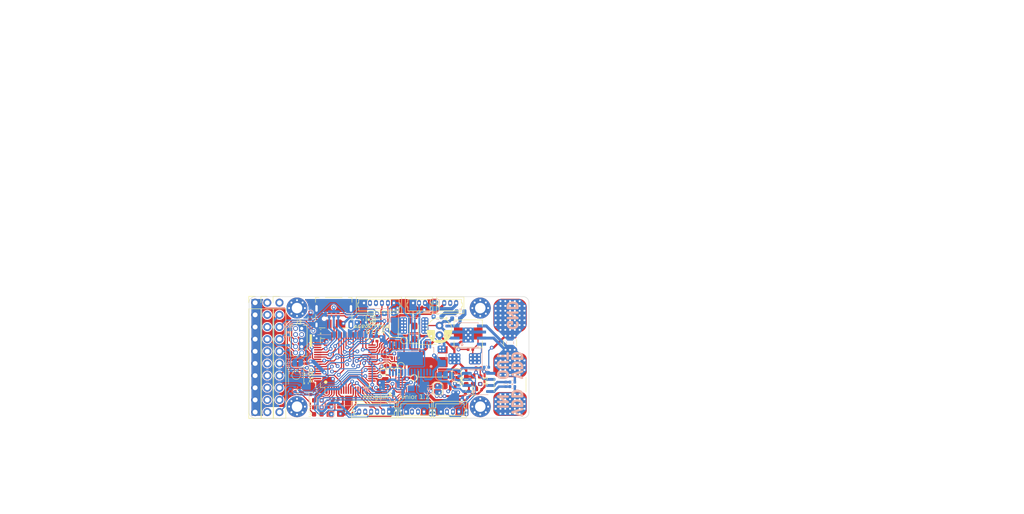
<source format=kicad_pcb>
(kicad_pcb (version 20240108) (generator "pcbnew") (generator_version "8.0")
  (layers (0 "F.Cu" signal) (1 "In1.Cu" signal) (2 "In2.Cu" signal) (31 "B.Cu" signal) (34 "B.Paste" user) (35 "F.Paste" user) (36 "B.SilkS" user "B.Silkscreen") (37 "F.SilkS" user "F.Silkscreen") (38 "B.Mask" user) (39 "F.Mask" user) (44 "Edge.Cuts" user))
  (net 0 "")
  (net 1 "GND")
  (net 2 "NRST")
  (net 3 "RCC_OSC_IN")
  (net 4 "RCC_OSC_OUT")
  (net 5 "Net-(U1-VCAP_1)")
  (net 6 "Net-(U1-VCAP_2)")
  (net 7 "Net-(U4-SAG)")
  (net 8 "Net-(C20-Pad2)")
  (net 9 "Net-(U4-VOUT)")
  (net 10 "Net-(U4-VIN)")
  (net 11 "VIDEO_IN")
  (net 12 "VDD_5V_USB")
  (net 13 "Net-(U5-BOOT)")
  (net 14 "Net-(D5-K)")
  (net 15 "Net-(U6-IN+)")
  (net 16 "VDD_BUCK_6-26_IN")
  (net 17 "Net-(U6-IN-)")
  (net 18 "VDD_LDO_5V_IN")
  (net 19 "LED_MCU_0")
  (net 20 "Net-(D1-A)")
  (net 21 "LED_MCU_1")
  (net 22 "Net-(D2-A)")
  (net 23 "LED_MCU_2")
  (net 24 "Net-(D3-A)")
  (net 25 "Net-(U5-FB)")
  (net 26 "Net-(D8-A)")
  (net 27 "Net-(D9-A)")
  (net 28 "VDD_BUCK_5V")
  (net 29 "Net-(D7-K)")
  (net 30 "SDIO_D2")
  (net 31 "SDIO_D3")
  (net 32 "SDIO_CMD")
  (net 33 "SDIO_CK")
  (net 34 "SDIO_D0")
  (net 35 "SDIO_D1")
  (net 36 "SDIO_CD")
  (net 37 "VIDEO_OUT")
  (net 38 "SYS_JTMS-SWDIO")
  (net 39 "SYS_JTCK-SWCLK")
  (net 40 "SYS_JTDO-SWO")
  (net 41 "USART2_TX")
  (net 42 "USART2_RX")
  (net 43 "USART2_CTS")
  (net 44 "USART2_RTS")
  (net 45 "I2C1_SCL")
  (net 46 "I2C1_SDA")
  (net 47 "VDD_5V_SERVO")
  (net 48 "USART3_TX")
  (net 49 "USART3_RX")
  (net 50 "Net-(J2-Pin_1)")
  (net 52 "USART1_TX")
  (net 53 "USART1_RX")
  (net 55 "Net-(JP3-A)")
  (net 56 "SPI2_MISO")
  (net 57 "BOOT0")
  (net 58 "TM4_CH4")
  (net 59 "TM4_CH3")
  (net 60 "TM3_CH2")
  (net 61 "TM3_CH1")
  (net 62 "TM3_CH3")
  (net 63 "TM12_CH2{slash}ADC1_EXTI15")
  (net 64 "VDD_BUCK_6-26_OUT")
  (net 66 "INTERRUPTION1_ACCEL")
  (net 67 "INTERRUPTION2_ACCEL")
  (net 68 "INTERRUPTION3_GYRO")
  (net 69 "INTERRUPTION4_GYRO")
  (net 70 "SPI1_MS5611_CS")
  (net 71 "SPI1_CLK")
  (net 72 "SPI1_MISO")
  (net 73 "SPI1_MOSI")
  (net 74 "SPI1_BMI088_ACCEL_CS")
  (net 75 "SPI1_BMI088_GYRO_CS")
  (net 76 "SPI2_OSD_CS")
  (net 77 "SPI2_SCK")
  (net 78 "SPI2_MOSI")
  (net 79 "USB_OTG_FS_D-")
  (net 80 "USB_OTG_FS_D+")
  (net 81 "Net-(U4-CLKIN)")
  (net 82 "Net-(U4-XFB)")
  (net 87 "3V3_JP")
  (net 88 "5V0_SERVO_JP")
  (net 89 "5V0_JP")
  (net 90 "Net-(Q1-D)")
  (net 91 "TM3_CH4")
  (net 92 "TM2_CH1{slash}ADC2_EXTI15")
  (net 93 "TM12_CH1")
  (net 94 "TM13_CH1")
  (net 95 "Net-(J9-Pin_1)")
  (net 96 "Net-(J9-Pin_2)")
  (net 97 "Net-(J9-Pin_3)")
  (net 98 "Net-(J9-Pin_4)")
  (net 99 "Net-(J9-Pin_5)")
  (net 100 "Net-(J9-Pin_6)")
  (net 101 "Net-(J9-Pin_7)")
  (net 102 "Net-(J9-Pin_8)")
  (net 103 "Net-(J9-Pin_9)")
  (net 104 "Net-(J9-Pin_10)")
  (net 106 "Net-(JP3-B)")
  (net 108 "Net-(U5-PG)")
  (net 109 "Net-(R2-Pad1)")
  (net 111 "Net-(J4-Pin_1)")
  (net 112 "Net-(JP6-A)")
  (footprint "user_lib:Molex_PicoBlade_53047-0610_1x06_P1.25mm_Vertical" (layer "F.Cu") (at 132.175 84.8 180)
    (property "Reference" "J12" (hide yes))
    (property "Value" "Conn_01x06_UART")
  )
  (footprint "Capacitor_SMD:C_0402_1005Metric" (layer "F.Cu") (at 114.78 103.5 -90)
    (property "Reference" "C7" (hide yes))
    (property "Value" "4u7")
  )
  (footprint "Resistor_SMD:R_0402_1005Metric" (layer "F.Cu") (at 144.469 102.429)
    (property "Reference" "R10" (hide yes))
    (property "Value" "10K")
  )
  (footprint "Capacitor_Tantalum_SMD:CP_EIA-3216-12_Kemet-S" (layer "F.Cu") (at 132.17 89.66 90)
    (property "Reference" "C20" (hide yes))
    (property "Value" "47")
  )
  (footprint "user_lib:Molex_PicoBlade_53047-0310_1x03_P1.25mm_Vertical" (layer "F.Cu") (at 145.2 84.8 180)
    (property "Reference" "J4" (hide yes))
    (property "Value" "Conn_01x03_Video")
  )
  (footprint "Capacitor_SMD:C_0402_1005Metric" (layer "F.Cu") (at 137.159411 102.03 -135)
    (property "Reference" "C34" (hide yes))
    (property "Value" "4u7")
  )
  (footprint "LED_SMD:LED_0603_1608Metric" (layer "F.Cu") (at 116.28 106.6)
    (property "Reference" "D2" (hide yes))
    (property "Value" "LED_MCU")
  )
  (footprint "Capacitor_SMD:C_0402_1005Metric" (layer "F.Cu") (at 122.47 107.29 -90)
    (property "Reference" "C8" (hide yes))
    (property "Value" "1u")
  )
  (footprint "Jumper:SolderJumper-2_P1.3mm_Open_RoundedPad1.0x1.5mm" (layer "F.Cu") (at 145.29 99.895 90)
    (property "Reference" "JP6" (hide yes))
    (property "Value" "SolderJumper_2_Open")
  )
  (footprint "user_lib:R2725" (layer "F.Cu") (at 156.455 101.8585 -90)
    (property "Reference" "R29" (hide yes))
    (property "Value" "0m2")
  )
  (footprint "MountingHole:MountingHole_2.2mm_M2_Pad_Via" (layer "F.Cu") (at 111.925 85.86)
    (property "Reference" "H3" (hide yes))
    (property "Value" "MountingHole")
  )
  (footprint "Capacitor_SMD:C_0402_1005Metric" (layer "F.Cu") (at 128.64 92.28 -90)
    (property "Reference" "C12" (hide yes))
    (property "Value" "2u2")
  )
  (footprint "user_lib:ContactPlatform_7.0x7.0" (layer "F.Cu") (at 156.455 87.41)
    (property "Reference" "J14" (hide yes))
    (property "Value" "Conn_01x01")
  )
  (footprint "Package_QFP:LQFP-64_10x10mm_P0.5mm" (layer "F.Cu") (at 121.925 97.34 90)
    (property "Reference" "U1" (hide yes))
    (property "Value" "STM32F405RGTx")
  )
  (footprint "LED_SMD:LED_0603_1608Metric" (layer "F.Cu") (at 148.76 100.95 -90)
    (property "Reference" "D9" (hide yes))
    (property "Value" "LED_3V3")
  )
  (footprint "MountingHole:MountingHole_2.2mm_M2_Pad_Via" (layer "F.Cu") (at 150.225 106.46)
    (property "Reference" "H4" (hide yes))
    (property "Value" "MountingHole")
  )
  (footprint "Capacitor_THT:CP_Radial_D5.0mm_P2.00mm" (layer "F.Cu") (at 141.705 89.51 -90)
    (property "Reference" "C31" (hide yes))
    (property "Value" "100u")
  )
  (footprint "Capacitor_SMD:C_0402_1005Metric" (layer "F.Cu") (at 129.21 102.39 90)
    (property "Reference" "C16" (hide yes))
    (property "Value" "100n")
  )
  (footprint "user_lib:Molex_PicoBlade_53047-0410_1x04_P1.25mm_Vertical" (layer "F.Cu") (at 142.01 107.51)
    (property "Reference" "J8" (hide yes))
    (property "Value" "Conn_01x04_I2C")
  )
  (footprint "Capacitor_SMD:C_1210_3225Metric" (layer "F.Cu") (at 156.455 93.1085 -90)
    (property "Reference" "C29" (hide yes))
    (property "Value" "10u")
  )
  (footprint "LED_SMD:LED_0603_1608Metric" (layer "F.Cu") (at 150.22 100.95 -90)
    (property "Reference" "D7" (hide yes))
    (property "Value" "LED_5V")
  )
  (footprint "Connector_PinHeader_2.54mm:PinHeader_1x10_P2.54mm_Vertical" (layer "F.Cu") (at 105.715 84.735)
    (property "Reference" "J11" (hide yes))
    (property "Value" "Conn_01x10")
  )
  (footprint "Capacitor_SMD:C_0402_1005Metric" (layer "F.Cu") (at 130.3125 95.61 -90)
    (property "Reference" "C35" (hide yes))
    (property "Value" "100n")
  )
  (footprint "Logos:name_7_6" (layer "F.Cu") (at 127.494395 89.66675)
    (property "Reference" "G***" (hide yes))
    (property "Value" "LOGO" (hide yes))
  )
  (footprint "user_lib:Molex_PicoBlade_53047-0610_1x06_P1.25mm_Vertical" (layer "F.Cu") (at 124.93 107.51)
    (property "Reference" "J7" (hide yes))
    (property "Value" "Conn_01x06_UART")
  )
  (footprint "Capacitor_SMD:C_0402_1005Metric" (layer "F.Cu") (at 129.21 100.57 90)
    (property "Reference" "C2" (hide yes))
    (property "Value" "100n")
  )
  (footprint "user_lib:TestPoint_Pad_D1.0mm_low" (layer "F.Cu") (at 130.69 97.92)
    (property "Reference" "TP3" (hide yes))
    (property "Value" "TestPointSignal")
  )
  (footprint "Resistor_SMD:R_0402_1005Metric" (layer "F.Cu") (at 126.86 88.28 90)
    (property "Reference" "R4")
    (property "Value" "330")
  )
  (footprint "Capacitor_SMD:C_0402_1005Metric" (layer "F.Cu") (at 132.2825 93.335 180)
    (property "Reference" "C14" (hide yes))
    (property "Value" "100n")
  )
  (footprint "Resistor_SMD:R_0402_1005Metric" (layer "F.Cu") (at 128.81 88.29 90)
    (property "Reference" "R19" (hide yes))
    (property "Value" "220")
  )
  (footprint "Resistor_SMD:R_0402_1005Metric" (layer "F.Cu") (at 149.853 98.35)
    (property "Reference" "R36" (hide yes))
    (property "Value" "220")
  )
  (footprint "LED_SMD:LED_0603_1608Metric" (layer "F.Cu") (at 147.3 100.95 -90)
    (property "Reference" "D8" (hide yes))
    (property "Value" "LED_SERVO")
  )
  (footprint "Inductor_SMD:L_Sunlord_MWSA0503S" (layer "F.Cu") (at 147.705 91.18 180)
    (property "Reference" "L1" (hide yes))
    (property "Value" "4u7")
  )
  (footprint "Capacitor_SMD:C_0402_1005Metric" (layer "F.Cu") (at 135.22 102.03 135)
    (property "Reference" "C15" (hide yes))
    (property "Value" "100n")
  )
  (footprint "Connector_PinHeader_2.54mm:PinHeader_1x10_P2.54mm_Vertical" (layer "F.Cu") (at 108.255 84.735)
    (property "Reference" "J9" (hide yes))
    (property "Value" "Conn_01x10")
  )
  (footprint "user_lib:Molex_PicoBlade_53047-0410_1x04_P1.25mm_Vertical" (layer "F.Cu") (at 134.72 107.51)
    (property "Reference" "J13" (hide yes))
    (property "Value" "Conn_01x04_UART")
  )
  (footprint "Capacitor_Tantalum_SMD:CP_EIA-3216-12_Kemet-S" (layer "F.Cu") (at 136.42 90.97 90)
    (property "Reference" "C21" (hide yes))
    (property "Value" "47")
  )
  (footprint "user_lib:button_small" (layer "F.Cu") (at 111.74 99.86 180)
    (property "Reference" "SW1" (hide yes))
    (property "Value" "SW_Push" (hide yes))
  )
  (footprint "user_lib:TestPoint_Pad_D1.0mm_low" (layer "F.Cu") (at 134.295 92.62)
    (property "Reference" "TP4" (hide yes))
    (property "Value" "TestPointSignal")
  )
  (footprint "Capacitor_SMD:C_0402_1005Metric" (layer "F.Cu") (at 121.92 104.5 180)
    (property "Reference" "C11" (hide yes))
    (property "Value" "8p")
  )
  (footprint "user_lib:U-F-M5DD-W-2-SUS" (layer "F.Cu") (at 119.6 85.932)
    (property "Reference" "J5" (hide yes))
    (property "Value" "USB_B_Micro")
  )
  (footprint "Resistor_SMD:R_0402_1005Metric" (layer "F.Cu") (at 136.3 87.82)
    (property "Reference" "R6" (hide yes))
    (property "Value" "75")
  )
  (footprint "Capacitor_SMD:C_0402_1005Metric" (layer "F.Cu") (at 127.72 92.28 -90)
    (property "Reference" "C3" (hide yes))
    (property "Value" "100n")
  )
  (footprint "Capacitor_SMD:C_0402_1005Metric" (layer "F.Cu") (at 116.15 103.05)
    (property "Reference" "C1" (hide yes))
    (property "Value" "100n")
  )
  (footprint "user_lib:TestPoint_Pad_D1.0mm_low" (layer "F.Cu") (at 136.38 100.45)
    (property "Reference" "TP2" (hide yes))
    (property "Value" "TestPointSignal")
  )
  (footprint "Resistor_SMD:R_0402_1005Metric" (layer "F.Cu") (at 125.4 88.28 90)
    (property "Reference" "R22" (hide yes))
    (property "Value" "220")
  )
  (footprint "MountingHole:MountingHole_2.2mm_M2_Pad_Via" (layer "F.Cu") (at 111.925 106.46)
    (property "Reference" "H2" (hide yes))
    (property "Value" "MountingHole")
  )
  (footprint "Resistor_SMD:R_0402_1005Metric" (layer "F.Cu") (at 113.89 99.72 90)
    (property "Reference" "R24" (hide yes))
    (property "Value" "220")
  )
  (footprint "Connector_PinHeader_1.27mm:PinHeader_2x05_P1.27mm_Vertical" (layer "F.Cu") (at 112.9 95.2 180)
    (property "Reference" "J2")
    (property "Value" "Conn_02x05_SWD")
  )
  (footprint "Capacitor_SMD:C_0402_1005Metric" (layer "F.Cu") (at 115.75 101.95)
    (property "Reference" "C5" (hide yes))
    (property "Value" "100n")
  )
  (footprint "Crystal:Crystal_SMD_3225-4Pin_3.2x2.5mm" (layer "F.Cu") (at 119.91 107.13)
    (property "Reference" "Y1" (hide yes))
    (property "Value" "16MHz")
  )
  (footprint "Capacitor_SMD:C_0402_1005Metric" (layer "F.Cu") (at 116.86 91.63)
    (property "Reference" "C4" (hide yes))
    (property "Value" "100n")
  )
  (footprint "Resistor_SMD:R_0402_1005Metric" (layer "F.Cu") (at 112.1 103.28)
    (property "Reference" "R35" (hide yes))
    (property "Value" "220")
  )
  (footprint "LED_SMD:LED_0603_1608Metric" (layer "F.Cu") (at 116.28 105.14)
    (property "Reference" "D1" (hide yes))
    (property "Value" "LED_MCU")
  )
  (footprint "Capacitor_SMD:C_0402_1005Metric" (layer "F.Cu") (at 148.178 94.504)
    (property "Reference" "C26" (hide yes))
    (property "Value" "100n")
  )
  (footprint "user_lib:TestPoint_Pad_D1.0mm_low" (layer "F.Cu") (at 132.18 97.92)
    (property "Reference" "TP6" (hide yes))
    (property "Value" "TestPointSignal")
  )
  (footprint "LED_SMD:LED_0603_1608Metric" (layer "F.Cu") (at 116.28 108.06 180)
    (property "Reference" "D3" (hide yes))
    (property "Value" "LED_MCU")
  )
  (footprint "Jumper:SolderJumper-2_P1.3mm_Open_RoundedPad1.0x1.5mm" (layer "F.Cu") (at 141.266 102.675 -90)
    (property "Reference" "JP5" (hide yes))
    (property "Value" "SolderJumper_2_Open")
  )
  (footprint "user_lib:LGA-10_2x2x0.75mm" (layer "F.Cu") (at 132.3 95.32 90)
    (property "Reference" "U2" (hide yes))
    (property "Value" "BMP388")
  )
  (footprint "Package_TO_SOT_SMD:SOT-223-3_TabPin2" (layer "F.Cu") (at 139.245 96.88 180)
    (property "Reference" "U7" (hide yes))
    (property "Value" "LDL1117_3V3")
  )
  (footprint "Capacitor_SMD:C_0402_1005Metric" (layer "F.Cu") (at 116.86 90.71)
    (property "Reference" "C13" (hide yes))
    (property "Value" "2u2")
  )
  (footprint "user_lib:LGA-16_3x4.5x0.95mm" (layer "F.Cu") (at 131.96 101.91)
    (property "Reference" "U3" (hide yes))
    (property "Value" "BMI088")
  )
  (footprint "Resistor_SMD:R_0402_1005Metric" (layer "F.Cu") (at 114.62 87.81 90)
    (property "Reference" "R17" (hide yes))
    (property "Value" "220")
  )
  (footprint "Resistor_SMD:R_0402_1005Metric" (layer "F.Cu") (at 150.02 102.9 180)
    (property "Reference" "R38" (hide yes))
    (property "Value" "220")
  )
  (footprint "MountingHole:MountingHole_2.2mm_M2_Pad_Via" (layer "F.Cu") (at 150.225 85.86)
    (property "Reference" "H1" (hide yes))
    (property "Value" "MountingHole")
  )
  (footprint "Capacitor_SMD:C_0402_1005Metric" (layer "F.Cu") (at 120.07 104.97)
    (property "Reference" "C10" (hide yes))
    (property "Value" "8p")
  )
  (footprint "user_lib:Molex_PicoBlade_53047-0310_1x03_P1.25mm_Vertical" (layer "F.Cu") (at 138.69 84.8 180)
    (property "Reference" "J6" (hide yes))
    (property "Value" "Conn_01x03_Video")
  )
  (footprint "Capacitor_SMD:C_0402_1005Metric" (layer "F.Cu") (at 123.74 104.5)
    (property "Reference" "C6" (hide yes))
    (property "Value" "100n")
  )
  (footprint "Resistor_SMD:R_0402_1005Metric" (layer "F.Cu") (at 113.89 101.58 -90)
    (property "Reference" "R25" (hide yes))
    (property "Value" "220")
  )
  (footprint "Capacitor_SMD:C_0402_1005Metric" (layer "F.Cu") (at 113.89 96.97 -90)
    (property "Reference" "C9" (hide yes))
    (property "Value" "100n")
  )
  (footprint "Connector_PinHeader_2.54mm:PinHeader_1x10_P2.54mm_Vertical" (layer "F.Cu") (at 103.175 84.735)
    (property "Reference" "J10" (hide yes))
    (property "Value" "Conn_01x10")
  )
  (footprint "Resistor_SMD:R_0402_1005Metric" (layer "F.Cu") (at 147.5 103.42 45)
    (property "Reference" "R37" (hide yes))
    (property "Value" "220")
  )
  (footprint "user_lib:TestPoint_Pad_D1.0mm_low" (layer "F.Cu") (at 129.92 99.19)
    (property "Reference" "TP5" (hide yes))
    (property "Value" "TestPointSignal")
  )
  (footprint "user_lib:TestPoint_Pad_D1.0mm_low" (layer "F.Cu") (at 133.66 97.92)
    (property "Reference" "TP1" (hide yes))
    (property "Value" "TestPointSignal")
  )
  (footprint "Resistor_SMD:R_0402_1005Metric" (layer "B.Cu") (at 143.235 91.59 90)
    (property "Reference" "R32" (hide yes))
    (property "Value" "47K")
  )
  (footprint "Resistor_SMD:R_0402_1005Metric" (layer "B.Cu") (at 132.8 105.58 90)
    (property "Reference" "R7" (hide yes))
    (property "Value" "10K")
  )
  (footprint "Diode_SMD:D_SMB" (layer "B.Cu") (at 146.9635 96.45 180)
    (property "Reference" "D5" (hide yes))
    (property "Value" "STPS3L60U")
  )
  (footprint "Resistor_SMD:R_0402_1005Metric" (layer "B.Cu") (at 110.1175 94.13 90)
    (property "Reference" "R18" (hide yes))
    (property "Value" "220")
  )
  (footprint "Jumper:SolderJumper-3_P1.3mm_Open_RoundedPad1.0x1.5mm_NumberLabels" (layer "B.Cu") (at 142.955 99.95 180)
    (property "Reference" "JP3" (hide yes))
    (property "Value" "SolderJumper_3_Open")
  )
  (footprint "Resistor_SMD:R_0402_1005Metric" (layer "B.Cu") (at 144.368 101.677)
    (property "Reference" "R40" (hide yes))
    (property "Value" "10K")
  )
  (footprint "Jumper:SolderJumper-2_P1.3mm_Open_RoundedPad1.0x1.5mm" (layer "B.Cu") (at 112.07 97.3 180)
    (property "Reference" "JP1" (hide yes))
    (property "Value" "SolderJumper_2_Open")
  )
  (footprint "Package_SO:TI_SO-PowerPAD-8" (layer "B.Cu") (at 147.705 91.5)
    (property "Reference" "U5" (hide yes))
    (property "Value" "ST1S14PHR")
  )
  (footprint "Resistor_SMD:R_0402_1005Metric" (layer "B.Cu") (at 128.3 89.09 -90)
    (property "Reference" "R12" (hide yes))
    (property "Value" "10K")
  )
  (footprint "Resistor_SMD:R_0402_1005Metric" (layer "B.Cu") (at 147.06 104.57 180)
    (property "Reference" "R20" (hide yes))
    (property "Value" "4k7")
  )
  (footprint "Resistor_SMD:R_0603_1608Metric" (layer "B.Cu") (at 141.305 87.68)
    (property "Reference" "R3" (hide yes))
    (property "Value" "75")
  )
  (footprint "Resistor_SMD:R_0402_1005Metric" (layer "B.Cu") (at 136.65 86.63 90)
    (property "Reference" "R9" (hide yes))
    (property "Value" "75")
  )
  (footprint "Resistor_SMD:R_0402_1005Metric" (layer "B.Cu") (at 111.467 102.866 90)
    (property "Reference" "R27" (hide yes))
    (property "Value" "220")
  )
  (footprint "Resistor_SMD:R_0402_1005Metric" (layer "B.Cu") (at 129.24 89.09 -90)
    (property "Reference" "R11" (hide yes))
    (property "Value" "10K")
  )
  (footprint "Resistor_SMD:R_0402_1005Metric" (layer "B.Cu") (at 145.77 101.49 -90)
    (property "Reference" "R41" (hide yes))
    (property "Value" "10K")
  )
  (footprint "Resistor_SMD:R_0603_1608Metric" (layer "B.Cu") (at 145.185 88.07 180)
    (property "Reference" "R1" (hide yes))
    (property "Value" "10K")
  )
  (footprint "Resistor_SMD:R_0402_1005Metric" (layer "B.Cu") (at 110.117 90.918 90)
    (property "Reference" "R5")
    (property "Value" "330")
  )
  (footprint "Capacitor_SMD:C_0805_2012Metric" (layer "B.Cu") (at 156.455 93.1085 -90)
    (property "Reference" "C30" (hide yes))
    (property "Value" "100n")
  )
  (footprint "Resistor_SMD:R_0402_1005Metric" (layer "B.Cu") (at 131.86 105.58 -90)
    (property "Reference" "R33" (hide yes))
    (property "Value" "220")
  )
  (footprint "Capacitor_SMD:C_0402_1005Metric" (layer "B.Cu") (at 138.31 100.73 180)
    (property "Reference" "C17" (hide yes))
    (property "Value" "100n")
  )
  (footprint "user_lib:TestPoint_Pad_D1.0mm_low" (layer "B.Cu") (at 119.11 108.03 180)
    (property "Reference" "TP7" (hide yes))
    (property "Value" "TestPointSignal")
  )
  (footprint "Crystal:Crystal_SMD_3225-4Pin_3.2x2.5mm" (layer "B.Cu") (at 136.89 103.51)
    (property "Reference" "Y2" (hide yes))
    (property "Value" "27MHz")
  )
  (footprint "Capacitor_SMD:C_0402_1005Metric" (layer "B.Cu") (at 125.03 90.05 180)
    (property "Reference" "C24" (hide yes))
    (property "Value" "100n")
  )
  (footprint "Resistor_SMD:R_0402_1005Metric" (layer "B.Cu") (at 130.91 101.67 90)
    (property "Reference" "R8" (hide yes))
    (property "Value" "10K")
  )
  (footprint "Capacitor_SMD:C_0402_1005Metric" (layer "B.Cu") (at 126.12 87.46 -90)
    (property "Reference" "C25" (hide yes))
    (property "Value" "100n")
  )
  (footprint "Resistor_SMD:R_0402_1005Metric" (layer "B.Cu") (at 120.542 87.115001 -90)
    (property "Reference" "R14" (hide yes))
    (property "Value" "10K")
  )
  (footprint "Package_SO:HTSSOP-28-1EP_4.4x9.7mm_P0.65mm_EP2.85x5.4mm" (layer "B.Cu") (at 135.555 96.41 90)
    (property "Reference" "U4" (hide yes))
    (property "Value" "MAX7456")
  )
  (footprint "Fuse:Fuse_1206_3216Metric_Pad1.42x1.75mm_HandSolder" (layer "B.Cu") (at 142.169 95.929 90)
    (property "Reference" "F2" (hide yes))
    (property "Value" "MF-NSMF050-2")
  )
  (footprint "Resistor_SMD:R_0402_1005Metric" (layer "B.Cu") (at 112.48 99.02 180)
    (property "Reference" "R39" (hide yes))
    (property "Value" "10K")
  )
  (footprint "Capacitor_SMD:C_0402_1005Metric" (layer "B.Cu") (at 134.75 92.1 180)
    (property "Reference" "C19" (hide yes))
    (property "Value" "100n")
  )
  (footprint "Resistor_SMD:R_0402_1005Metric" (layer "B.Cu") (at 130.918 105.673 -90)
    (property "Reference" "R34" (hide yes))
    (property "Value" "220")
  )
  (footprint "Resistor_SMD:R_0402_1005Metric" (layer "B.Cu") (at 110.72 99.49 90)
    (property "Reference" "R23" (hide yes))
    (property "Value" "220")
  )
  (footprint "Capacitor_SMD:C_0402_1005Metric" (layer "B.Cu") (at 142.185 93.019 180)
    (property "Reference" "C33" (hide yes))
    (property "Value" "1u")
  )
  (footprint "Resistor_SMD:R_0402_1005Metric" (layer "B.Cu") (at 119.6 87.115001 -90)
    (property "Reference" "R15" (hide yes))
    (property "Value" "10K")
  )
  (footprint "Capacitor_SMD:C_0402_1005Metric" (layer "B.Cu") (at 137.01 92.1 180)
    (property "Reference" "C18" (hide yes))
    (property "Value" "100n")
  )
  (footprint "Resistor_SMD:R_0603_1608Metric" (layer "B.Cu") (at 146.1 86.61)
    (property "Reference" "R2" (hide yes))
    (property "Value" "3K")
  )
  (footprint "sd:TF01A-NEW" (layer "B.Cu") (at 114.178 101.9435 90)
    (property "Reference" "J3" (hide yes))
    (property "Value" "Micro_SD_Card_Det1" (hide yes))
  )
  (footprint "Resistor_SMD:R_0402_1005Metric" (layer "B.Cu") (at 156.945 101.33 180)
    (property "Reference" "R31" (hide yes))
    (property "Value" "220")
  )
  (footprint "Capacitor_SMD:C_0402_1005Metric" (layer "B.Cu") (at 155.55 101.8 90)
    (property "Reference" "C28" (hide yes))
    (property "Value" "100n")
  )
  (footprint "Package_SO:SOIC-8_3.9x4.9mm_P1.27mm" (layer "B.Cu") (at 149.94 101.4)
    (property "Reference" "U6" (hide yes))
    (property "Value" "INA219AxD")
  )
  (footprint "Capacitor_SMD:C_0402_1005Metric" (layer "B.Cu") (at 135.72 86.63 90)
    (property "Reference" "C22" (hide yes))
    (property "Value" "100n")
  )
  (footprint "Resistor_SMD:R_0402_1005Metric" (layer "B.Cu") (at 118.66 87.115001 90)
    (property "Reference" "R16" (hide yes))
    (property "Value" "10K")
  )
  (footprint "Capacitor_SMD:C_0402_1005Metric" (layer "B.Cu") (at 151.524 98.229)
    (property "Reference" "C27" (hide yes))
    (property "Value" "100n")
  )
  (footprint "Package_TO_SOT_SMD:SOT-23" (layer "B.Cu") (at 133.08 102.73 90)
    (property "Reference" "Q1" (hide yes))
    (property "Value" "BSS138")
  )
  (footprint "Diode_SMD:D_SOD-123F" (layer "B.Cu") (at 128.7875 86.98 180)
    (property "Reference" "D4" (hide yes))
    (property "Value" "PMEG2020EH")
  )
  (footprint "Diode_SMD:D_SOD-123F" (layer "B.Cu") (at 132.14 88.38 -90)
    (property "Reference" "D6" (hide yes))
    (property "Value" "PMEG2020EH")
  )
  (footprint "Resistor_SMD:R_0402_1005Metric" (layer "B.Cu") (at 127.35 89.08 -90)
    (property "Reference" "R13" (hide yes))
    (property "Value" "10K")
  )
  (footprint "Resistor_SMD:R_0402_1005Metric" (layer "B.Cu") (at 156.945 102.27 180)
    (property "Reference" "R30" (hide yes))
    (property "Value" "220")
  )
  (footprint "Resistor_SMD:R_0402_1005Metric" (layer "B.Cu") (at 110.526 103.269 90)
    (property "Reference" "R28" (hide yes))
    (property "Value" "220")
  )
  (footprint "Capacitor_SMD:C_0402_1005Metric" (layer "B.Cu") (at 143.245 89.14 90)
    (property "Reference" "C32" (hide yes))
    (property "Value" "150p")
  )
  (footprint "Resistor_SMD:R_0402_1005Metric" (layer "B.Cu") (at 145.77 99.63 90)
    (property "Reference" "R21" (hide yes))
    (property "Value" "4k7")
  )
  (footprint "Resistor_SMD:R_0402_1005Metric" (layer "B.Cu") (at 112.407 102.466 90)
    (property "Reference" "R26" (hide yes))
    (property "Value" "220")
  )
  (footprint "Jumper:SolderJumper-2_P1.3mm_Open_RoundedPad1.0x1.5mm" (layer "B.Cu") (at 141.525 102.891 -90)
    (property "Reference" "JP2")
    (property "Value" "SolderJumper_2_Open")
  )
  (footprint "Jumper:SolderJumper-2_P1.3mm_Open_RoundedPad1.0x1.5mm" (layer "B.Cu") (at 140.695 85.3 90)
    (property "Reference" "JP4" (hide yes))
    (property "Value" "SolderJumper_2_Open")
  )
  (footprint "Fuse:Fuse_1812_4532Metric_Pad1.30x3.40mm_HandSolder" (layer "B.Cu") (at 136.42 89.51)
    (property "Reference" "F1" (hide yes))
    (property "Value" "MF-MSMF260-2")
  )
  (gr_rect (start 109.3 88.95) (end 110.94 91.86) (stroke (width 0.12)) (fill none) (layer "B.SilkS"))
  (gr_rect (start 126.38 87.34) (end 128.26 89.22) (stroke (width 0.12)) (fill none) (layer "F.SilkS"))
  (gr_line (start 103.175074 83.46) (end 159.155 83.46) (stroke (width 0.1)) (layer "Edge.Cuts"))
  (gr_line (start 101.905074 84.73) (end 101.905074 107.59) (stroke (width 0.1)) (layer "Edge.Cuts"))
  (gr_line (start 159.155 108.86) (end 103.175074 108.86) (stroke (width 0.1)) (layer "Edge.Cuts"))
  (gr_arc (start 101.905074 84.73) (mid 102.277048 83.831974) (end 103.175074 83.46) (stroke (width 0.1)) (layer "Edge.Cuts"))
  (gr_arc (start 159.155 83.46) (mid 160.038883 83.826117) (end 160.405 84.71) (stroke (width 0.1)) (layer "Edge.Cuts"))
  (gr_line (start 160.405 84.71) (end 160.405 107.61) (stroke (width 0.1)) (layer "Edge.Cuts"))
  (gr_arc (start 160.405 107.61) (mid 160.038883 108.493883) (end 159.155 108.86) (stroke (width 0.1)) (layer "Edge.Cuts"))
  (gr_arc (start 103.175074 108.86) (mid 102.277048 108.488026) (end 101.905074 107.59) (stroke (width 0.1)) (layer "Edge.Cuts"))
  (gr_text "VDD" (at 156.69 108.82 270) (layer "B.SilkS") (effects (font (size 2 2) (thickness 0.5) (bold yes)) (justify left bottom mirror)))
  (gr_text "OUT" (at 153.69 101.15 270) (layer "B.SilkS") (effects (font (size 2 2) (thickness 0.5) (bold yes)) (justify left bottom mirror)))
  (gr_text "VDD" (at 156.69 100.95 270) (layer "B.SilkS") (effects (font (size 2 2) (thickness 0.5) (bold yes)) (justify left bottom mirror)))
  (gr_text "JP1" (at 109.5 98.33 -90) (layer "B.SilkS") (effects (font (size 0.8 0.8) (thickness 0.12)) (justify left bottom mirror)))
  (gr_text "GND" (at 155.72 90.75 -90) (layer "B.SilkS") (effects (font (size 2 2) (thickness 0.5) (bold yes)) (justify left bottom mirror)))
  (gr_text "IN" (at 153.69 107.24 270) (layer "B.SilkS") (effects (font (size 2 2) (thickness 0.5) (bold yes)) (justify left bottom mirror)))
  (gr_text "3" (at 114.21 108.73 0) (layer "F.SilkS") (effects (font (size 1 1)) (justify left bottom)))
  (gr_text "07/24" (at 126.32 91.46 0) (layer "F.SilkS") (effects (font (size 1 1)) (justify left bottom)))
  (gr_text "serv\n" (at 149.19 104.37 90) (layer "F.SilkS") (effects (font (size 0.8 0.8)) (justify left bottom)))
  (gr_text "Penguin" (at 125.68 105.05 0) (layer "F.SilkS") (effects (font (size 0.95 0.95)) (justify left bottom)))
  (gr_text "2" (at 114.21 107.28 0) (layer "F.SilkS") (effects (font (size 1 1)) (justify left bottom)))
  (gr_text "5v0" (at 146.75 102.13 90) (layer "F.SilkS") (effects (font (size 0.7 0.7) (thickness 0.12)) (justify left bottom)))
  (gr_text "3v3" (at 151.77 102.161667 90) (layer "F.SilkS") (effects (font (size 0.7 0.7) (thickness 0.12)) (justify left bottom)))
  (gr_text "Junior 1.2" (at 133.25 105.03 0) (layer "F.SilkS") (effects (font (size 0.95 0.95)) (justify left bottom)))
  (gr_text "1" (at 114.21 105.82 0) (layer "F.SilkS") (effects (font (size 1 1)) (justify left bottom)))
  (gr_text "RESET" (at 115.327 101.547 90) (layer "F.SilkS") (effects (font (size 0.7 0.7) (thickness 0.12) (bold yes)) (justify left bottom)))
  (segment (start 149.336 99.298) (end 149.336 98.357001) (width 0.45) (layer "F.Cu") (net 1))
  (segment (start 147.3 98.8365) (end 147.3 100.1625) (width 0.45) (layer "F.Cu") (net 1))
  (segment (start 144.82925 94.186023) (end 146.160273 92.855) (width 0.45) (layer "F.Cu") (net 1))
  (segment (start 148.204997 92.649999) (end 148.204998 92.649998) (width 0.8) (layer "F.Cu") (net 1))
  (segment (start 149.336 98.357001) (end 149.343001 98.35) (width 0.45) (layer "F.Cu") (net 1))
  (segment (start 153.0065 94.132) (end 155.505 91.6335) (width 0.45) (layer "F.Cu") (net 1))
  (segment (start 129.6 95.385109) (end 130.304891 96.09) (width 0.25) (layer "F.Cu") (net 1))
  (segment (start 129.53615 92.00665) (end 129.3295 91.8) (width 0.5) (layer "F.Cu") (net 1))
  (segment (start 139.839999 107.26) (end 139.839999 108.06) (width 0.8) (layer "F.Cu") (net 1))
  (segment (start 142.395 99.18) (end 143.683498 99.18) (width 0.45) (layer "F.Cu") (net 1))
  (segment (start 131.17 102.91) (end 130.445 102.91) (width 0.25) (layer "F.Cu") (net 1))
  (segment (start 131.09 101.91) (end 131.437999 102.257999) (width 0.25) (layer "F.Cu") (net 1))
  (segment (start 144.979 102.429) (end 144.979 101.726976) (width 0.54) (layer "F.Cu") (net 1))
  (segment (start 129.6 94.874891) (end 129.6 95.385109) (width 0.25) (layer "F.Cu") (net 1))
  (segment (start 119.26 106.3305) (end 119.26 105.33) (width 0.5) (layer "F.Cu") (net 1))
  (segment (start 144.82925 94.63425) (end 144.82925 95.7) (width 0.45) (layer "F.Cu") (net 1))
  (segment (start 141.705 91.51) (end 144.82925 94.63425) (width 0.45) (layer "F.Cu") (net 1))
  (segment (start 147.205002 92.649999) (end 148.204997 92.649999) (width 0.8) (layer "F.Cu") (net 1))
  (segment (start 118.81 105.78) (end 118.81 106.1795) (width 0.2) (layer "F.Cu") (net 1))
  (segment (start 145.663499 97.199999) (end 147.3 98.8365) (width 0.45) (layer "F.Cu") (net 1))
  (segment (start 140.639999 107.26) (end 139.839999 107.26) (width 0.8) (layer "F.Cu") (net 1))
  (segment (start 119.1105 106.48) (end 119.26 106.3305) (width 0.5) (layer "F.Cu") (net 1))
  (segment (start 119.26 105.33) (end 119.62 104.97) (width 0.5) (layer "F.Cu") (net 1))
  (segment (start 118.81 106.1795) (end 119.1105 106.48) (width 0.2) (layer "F.Cu") (net 1))
  (segment (start 148.76 100.1625) (end 148.76 99.874) (width 0.45) (layer "F.Cu") (net 1))
  (segment (start 131.437999 102.257999) (end 131.437999 102.642001) (width 0.25) (layer "F.Cu") (net 1))
  (segment (start 130.5205 93.769131) (end 130.5205 93.954391) (width 0.25) (layer "F.Cu") (net 1))
  (segment (start 148.76 99.874) (end 149.336 99.298) (width 0.45) (layer "F.Cu") (net 1))
  (segment (start 139.839999 108.06) (end 140.639999 108.06) (width 0.8) (layer "F.Cu") (net 1))
  (segment (start 130.445 101.91) (end 131.09 101.91) (width 0.25) (layer "F.Cu") (net 1))
  (segment (start 148.204998 90.35) (end 147.205002 90.35) (width 0.8) (layer "F.Cu") (net 1))
  (segment (start 123.675 104.085) (end 123.26 104.5) (width 0.25) (layer "F.Cu") (net 1))
  (segment (start 122.28 106.88) (end 122.47 106.88) (width 0.4) (layer "F.Cu") (net 1))
  (segment (start 147.205002 90.35) (end 147.205002 92.649999) (width 0.8) (layer "F.Cu") (net 1))
  (segment (start 147.705 90.925) (end 147.705 92.074999) (width 0.8) (layer "F.Cu") (net 1))
  (segment (start 121.18 107.98) (end 122.28 106.88) (width 0.4) (layer "F.Cu") (net 1))
  (segment (start 121.01 107.98) (end 121.18 107.98) (width 0.4) (layer "F.Cu") (net 1))
  (segment (start 130.304891 96.09) (end 130.3125 96.09) (width 0.25) (layer "F.Cu") (net 1))
  (segment (start 116.2 89.08) (end 116 89.28) (width 0.3) (layer "F.Cu") (net 1))
  (segment (start 148.204998 92.649998) (end 148.204998 90.35) (width 0.8) (layer "F.Cu") (net 1))
  (segment (start 130.5205 93.954391) (end 129.6 94.874891) (width 0.25) (layer "F.Cu") (net 1))
  (segment (start 131.437999 102.642001) (end 131.17 102.91) (width 0.25) (layer "F.Cu") (net 1))
  (segment (start 147.34 107.26) (end 147.34 108.06) (width 0.8) (layer "F.Cu") (net 1))
  (segment (start 123.675 103.015) (end 123.675 104.085) (width 0.25) (layer "F.Cu") (net 1))
  (segment (start 129.3295 91.8) (end 127.64 91.8) (width 0.5) (layer "F.Cu") (net 1))
  (segment (start 144.82925 95.7) (end 144.82925 94.186023) (width 0.45) (layer "F.Cu") (net 1))
  (segment (start 116.0156 92.1856) (end 115.45 91.62) (width 0.8) (layer "F.Cu") (net 1))
  (segment (start 147.000001 92.855) (end 147.205002 92.649999) (width 0.45) (layer "F.Cu") (net 1))
  (segment (start 143.683498 99.18) (end 145.663499 97.199999) (width 0.45) (layer "F.Cu") (net 1))
  (segment (start 146.160273 92.855) (end 147.000001 92.855) (width 0.45) (layer "F.Cu") (net 1))
  (segment (start 147.3 100.1625) (end 148.76 100.1625) (width 0.45) (layer "F.Cu") (net 1))
  (segment (start 144.979 101.726976) (end 144.903512 101.651488) (width 0.54) (layer "F.Cu") (net 1))
  (segment (start 122.4 104.5) (end 123.26 104.5) (width 0.5) (layer "F.Cu") (net 1))
  (segment (start 152.631 94.132) (end 153.0065 94.132) (width 0.45) (layer "F.Cu") (net 1))
  (segment (start 140.639999 108.06) (end 140.639999 107.26) (width 0.8) (layer "F.Cu") (net 1))
  (via (at 140.48 87.605) (size 0.8) (drill 0.4) (layers "F.Cu" "B.Cu") (net 1))
  (via (at 140.639999 107.26) (size 0.8) (drill 0.4) (layers "F.Cu" "B.Cu") (net 1))
  (via (at 159.455 87.41) (size 0.8) (drill 0.4) (layers "F.Cu" "B.Cu") (net 1))
  (via (at 159.455 88.41) (size 0.8) (drill 0.4) (layers "F.Cu" "B.Cu") (net 1))
  (via (at 158.455 87.41) (size 0.8) (drill 0.4) (layers "F.Cu" "B.Cu") (net 1))
  (via (at 144.903512 101.651488) (size 0.8) (drill 0.4) (layers "F.Cu" "B.Cu") (net 1))
  (via (at 144.82925 97.199998) (size 0.8) (drill 0.4) (layers "F.Cu" "B.Cu") (net 1))
  (via (at 155.455 87.41) (size 0.8) (drill 0.4) (layers "F.Cu" "B.Cu") (net 1))
  (via (at 153.455 88.41) (size 0.8) (drill 0.4) (layers "F.Cu" "B.Cu") (net 1))
  (via (at 139.839999 107.26) (size 0.8) (drill 0.4) (layers "F.Cu" "B.Cu") (net 1))
  (via (at 154.455 86.41) (size 0.8) (drill 0.4) (layers "F.Cu" "B.Cu") (net 1))
  (via (at 132.6295 107.26) (size 0.8) (drill 0.4) (layers "F.Cu" "B.Cu") (net 1))
  (via (at 155.455 85.41) (size 0.8) (drill 0.4) (layers "F.Cu" "B.Cu") (net 1))
  (via (at 156.455 89.41) (size 0.8) (drill 0.4) (layers "F.Cu" "B.Cu") (net 1))
  (via (at 158.455 89.41) (size 0.8) (drill 0.4) (layers "F.Cu" "B.Cu") (net 1))
  (via (at 156.455 91.6335) (size 0.8) (drill 0.4) (layers "F.Cu" "B.Cu") (net 1))
  (via (at 147.34 107.26) (size 0.8) (drill 0.4) (layers "F.Cu" "B.Cu") (net 1))
  (via (at 126.33 88.86) (size 0.8) (drill 0.4) (layers "F.Cu" "B.Cu") (net 1))
  (via (at 153.455 85.41) (size 0.8) (drill 0.4) (layers "F.Cu" "B.Cu") (net 1))
  (via (at 155.455 86.41) (size 0.8) (drill 0.4) (layers "F.Cu" "B.Cu") (net 1))
  (via (at 156.455 88.41) (size 0.8) (drill 0.4) (layers "F.Cu" "B.Cu") (net 1))
  (via (at 153.455 86.41) (size 0.8) (drill 0.4) (layers "F.Cu" "B.Cu") (net 1))
  (via (at 144.82925 95.7) (size 0.8) (drill 0.4) (layers "F.Cu" "B.Cu") (net 1))
  (via (at 157.455 87.41) (size 0.8) (drill 0.4) (layers "F.Cu" "B.Cu") (net 1))
  (via (at 155.455 88.41) (size 0.8) (drill 0.4) (layers "F.Cu" "B.Cu") (net 1))
  (via (at 156.455 86.41) (size 0.8) (drill 0.4) (layers "F.Cu" "B.Cu") (net 1))
  (via (at 130.5205 93.769131) (size 0.8) (drill 0.4) (layers "F.Cu" "B.Cu") (net 1))
  (via (at 156.455 85.41) (size 0.8) (drill 0.4) (layers "F.Cu" "B.Cu") (net 1))
  (via (at 121.008136 107.961) (size 0.8) (drill 0.4) (layers "F.Cu" "B.Cu") (net 1))
  (via (at 158.455 88.41) (size 0.8) (drill 0.4) (layers "F.Cu" "B.Cu") (net 1))
  (via (at 147.205002 91.5) (size 0.8) (drill 0.4) (layers "F.Cu" "B.Cu") (net 1))
  (via (at 147.34 108.06) (size 0.8) (drill 0.4) (layers "F.Cu" "B.Cu") (net 1))
  (via (at 116.0156 92.1856) (size 0.8) (drill 0.4) (layers "F.Cu" "B.Cu") (net 1))
  (via (at 147.205002 90.35) (size 0.8) (drill 0.4) (layers "F.Cu" "B.Cu") (net 1))
  (via (at 157.404999 91.6335) (size 0.8) (drill 0.4) (layers "F.Cu" "B.Cu") (net 1))
  (via (at 157.455 89.41) (size 0.8) (drill 0.4) (layers "F.Cu" "B.Cu") (net 1))
  (via (at 143.995002 95.7) (size 0.8) (drill 0.4) (layers "F.Cu" "B.Cu") (net 1))
  (via (at 158.455 85.41) (size 0.8) (drill 0.4) (layers "F.Cu" "B.Cu") (net 1))
  (via (at 129.21 101.48) (size 0.8) (drill 0.4) (layers "F.Cu" "B.Cu") (net 1))
  (via (at 155.455 89.41) (size 0.8) (drill 0.4) (layers "F.Cu" "B.Cu") (net 1))
  (via (at 145.663499 96.449999) (size 0.8) (drill 0.4) (layers "F.Cu" "B.Cu") (net 1))
  (via (at 154.455 90.41) (size 0.8) (drill 0.4) (layers "F.Cu" "B.Cu") (net 1))
  (via (at 153.455 89.41) (size 0.8) (drill 0.4) (layers "F.Cu" "B.Cu") (net 1))
  (via (at 119.1105 106.48) (size 0.8) (drill 0.4) (layers "F.Cu" "B.Cu") (net 1))
  (via (at 143.995002 97.199999) (size 0.8) (drill 0.4) (layers "F.Cu" "B.Cu") (net 1))
  (via (at 154.455 88.41) (size 0.8) (drill 0.4) (layers "F.Cu" "B.Cu") (net 1))
  (via (at 159.455 86.41) (size 0.8) (drill 0.4) (layers "F.Cu" "B.Cu") (net 1))
  (via (at 159.455 89.41) (size 0.8) (drill 0.4) (layers "F.Cu" "B.Cu") (net 1))
  (via (at 145.663499 95.7) (size 0.8) (drill 0.4) (layers "F.Cu" "B.Cu") (net 1))
  (via (at 140.639999 108.06) (size 0.8) (drill 0.4) (layers "F.Cu" "B.Cu") (net 1))
  (via (at 157.455 88.41) (size 0.8) (drill 0.4) (layers "F.Cu" "B.Cu") (net 1))
  (via (at 148.204998 91.5) (size 0.8) (drill 0.4) (layers "F.Cu" "B.Cu") (net 1))
  (via (at 157.455 85.41) (size 0.8) (drill 0.4) (layers "F.Cu" "B.Cu") (net 1))
  (via (at 156.455 84.41) (size 0.8) (drill 0.4) (layers "F.Cu" "B.Cu") (net 1))
  (via (at 148.204998 90.35) (size 0.8) (drill 0.4) (layers "F.Cu" "B.Cu") (net 1))
  (via (at 154.455 89.41) (size 0.8) (drill 0.4) (layers "F.Cu" "B.Cu") (net 1))
  (via (at 158.455 86.41) (size 0.8) (drill 0.4) (layers "F.Cu" "B.Cu") (net 1))
  (via (at 147.705 90.925) (size 0.8) (drill 0.4) (layers "F.Cu" "B.Cu") (net 1))
  (via (at 154.455 84.41) (size 0.8) (drill 0.4) (layers "F.Cu" "B.Cu") (net 1))
  (via (at 130.75 90.34) (size 0.8) (drill 0.4) (layers "F.Cu" "B.Cu") (net 1))
  (via (at 155.455 84.41) (size 0.8) (drill 0.4) (layers "F.Cu" "B.Cu") (net 1))
  (via (at 153.455 87.41) (size 0.8) (drill 0.4) (layers "F.Cu" "B.Cu") (net 1))
  (via (at 158.455 84.41) (size 0.8) (drill 0.4) (layers "F.Cu" "B.Cu") (net 1))
  (via (at 149.336 99.298) (size 0.8) (drill 0.4) (layers "F.Cu" "B.Cu") (net 1))
  (via (at 147.205002 92.649999) (size 0.8) (drill 0.4) (layers "F.Cu" "B.Cu") (net 1))
  (via (at 152.631 94.132) (size 0.8) (drill 0.4) (layers "F.Cu" "B.Cu") (net 1))
  (via (at 156.455 87.41) (size 0.8) (drill 0.4) (layers "F.Cu" "B.Cu") (net 1))
  (via (at 154.455 85.41) (size 0.8) (drill 0.4) (layers "F.Cu" "B.Cu") (net 1))
  (via (at 157.455 86.41) (size 0.8) (drill 0.4) (layers "F.Cu" "B.Cu") (net 1))
  (via (at 147.705 92.074999) (size 0.8) (drill 0.4) (layers "F.Cu" "B.Cu") (net 1))
  (via (at 133.71 107.26) (size 0.8) (drill 0.4) (layers "F.Cu" "B.Cu") (net 1))
  (via (at 145.663499 97.199999) (size 0.8) (drill 0.4) (layers "F.Cu" "B.Cu") (net 1))
  (via (at 148.204998 92.649998) (size 0.8) (drill 0.4) (layers "F.Cu" "B.Cu") (net 1))
  (via (at 158.455 90.41) (size 0.8) (drill 0.4) (layers "F.Cu" "B.Cu") (net 1))
  (via (at 159.455 85.41) (size 0.8) (drill 0.4) (layers "F.Cu" "B.Cu") (net 1))
  (via (at 144.82925 96.449999) (size 0.8) (drill 0.4) (layers "F.Cu" "B.Cu") (net 1))
  (via (at 129.53615 92.00665) (size 0.8) (drill 0.4) (layers "F.Cu" "B.Cu") (net 1))
  (via (at 139.839999 108.06) (size 0.8) (drill 0.4) (layers "F.Cu" "B.Cu") (net 1))
  (via (at 115.45 91.62) (size 0.8) (drill 0.4) (layers "F.Cu" "B.Cu") (net 1))
  (via (at 155.505 91.6335) (size 0.8) (drill 0.4) (layers "F.Cu" "B.Cu") (net 1))
  (via (at 157.455 90.41) (size 0.8) (drill 0.4) (layers "F.Cu" "B.Cu") (net 1))
  (via (at 157.455 84.41) (size 0.8) (drill 0.4) (layers "F.Cu" "B.Cu") (net 1))
  (via (at 156.455 90.41) (size 0.8) (drill 0.4) (layers "F.Cu" "B.Cu") (net 1))
  (via (at 155.455 90.41) (size 0.8) (drill 0.4) (layers "F.Cu" "B.Cu") (net 1))
  (via (at 154.455 87.41) (size 0.8) (drill 0.4) (layers "F.Cu" "B.Cu") (net 1))
  (via (at 143.995002 96.449999) (size 0.8) (drill 0.4) (layers "F.Cu" "B.Cu") (net 1))
  (segment (start 132.6295 107.26) (end 133.71 107.26) (width 0.8) (layer "B.Cu") (net 1))
  (segment (start 134.58 92.41) (end 134.27 92.1) (width 0.34) (layer "B.Cu") (net 1))
  (segment (start 129.21 101.48) (end 129.2345 101.48) (width 0.8) (layer "B.Cu") (net 1))
  (segment (start 141.705 93.019) (end 141.705 91.51) (width 0.56) (layer "B.Cu") (net 1))
  (segment (start 130.5205 93.066) (end 129.698 92.2435) (width 0.8) (layer "B.Cu") (net 1))
  (segment (start 152.62 94.132) (end 152.631 94.132) (width 0.25) (layer "B.Cu") (net 1))
  (segment (start 158.455 84.41) (end 159.455 85.41) (width 0.8) (layer "B.Cu") (net 1))
  (segment (start 159.455 85.41) (end 159.455 89.41) (width 0.8) (layer "B.Cu") (net 1))
  (segment (start 134.58 93.5475) (end 134.58 92.41) (width 0.34) (layer "B.Cu") (net 1))
  (segment (start 148.4475 90.865) (end 148.3075 90.725) (width 0.6) (layer "B.Cu") (net 1))
  (segment (start 125.51 90.05) (end 125.51 89.68) (width 0.7) (layer "B.Cu") (net 1))
  (segment (start 152.415 100.765) (end 150.803 100.765) (width 0.25) (layer "B.Cu") (net 1))
  (segment (start 146.9625 90.865) (end 147.1025 90.725) (width 0.6) (layer "B.Cu") (net 1))
  (segment (start 125.198 91.2895) (end 125.198 90.691688) (width 0.7) (layer "B.Cu") (net 1))
  (segment (start 137.44 86.406604) (end 137.44 84.8) (width 0.4) (layer "B.Cu") (net 1))
  (segment (start 145.252024 102) (end 144.903512 101.651488) (width 0.54) (layer "B.Cu") (net 1))
  (segment (start 154.455 90.41) (end 154.455 90.5835) (width 0.8) (layer "B.Cu") (net 1))
  (segment (start 153.455 85.41) (end 154.455 84.41) (width 0.8) (layer "B.Cu") (net 1))
  (segment (start 150.803 100.765) (end 149.336 99.298) (width 0.25) (layer "B.Cu") (net 1))
  (segment (start 125.198 90.691688) (end 125.51 90.379688) (width 0.7) (layer "B.Cu") (net 1))
  (segment (start 136.53 92.1) (end 136.53 87.316604) (width 0.4) (layer "B.Cu") (net 1))
  (segment (start 136.53 87.316604) (end 137.44 86.406604) (width 0.4) (layer "B.Cu") (net 1))
  (segment (start 156.03 92.1585) (end 155.505 91.6335) (width 0.8) (layer "B.Cu") (net 1))
  (segment (start 154.455 90.5835) (end 155.505 91.6335) (width 0.8) (layer "B.Cu") (net 1))
  (segment (start 140.639999 107.26) (end 140.639999 108.06) (width 0.8) (layer "B.Cu") (net 1))
  (segment (start 133.83 91.66) (end 134.27 92.1) (width 0.5) (layer "B.Cu") (net 1))
  (segment (start 130.75 90.34) (end 132.07 91.66) (width 0.5) (layer "B.Cu") (net 1))
  (segment (start 139.839999 107.26) (end 140.639999 107.26) (width 0.8) (layer "B.Cu") (net 1))
  (segment (start 130.5205 93.769131) (end 130.5205 93.066) (width 0.8) (layer "B.Cu") (net 1))
  (segment (start 152.004 94.748) (end 152.62 94.132) (width 0.25) (layer "B.Cu") (net 1))
  (segment (start 156.455 92.1585) (end 156.879999 92.1585) (width 0.8) (layer "B.Cu") (net 1))
  (segment (start 125.51 90.379688) (end 125.51 90.05) (width 0.7) (layer "B.Cu") (net 1))
  (segment (start 158.455 90.583499) (end 157.404999 91.6335) (width 0.8) (layer "B.Cu") (net 1))
  (segment (start 153.455 89.41) (end 153.455 85.41) (width 0.8) (layer "B.Cu") (net 1))
  (segment (start 152.631 94.132) (end 152.631 94.121) (width 0.25) (layer "B.Cu") (net 1))
  (segment (start 144.615 97.414248) (end 144.82925 97.199998) (width 0.25) (layer "B.Cu") (net 1))
  (segment (start 159.455 89.41) (end 158.455 90.41) (width 0.8) (layer "B.Cu") (net 1))
  (segment (start 123.39 86.02) (end 123.2 85.83) (width 0.2) (layer "B.Cu") (net 1))
  (segment (start 156.455 92.1585) (end 156.03 92.1585) (width 0.8) (layer "B.Cu") (net 1))
  (segment (start 132.07 91.66) (end 133.83 91.66) (width 0.5) (layer "B.Cu") (net 1))
  (segment (start 154.455 90.41) (end 153.455 89.41) (width 0.8) (layer "B.Cu") (net 1))
  (segment (start 149.336 99.298) (end 149.459 99.506) (width 0.25) (layer "B.Cu") (net 1))
  (segment (start 152.004 98.229) (end 152.004 94.748) (width 0.25) (layer "B.Cu") (net 1))
  (segment (start 158.455 90.41) (end 158.455 90.583499) (width 0.8) (layer "B.Cu") (net 1))
  (segment (start 129.2345 101.48) (end 129.698 101.9435) (width 0.8) (layer "B.Cu") (net 1))
  (segment (start 136.53 93.5475) (end 136.53 92.1) (width 0.4) (layer "B.Cu") (net 1))
  (segment (start 156.879999 92.1585) (end 157.404999 91.6335) (width 0.8) (layer "B.Cu") (net 1))
  (segment (start 147.34 107.26) (end 147.34 108.06) (width 0.8) (layer "B.Cu") (net 1))
  (segment (start 140.639999 108.06) (end 139.839999 108.06) (width 0.8) (layer "B.Cu") (net 1))
  (segment (start 139.839999 108.06) (end 139.839999 107.26) (width 0.8) (layer "B.Cu") (net 1))
  (segment (start 154.455 84.41) (end 158.455 84.41) (width 0.8) (layer "B.Cu") (net 1))
  (segment (start 144.925 90.865) (end 146.9625 90.865) (width 0.6) (layer "B.Cu") (net 1))
  (segment (start 152.631 94.121) (end 152.562 94.19) (width 0.25) (layer "B.Cu") (net 1))
  (segment (start 145.77 102) (end 145.252024 102) (width 0.54) (layer "B.Cu") (net 1))
  (segment (start 150.485 90.865) (end 148.4475 90.865) (width 0.6) (layer "B.Cu") (net 1))
  (segment (start 116.0156 92.1856) (end 115.45 91.62) (width 0.8) (layer "B.Cu") (net 1))
  (segment (start 125.51 89.68) (end 126.33 88.86) (width 0.7) (layer "B.Cu") (net 1))
  (segment (start 118.25 99.93) (end 119.72 99.93) (width 0.25) (layer "F.Cu") (net 2))
  (segment (start 114.31 97.45) (end 114.74 97.02) (width 0.5) (layer "F.Cu") (net 2))
  (segment (start 119.72 99.93) (end 121.175 101.385) (width 0.25) (layer "F.Cu") (net 2))
  (segment (start 113.89 97.45) (end 114.31 97.45) (width 0.5) (layer "F.Cu") (net 2))
  (segment (start 113.89 97.45) (end 111.925 97.45) (width 0.5) (layer "F.Cu") (net 2))
  (segment (start 117.65 99.33) (end 118.25 99.93) (width 0.25) (layer "F.Cu") (net 2))
  (segment (start 111.840001 97.534999) (end 111.74 97.635) (width 0.4) (layer "F.Cu") (net 2))
  (segment (start 111.925 97.45) (end 111.74 97.635) (width 0.5) (layer "F.Cu") (net 2))
  (segment (start 121.175 101.385) (end 121.175 103.015) (width 0.25) (layer "F.Cu") (net 2))
  (via (at 114.74 97.02) (size 0.8) (drill 0.4) (layers "F.Cu" "B.Cu") (net 2))
  (via (at 117.65 99.33) (size 0.8) (drill 0.4) (layers "F.Cu" "B.Cu") (net 2))
  (segment (start 114.74 97.02) (end 115.34 97.02) (width 0.8) (layer "B.Cu") (net 2))
  (segment (start 115.34 97.02) (end 117.65 99.33) (width 0.8) (layer "B.Cu") (net 2))
  (segment (start 118.91 107.98) (end 118.81 107.98) (width 0.25) (layer "F.Cu") (net 3))
  (segment (start 120.175 103.015) (end 120.175 104.105) (width 0.25) (layer "F.Cu") (net 3))
  (segment (start 120.55 104.977609) (end 119.835 105.692609) (width 0.25) (layer "F.Cu") (net 3))
  (segment (start 119.11 108.18) (end 118.91 107.98) (width 0.25) (layer "F.Cu") (net 3))
  (segment (start 120.55 104.48) (end 120.55 104.97) (width 0.25) (layer "F.Cu") (net 3))
  (segment (start 120.55 104.97) (end 120.55 104.977609) (width 0.25) (layer "F.Cu") (net 3))
  (segment (start 120.175 104.105) (end 120.55 104.48) (width 0.25) (layer "F.Cu") (net 3))
  (segment (start 119.835 107.055) (end 119.11 108.18) (width 0.25) (layer "F.Cu") (net 3))
  (segment (start 119.835 105.692609) (end 119.835 107.055) (width 0.25) (layer "F.Cu") (net 3))
  (via (at 119.11 108.03) (size 0.8) (drill 0.4) (layers "F.Cu" "B.Cu") (net 3))
  (segment (start 121.319315 104.5) (end 120.675 103.855685) (width 0.25) (layer "F.Cu") (net 4))
  (segment (start 121.44 104.5) (end 121.319315 104.5) (width 0.25) (layer "F.Cu") (net 4))
  (segment (start 121.51 104.57) (end 121.51 105.78) (width 0.4) (layer "F.Cu") (net 4))
  (segment (start 120.675 103.855685) (end 120.675 103.015) (width 0.25) (layer "F.Cu") (net 4))
  (segment (start 121.51 105.78) (end 121.01 106.28) (width 0.4) (layer "F.Cu") (net 4))
  (segment (start 121.44 104.5) (end 121.51 104.57) (width 0.4) (layer "F.Cu") (net 4))
  (segment (start 128.74 93.790685) (end 128.74 92.94) (width 0.25) (layer "F.Cu") (net 5))
  (segment (start 127.6 94.09) (end 128.440685 94.09) (width 0.25) (layer "F.Cu") (net 5))
  (segment (start 128.440685 94.09) (end 128.74 93.790685) (width 0.25) (layer "F.Cu") (net 5))
  (segment (start 128.74 92.94) (end 128.56 92.76) (width 0.25) (layer "F.Cu") (net 5))
  (segment (start 117.52 90.53) (end 117.34 90.71) (width 0.25) (layer "F.Cu") (net 6))
  (segment (start 118.675 90.825) (end 118.38 90.53) (width 0.25) (layer "F.Cu") (net 6))
  (segment (start 118.38 90.53) (end 117.52 90.53) (width 0.25) (layer "F.Cu") (net 6))
  (segment (start 118.675 91.665) (end 118.675 90.825) (width 0.25) (layer "F.Cu") (net 6))
  (segment (start 132.17 91.01) (end 132.82 91.66) (width 0.5) (layer "F.Cu") (net 7))
  (segment (start 137.28 91.17) (end 137.82 91.71) (width 0.5) (layer "F.Cu") (net 7))
  (segment (start 132.82 91.66) (end 135.1 91.66) (width 0.5) (layer "F.Cu") (net 7))
  (segment (start 135.1 91.66) (end 135.59 91.17) (width 0.5) (layer "F.Cu") (net 7))
  (segment (start 135.59 91.17) (end 137.28 91.17) (width 0.5) (layer "F.Cu") (net 7))
  (segment (start 137.82 91.71) (end 139.979117 91.71) (width 0.5) (layer "F.Cu") (net 7))
  (via (at 139.979117 91.71) (size 0.8) (drill 0.4) (layers "F.Cu" "B.Cu") (net 7))
  (segment (start 138.882965 91.71) (end 137.83 92.762965) (width 0.3) (layer "B.Cu") (net 7))
  (segment (start 139.979117 91.71) (end 138.882965 91.71) (width 0.3) (layer "B.Cu") (net 7))
  (segment (start 137.83 92.762965) (end 137.83 93.5475) (width 0.3) (layer "B.Cu") (net 7))
  (segment (start 132.95 87.53) (end 133.292082 87.53) (width 0.5) (layer "F.Cu") (net 8))
  (segment (start 133.292082 87.53) (end 133.462082 87.36) (width 0.5) (layer "F.Cu") (net 8))
  (segment (start 136.42 89.55) (end 135.79 88.92) (width 0.5) (layer "F.Cu") (net 8))
  (segment (start 135.79 88.92) (end 135.79 87.82) (width 0.5) (layer "F.Cu") (net 8))
  (segment (start 135.33 87.36) (end 135.79 87.82) (width 0.5) (layer "F.Cu") (net 8))
  (segment (start 133.462082 87.36) (end 135.33 87.36) (width 0.5) (layer "F.Cu") (net 8))
  (segment (start 132.17 88.31) (end 132.95 87.53) (width 0.5) (layer "F.Cu") (net 8))
  (segment (start 136.42 89.62) (end 136.42 89.55) (width 0.5) (layer "F.Cu") (net 8))
  (segment (start 135.37 93.39) (end 135.37 93.98) (width 0.5) (layer "F.Cu") (net 9))
  (segment (start 138.73 94.53) (end 139.005 94.255) (width 0.5) (layer "F.Cu") (net 9))
  (segment (start 138.38 95.18) (end 138.38 94.88) (width 0.5) (layer "F.Cu") (net 9))
  (segment (start 136.42 92.32) (end 136.42 92.34) (width 0.5) (layer "F.Cu") (net 9))
  (segment (start 136.42 92.34) (end 135.37 93.39) (width 0.5) (layer "F.Cu") (net 9))
  (segment (start 138.792869 93.052919) (end 138.792868 93.05292) (width 0.5) (layer "F.Cu") (net 9))
  (segment (start 139.287844 93.052919) (end 139.499977 93.265052) (width 0.5) (layer "F.Cu") (net 9))
  (segment (start 139.994951 93.265052) (end 140.71 92.55) (width 0.5) (layer "F.Cu") (net 9))
  (segment (start 135.37 93.98) (end 135.92 94.53) (width 0.5) (layer "F.Cu") (net 9))
  (segment (start 139.994952 93.265051) (end 139.994951 93.265052) (width 0.5) (layer "F.Cu") (net 9))
  (segment (start 139.005 93.760026) (end 138.792868 93.547894) (width 0.5) (layer "F.Cu") (net 9))
  (segment (start 137.68 94.88) (end 137.68 95.18) (width 0.5) (layer "F.Cu") (net 9))
  (segment (start 139.287844 93.05292) (end 139.287844 93.052919) (width 0.5) (layer "F.Cu") (net 9))
  (segment (start 135.92 94.53) (end 137.33 94.53) (width 0.5) (layer "F.Cu") (net 9))
  (via (at 140.71 92.55) (size 0.8) (drill 0.4) (layers "F.Cu" "B.Cu") (net 9))
  (arc (start 137.68 95.18) (mid 137.782513 95.427487) (end 138.03 95.53) (width 0.5) (layer "F.Cu") (net 9))
  (arc (start 138.03 95.53) (mid 138.277487 95.427487) (end 138.38 95.18) (width 0.5) (layer "F.Cu") (net 9))
  (arc (start 138.38 94.88) (mid 138.482513 94.632513) (end 138.73 94.53) (width 0.5) (layer "F.Cu") (net 9))
  (arc (start 138.792868 93.547894) (mid 138.690356 93.300406) (end 138.792869 93.052919) (width 0.5) (layer "F.Cu") (net 9))
  (arc (start 138.792868 93.05292) (mid 139.040357 92.950406) (end 139.287844 93.05292) (width 0.5) (layer "F.Cu") (net 9))
  (arc (start 139.005 94.255) (mid 139.107513 94.007512) (end 139.005 93.760026) (width 0.5) (layer "F.Cu") (net 9))
  (arc (start 137.33 94.53) (mid 137.577487 94.632513) (end 137.68 94.88) (width 0.5) (layer "F.Cu") (net 9))
  (arc (start 139.499977 93.265052) (mid 139.747465 93.367564) (end 139.994952 93.265051) (width 0.5) (layer "F.Cu") (net 9))
  (segment (start 140.645 92.485) (end 138.853959 92.485) (width 0.25) (layer "B.Cu") (net 9))
  (segment (start 140.71 92.55) (end 140.645 92.485) (width 0.25) (layer "B.Cu") (net 9))
  (segment (start 138.48 92.858959) (end 138.48 93.5475) (width 0.25) (layer "B.Cu") (net 9))
  (segment (start 138.853959 92.485) (end 138.48 92.858959) (width 0.25) (layer "B.Cu") (net 9))
  (segment (start 135.88 87.27) (end 135.88 93.5475) (width 0.3) (layer "B.Cu") (net 10))
  (segment (start 135.72 87.11) (end 135.88 87.27) (width 0.3) (layer "B.Cu") (net 10))
  (via (at 121.6155 89.08) (size 0.8) (drill 0.4) (layers "F.Cu" "B.Cu") (net 12))
  (segment (start 127.3875 86.98) (end 124.650538 86.98) (width 0.5) (layer "B.Cu") (net 12))
  (segment (start 122.91066 87.832) (end 121.66266 89.08) (width 0.5) (layer "B.Cu") (net 12))
  (segment (start 124.650538 86.98) (end 123.798539 87.832) (width 0.5) (layer "B.Cu") (net 12))
  (segment (start 121.66266 89.08) (end 121.6155 89.08) (width 0.5) (layer "B.Cu") (net 12))
  (segment (start 123.798539 87.832) (end 122.91066 87.832) (width 0.5) (layer "B.Cu") (net 12))
  (segment (start 147.698 94.504) (end 145.678 94.504) (width 0.25) (layer "F.Cu") (net 13))
  (via (at 145.678 94.504) (size 0.8) (drill 0.4) (layers "F.Cu" "B.Cu") (net 13))
  (segment (start 145.678 93.405) (end 145.678 94.504) (width 0.25) (layer "B.Cu") (net 13))
  (segment (start 144.925 93.405) (end 145.678 93.405) (width 0.25) (layer "B.Cu") (net 13))
  (segment (start 148.658 95.9945) (end 149.113499 96.449999) (width 0.25) (layer "F.Cu") (net 14))
  (segment (start 148.2635 95.7) (end 149.963499 95.7) (width 0.8) (layer "F.Cu") (net 14))
  (segment (start 148.658 94.504) (end 148.658 95.9945) (width 0.25) (layer "F.Cu") (net 14))
  (segment (start 149.963499 95.7) (end 149.963499 97.199998) (width 0.8) (layer "F.Cu") (net 14))
  (segment (start 149.963499 97.199998) (end 148.263501 97.199998) (width 0.8) (layer "F.Cu") (net 14))
  (segment (start 148.263501 97.199998) (end 148.2635 97.199999) (width 0.8) (layer "F.Cu") (net 14))
  (segment (start 149.755 91.18) (end 149.755 93.407) (width 0.25) (layer "F.Cu") (net 14))
  (segment (start 149.755 93.407) (end 148.658 94.504) (width 0.25) (layer "F.Cu") (net 14))
  (segment (start 148.2635 97.199999) (end 148.2635 95.7) (width 0.8) (layer "F.Cu") (net 14))
  (segment (start 148.2635 96.449999) (end 149.963499 96.449999) (width 0.8) (layer "F.Cu") (net 14))
  (via (at 149.963499 95.7) (size 0.8) (drill 0.4) (layers "F.Cu" "B.Cu") (net 14))
  (via (at 149.963499 97.199998) (size 0.8) (drill 0.4) (layers "F.Cu" "B.Cu") (net 14))
  (via (at 149.113499 96.449999) (size 0.8) (drill 0.4) (layers "F.Cu" "B.Cu") (net 14))
  (via (at 148.2635 95.7) (size 0.8) (drill 0.4) (layers "F.Cu" "B.Cu") (net 14))
  (via (at 148.2635 96.449999) (size 0.8) (drill 0.4) (layers "F.Cu" "B.Cu") (net 14))
  (via (at 149.113499 95.7) (size 0.8) (drill 0.4) (layers "F.Cu" "B.Cu") (net 14))
  (via (at 148.2635 97.199999) (size 0.8) (drill 0.4) (layers "F.Cu" "B.Cu") (net 14))
  (via (at 149.963499 96.449999) (size 0.8) (drill 0.4) (layers "F.Cu" "B.Cu") (net 14))
  (via (at 149.113499 97.199999) (size 0.8) (drill 0.4) (layers "F.Cu" "B.Cu") (net 14))
  (segment (start 150.485 95.0785) (end 149.1135 96.45) (width 0.25) (layer "B.Cu") (net 14))
  (segment (start 150.485 93.405) (end 150.485 95.0785) (width 0.25) (layer "B.Cu") (net 14))
  (segment (start 155.55 102.28) (end 154.12 102.28) (width 0.5) (layer "B.Cu") (net 15))
  (segment (start 156.425 102.28) (end 156.435 102.27) (width 0.5) (layer "B.Cu") (net 15))
  (segment (start 153.095 103.305) (end 152.415 103.305) (width 0.5) (layer "B.Cu") (net 15))
  (segment (start 155.55 102.28) (end 156.425 102.28) (width 0.5) (layer "B.Cu") (net 15))
  (segment (start 154.12 102.28) (end 153.095 103.305) (width 0.5) (layer "B.Cu") (net 15))
  (via (at 157.455 103.91) (size 0.8) (drill 0.4) (layers "F.Cu" "B.Cu") (net 16))
  (via (at 153.455 104.91) (size 0.8) (drill 0.4) (layers "F.Cu" "B.Cu") (net 16))
  (via (at 154.455 105.91) (size 0.8) (drill 0.4) (layers "F.Cu" "B.Cu") (net 16))
  (via (at 158.455 107.91) (size 0.8) (drill 0.4) (layers "F.Cu" "B.Cu") (net 16))
  (via (at 156.455 105.91) (size 0.8) (drill 0.4) (layers "F.Cu" "B.Cu") (net 16))
  (via (at 159.455 104.91) (size 0.8) (drill 0.4) (layers "F.Cu" "B.Cu") (net 16))
  (via (at 154.455 103.91) (size 0.8) (drill 0.4) (layers "F.Cu" "B.Cu") (net 16))
  (via (at 154.455 107.91) (size 0.8) (drill 0.4) (layers "F.Cu" "B.Cu") (net 16))
  (via (at 154.455 104.91) (size 0.8) (drill 0.4) (layers "F.Cu" "B.Cu") (net 16))
  (via (at 158.455 103.91) (size 0.8) (drill 0.4) (layers "F.Cu" "B.Cu") (net 16))
  (via (at 156.455 106.91) (size 0.8) (drill 0.4) (layers "F.Cu" "B.Cu") (net 16))
  (via (at 155.455 106.91) (size 0.8) (drill 0.4) (layers "F.Cu" "B.Cu") (net 16))
  (via (at 156.455 103.91) (size 0.8) (drill 0.4) (layers "F.Cu" "B.Cu") (net 16))
  (via (at 155.455 104.91) (size 0.8) (drill 0.4) (layers "F.Cu" "B.Cu") (net 16))
  (via (at 153.455 106.91) (size 0.8) (drill 0.4) (layers "F.Cu" "B.Cu") (net 16))
  (via (at 153.455 105.91) (size 0.8) (drill 0.4) (layers "F.Cu" "B.Cu") (net 16))
  (via (at 154.455 106.91) (size 0.8) (drill 0.4) (layers "F.Cu" "B.Cu") (net 16))
  (via (at 156.455 107.91) (size 0.8) (drill 0.4) (layers "F.Cu" "B.Cu") (net 16))
  (via (at 157.455 105.91) (size 0.8) (drill 0.4) (layers "F.Cu" "B.Cu") (net 16))
  (via (at 157.455 106.91) (size 0.8) (drill 0.4) (layers "F.Cu" "B.Cu") (net 16))
  (via (at 158.455 105.91) (size 0.8) (drill 0.4) (layers "F.Cu" "B.Cu") (net 16))
  (via (at 155.455 103.91) (size 0.8) (drill 0.4) (layers "F.Cu" "B.Cu") (net 16))
  (via (at 159.455 106.91) (size 0.8) (drill 0.4) (layers "F.Cu" "B.Cu") (net 16))
  (via (at 157.455 107.91) (size 0.8) (drill 0.4) (layers "F.Cu" "B.Cu") (net 16))
  (via (at 159.455 105.91) (size 0.8) (drill 0.4) (layers "F.Cu" "B.Cu") (net 16))
  (via (at 157.455 104.91) (size 0.8) (drill 0.4) (layers "F.Cu" "B.Cu") (net 16))
  (via (at 156.455 104.91) (size 0.8) (drill 0.4) (layers "F.Cu" "B.Cu") (net 16))
  (via (at 158.455 104.91) (size 0.8) (drill 0.4) (layers "F.Cu" "B.Cu") (net 16))
  (via (at 158.455 106.91) (size 0.8) (drill 0.4) (layers "F.Cu" "B.Cu") (net 16))
  (via (at 155.455 105.91) (size 0.8) (drill 0.4) (layers "F.Cu" "B.Cu") (net 16))
  (via (at 155.455 107.91) (size 0.8) (drill 0.4) (layers "F.Cu" "B.Cu") (net 16))
  (segment (start 157.455 102.27) (end 157.455 103.91) (width 0.5) (layer "B.Cu") (net 16))
  (segment (start 158.455 107.91) (end 154.455 107.91) (width 0.8) (layer "B.Cu") (net 16))
  (segment (start 153.455 106.91) (end 153.455 104.91) (width 0.8) (layer "B.Cu") (net 16))
  (segment (start 159.455 104.91) (end 159.455 106.91) (width 0.8) (layer "B.Cu") (net 16))
  (segment (start 159.455 106.91) (end 158.455 107.91) (width 0.8) (layer "B.Cu") (net 16))
  (segment (start 154.455 103.91) (end 158.455 103.91) (width 0.8) (layer "B.Cu") (net 16))
  (segment (start 154.455 107.91) (end 153.455 106.91) (width 0.8) (layer "B.Cu") (net 16))
  (segment (start 153.455 104.91) (end 154.455 103.91) (width 0.8) (layer "B.Cu") (net 16))
  (segment (start 158.455 103.91) (end 159.455 104.91) (width 0.8) (layer "B.Cu") (net 16))
  (segment (start 155.55 101.32) (end 153.8 101.32) (width 0.5) (layer "B.Cu") (net 17))
  (segment (start 153.085 102.035) (end 152.415 102.035) (width 0.5) (layer "B.Cu") (net 17))
  (segment (start 156.425 101.32) (end 156.435 101.33) (width 0.5) (layer "B.Cu") (net 17))
  (segment (start 153.8 101.32) (end 153.085 102.035) (width 0.5) (layer "B.Cu") (net 17))
  (segment (start 155.55 101.32) (end 156.425 101.32) (width 0.5) (layer "B.Cu") (net 17))
  (segment (start 142.5175 94.11) (end 141.8675 94.11) (width 0.8) (layer "F.Cu") (net 18))
  (segment (start 141.8675 94.11) (end 141.8675 94.76) (width 0.8) (layer "F.Cu") (net 18))
  (segment (start 142.5175 94.76) (end 142.5175 94.11) (width 0.8) (layer "F.Cu") (net 18))
  (segment (start 141.8675 94.76) (end 142.5175 94.76) (width 0.8) (layer "F.Cu") (net 18))
  (via (at 141.8675 94.11) (size 0.8) (drill 0.4) (layers "F.Cu" "B.Cu") (net 18))
  (via (at 141.8675 94.76) (size 0.8) (drill 0.4) (layers "F.Cu" "B.Cu") (net 18))
  (via (at 142.5175 94.76) (size 0.8) (drill 0.4) (layers "F.Cu" "B.Cu") (net 18))
  (via (at 142.5175 94.11) (size 0.8) (drill 0.4) (layers "F.Cu" "B.Cu") (net 18))
  (segment (start 142.665 93.019) (end 142.665 93.9455) (width 0.56) (layer "B.Cu") (net 18))
  (segment (start 142.665 93.9455) (end 142.169 94.4415) (width 0.56) (layer "B.Cu") (net 18))
  (segment (start 142.5175 94.11) (end 142.5175 94.76) (width 0.8) (layer "B.Cu") (net 18))
  (segment (start 142.5175 94.76) (end 141.8675 94.76) (width 0.8) (layer "B.Cu") (net 18))
  (segment (start 141.8675 94.11) (end 142.5175 94.11) (width 0.8) (layer "B.Cu") (net 18))
  (segment (start 141.8675 94.76) (end 141.8675 94.11) (width 0.8) (layer "B.Cu") (net 18))
  (segment (start 115.83 105.14) (end 115.4925 105.14) (width 0.2) (layer "F.Cu") (net 19))
  (segment (start 118.68 103.02) (end 118.68 103.815328) (width 0.2) (layer "F.Cu") (net 19))
  (segment (start 118.68 103.815328) (end 118.405328 104.09) (width 0.2) (layer "F.Cu") (net 19))
  (segment (start 118.675 103.015) (end 118.68 103.02) (width 0.2) (layer "F.Cu") (net 19))
  (segment (start 115.83 104.55319) (end 115.83 105.14) (width 0.2) (layer "F.Cu") (net 19))
  (segment (start 115.4925 105.14) (end 115.4525 105.14) (width 0.2) (layer "F.Cu") (net 19))
  (segment (start 117.666808 103.965) (end 116.41819 103.965) (width 0.2) (layer "F.Cu") (net 19))
  (segment (start 117.791809 104.09) (end 117.666808 103.965) (width 0.2) (layer "F.Cu") (net 19))
  (segment (start 116.41819 103.965) (end 115.83 104.55319) (width 0.2) (layer "F.Cu") (net 19))
  (segment (start 118.405328 104.09) (end 117.791809 104.09) (width 0.2) (layer "F.Cu") (net 19))
  (via (at 117.0675 105.14) (size 0.8) (drill 0.4) (layers "F.Cu" "B.Cu") (net 20))
  (segment (start 131.86 105.07) (end 131.809 105.07) (width 0.2) (layer "B.Cu") (net 20))
  (segment (start 131.809 105.07) (end 131.3325 104.5935) (width 0.2) (layer "B.Cu") (net 20))
  (segment (start 117.614 104.5935) (end 124.9795 104.5935) (width 0.25) (layer "B.Cu") (net 20))
  (segment (start 131.3325 104.5935) (end 124.9795 104.5935) (width 0.2) (layer "B.Cu") (net 20))
  (segment (start 117.0675 105.14) (end 117.614 104.5935) (width 0.25) (layer "B.Cu") (net 20))
  (segment (start 116.583876 104.365) (end 116.279999 104.668877) (width 0.2) (layer "F.Cu") (net 21))
  (segment (start 116.279999 104.668877) (end 116.279999 105.812501) (width 0.2) (layer "F.Cu") (net 21))
  (segment (start 117.501123 104.365) (end 116.583876 104.365) (width 0.2) (layer "F.Cu") (net 21))
  (segment (start 119.175 103.015) (end 119.175 103.886014) (width 0.2) (layer "F.Cu") (net 21))
  (segment (start 119.175 103.886014) (end 118.571013 104.49) (width 0.2) (layer "F.Cu") (net 21))
  (segment (start 117.626123 104.49) (end 117.501123 104.365) (width 0.2) (layer "F.Cu") (net 21))
  (segment (start 116.279999 105.812501) (end 115.4925 106.6) (width 0.2) (layer "F.Cu") (net 21))
  (segment (start 118.571013 104.49) (end 117.626123 104.49) (width 0.2) (layer "F.Cu") (net 21))
  (via (at 117.0675 106.6) (size 0.8) (drill 0.4) (layers "F.Cu" "B.Cu") (net 22))
  (segment (start 118.189305 105.0435) (end 117.0675 106.165305) (width 0.25) (layer "B.Cu") (net 22))
  (segment (start 117.0675 106.165305) (end 117.0675 106.6) (width 0.25) (layer "B.Cu") (net 22))
  (segment (start 130.918 105.163) (end 130.7985 105.0435) (width 0.25) (layer "B.Cu") (net 22))
  (segment (start 130.7985 105.0435) (end 118.189305 105.0435) (width 0.25) (layer "B.Cu") (net 22))
  (segment (start 119.675 103.9517) (end 118.4367 105.19) (width 0.2) (layer "F.Cu") (net 23))
  (segment (start 117.81 105.53) (end 117.81 107.27) (width 0.2) (layer "F.Cu") (net 23))
  (segment (start 117.81 107.27) (end 117.0675 108.0125) (width 0.2) (layer "F.Cu") (net 23))
  (segment (start 118.4367 105.19) (end 118.15 105.19) (width 0.2) (layer "F.Cu") (net 23))
  (segment (start 119.675 103.015) (end 119.675 103.9517) (width 0.2) (layer "F.Cu") (net 23))
  (segment (start 117.0675 108.0125) (end 117.0675 108.06) (width 0.2) (layer "F.Cu") (net 23))
  (segment (start 118.15 105.19) (end 117.81 105.53) (width 0.2) (layer "F.Cu") (net 23))
  (segment (start 115.4925 108.0325) (end 114.73 107.27) (width 0.25) (layer "F.Cu") (net 24))
  (segment (start 112.205 103.935) (end 111.59 103.32) (width 0.25) (layer "F.Cu") (net 24))
  (segment (start 114.73 105.69411) (end 112.97089 103.935) (width 0.25) (layer "F.Cu") (net 24))
  (segment (start 115.4925 108.06) (end 115.4925 108.0325) (width 0.25) (layer "F.Cu") (net 24))
  (segment (start 111.59 103.32) (end 111.59 103.28) (width 0.25) (layer "F.Cu") (net 24))
  (segment (start 114.73 107.27) (end 114.73 105.69411) (width 0.25) (layer "F.Cu") (net 24))
  (segment (start 112.97089 103.935) (end 112.205 103.935) (width 0.25) (layer "F.Cu") (net 24))
  (segment (start 144.9 89.62) (end 144.925 89.595) (width 0.56) (layer "B.Cu") (net 25))
  (segment (start 145.204 89.595) (end 144.925 89.595) (width 0.6) (layer "B.Cu") (net 25))
  (segment (start 146.925 86.61) (end 146.925 87.155) (width 0.8) (layer "B.Cu") (net 25))
  (segment (start 143.245 89.62) (end 144.9 89.62) (width 0.56) (layer "B.Cu") (net 25))
  (segment (start 146.925 87.155) (end 146.01 88.07) (width 0.8) (layer "B.Cu") (net 25))
  (segment (start 146.01 88.07) (end 146.01 88.789) (width 0.6) (layer "B.Cu") (net 25))
  (segment (start 146.01 88.789) (end 145.204 89.595) (width 0.6) (layer "B.Cu") (net 25))
  (segment (start 147.860624 102.298124) (end 147.3 101.7375) (width 0.4) (layer "F.Cu") (net 26))
  (segment (start 147.860624 103.059376) (end 147.860624 102.298124) (width 0.4) (layer "F.Cu") (net 26))
  (segment (start 149.51 102.9) (end 149.51 102.4875) (width 0.5) (layer "F.Cu") (net 27))
  (segment (start 149.51 102.4875) (end 148.76 101.7375) (width 0.5) (layer "F.Cu") (net 27))
  (segment (start 145.655 91.18) (end 143.375 91.18) (width 0.25) (layer "F.Cu") (net 28))
  (segment (start 138.32 88.21) (end 138.32 90.81) (width 0.8) (layer "F.Cu") (net 28))
  (segment (start 143.375 91.18) (end 141.705 89.51) (width 0.25) (layer "F.Cu") (net 28))
  (segment (start 141.705 89.51) (end 138.97 89.51) (width 0.25) (layer "F.Cu") (net 28))
  (segment (start 138.97 90.81) (end 138.97 88.21) (width 0.8) (layer "F.Cu") (net 28))
  (segment (start 138.97 88.21) (end 138.32 88.21) (width 0.8) (layer "F.Cu") (net 28))
  (segment (start 138.32 90.81) (end 138.97 90.81) (width 0.8) (layer "F.Cu") (net 28))
  (via (at 138.32 90.16) (size 0.8) (drill 0.4) (layers "F.Cu" "B.Cu") (net 28))
  (via (at 138.97 90.81) (size 0.8) (drill 0.4) (layers "F.Cu" "B.Cu") (net 28))
  (via (at 138.32 88.21) (size 0.8) (drill 0.4) (layers "F.Cu" "B.Cu") (net 28))
  (via (at 138.97 88.21) (size 0.8) (drill 0.4) (layers "F.Cu" "B.Cu") (net 28))
  (via (at 138.97 89.51) (size 0.8) (drill 0.4) (layers "F.Cu" "B.Cu") (net 28))
  (via (at 138.32 90.81) (size 0.8) (drill 0.4) (layers "F.Cu" "B.Cu") (net 28))
  (via (at 138.32 89.51) (size 0.8) (drill 0.4) (layers "F.Cu" "B.Cu") (net 28))
  (via (at 138.97 90.16) (size 0.8) (drill 0.4) (layers "F.Cu" "B.Cu") (net 28))
  (via (at 138.32 88.86) (size 0.8) (drill 0.4) (layers "F.Cu" "B.Cu") (net 28))
  (via (at 138.97 88.86) (size 0.8) (drill 0.4) (layers "F.Cu" "B.Cu") (net 28))
  (segment (start 143.245 88.66) (end 143.77 88.66) (width 0.56) (layer "B.Cu") (net 28))
  (segment (start 143.235 91.04) (end 141.705 89.51) (width 0.54) (layer "B.Cu") (net 28))
  (segment (start 138.97 88.21) (end 138.97 90.81) (width 0.8) (layer "B.Cu") (net 28))
  (segment (start 138.32 90.81) (end 138.32 88.21) (width 0.8) (layer "B.Cu") (net 28))
  (segment (start 141.745 89.47) (end 141.705 89.51) (width 0.5) (layer "B.Cu") (net 28))
  (segment (start 138.32 88.21) (end 138.97 88.21) (width 0.8) (layer "B.Cu") (net 28))
  (segment (start 143.77 88.66) (end 144.36 88.07) (width 0.56) (layer "B.Cu") (net 28))
  (segment (start 143.235 91.08) (end 143.235 91.04) (width 0.54) (layer "B.Cu") (net 28))
  (segment (start 143.245 88.66) (end 142.555 88.66) (width 0.56) (layer "B.Cu") (net 28))
  (segment (start 138.97 90.81) (end 138.32 90.81) (width 0.8) (layer "B.Cu") (net 28))
  (segment (start 142.555 88.66) (end 141.705 89.51) (width 0.56) (layer "B.Cu") (net 28))
  (segment (start 150.362999 98.35) (end 150.22 98.492999) (width 0.25) (layer "F.Cu") (net 29))
  (segment (start 150.22 98.492999) (end 150.22 100.1625) (width 0.25) (layer "F.Cu") (net 29))
  (segment (start 117.094999 94.59) (end 116.25 94.59) (width 0.25) (layer "F.Cu") (net 30))
  (segment (start 117.344999 94.34) (end 117.094999 94.59) (width 0.25) (layer "F.Cu") (net 30))
  (segment (start 117.93 94.34) (end 117.344999 94.34) (width 0.25) (layer "F.Cu") (net 30))
  (via (at 117.93 94.34) (size 0.8) (drill 0.4) (layers "F.Cu" "B.Cu") (net 30))
  (segment (start 118.66 89.96) (end 118.66 87.625001) (width 0.4) (layer "B.Cu") (net 30))
  (segment (start 119.698 92.325604) (end 117.93 94.093604) (width 0.25) (layer "B.Cu") (net 30))
  (segment (start 119.698 90.998) (end 118.66 89.96) (width 0.4) (layer "B.Cu") (net 30))
  (segment (start 117.93 94.093604) (end 117.93 94.34) (width 0.25) (layer "B.Cu") (net 30))
  (segment (start 119.698 91.3935) (end 119.698 92.325604) (width 0.25) (layer "B.Cu") (net 30))
  (segment (start 119.698 91.3935) (end 119.698 90.998) (width 0.4) (layer "B.Cu") (net 30))
  (segment (start 118.23 95.09) (end 116.25 95.09) (width 0.25) (layer "F.Cu") (net 31))
  (segment (start 118.94 94.38) (end 118.23 95.09) (width 0.25) (layer "F.Cu") (net 31))
  (via (at 118.94 94.38) (size 0.8) (drill 0.4) (layers "F.Cu" "B.Cu") (net 31))
  (segment (start 118.94 93.72) (end 118.94 94.38) (width 0.25) (layer "B.Cu") (net 31))
  (segment (start 120.798 91.3935) (end 120.798 91.862) (width 0.25) (layer "B.Cu") (net 31))
  (segment (start 120.798 91.862) (end 118.94 93.72) (width 0.25) (layer "B.Cu") (net 31))
  (segment (start 119.6 89.63) (end 119.6 87.625001) (width 0.4) (layer "B.Cu") (net 31))
  (segment (start 120.798 90.828) (end 119.6 89.63) (width 0.4) (layer "B.Cu") (net 31))
  (segment (start 120.798 91.3935) (end 120.798 90.828) (width 0.4) (layer "B.Cu") (net 31))
  (segment (start 119.495 94.985) (end 119.495 95.890305) (width 0.25) (layer "F.Cu") (net 32))
  (segment (start 119.91 94.57) (end 119.495 94.985) (width 0.25) (layer "F.Cu") (net 32))
  (segment (start 119.015305 96.37) (end 118.3 96.37) (width 0.25) (layer "F.Cu") (net 32))
  (segment (start 118.3 96.37) (end 118.02 96.09) (width 0.25) (layer "F.Cu") (net 32))
  (segment (start 119.495 95.890305) (end 119.015305 96.37) (width 0.25) (layer "F.Cu") (net 32))
  (segment (start 119.91 93.82) (end 119.91 94.57) (width 0.25) (layer "F.Cu") (net 32))
  (segment (start 118.02 96.09) (end 116.25 96.09) (width 0.25) (layer "F.Cu") (net 32))
  (via (at 119.91 93.82) (size 0.8) (drill 0.4) (layers "F.Cu" "B.Cu") (net 32))
  (segment (start 120.542 89.472) (end 120.542 87.625001) (width 0.4) (layer "B.Cu") (net 32))
  (segment (start 121.898 91.3935) (end 121.898 90.828) (width 0.4) (layer "B.Cu") (net 32))
  (segment (start 121.898 90.828) (end 120.542 89.472) (width 0.4) (layer "B.Cu") (net 32))
  (segment (start 121.898 91.3935) (end 121.898 91.754) (width 0.25) (layer "B.Cu") (net 32))
  (segment (start 119.91 93.742) (end 119.91 93.82) (width 0.25) (layer "B.Cu") (net 32))
  (segment (start 121.898 91.754) (end 119.91 93.742) (width 0.25) (layer "B.Cu") (net 32))
  (segment (start 118.77 95.59) (end 116.25 95.59) (width 0.25) (layer "F.Cu") (net 33))
  (via (at 118.77 95.59) (size 0.8) (drill 0.4) (layers "F.Cu" "B.Cu") (net 33))
  (segment (start 119.228821 95.131179) (end 119.624126 95.131179) (width 0.25) (layer "B.Cu") (net 33))
  (segment (start 123.54 92.42) (end 124.198 91.762) (width 0.25) (layer "B.Cu") (net 33))
  (segment (start 119.624126 95.131179) (end 122.335305 92.42) (width 0.25) (layer "B.Cu") (net 33))
  (segment (start 118.77 95.59) (end 119.228821 95.131179) (width 0.25) (layer "B.Cu") (net 33))
  (segment (start 122.335305 92.42) (end 123.54 92.42) (width 0.25) (layer "B.Cu") (net 33))
  (segment (start 124.198 91.762) (end 124.198 91.3935) (width 0.25) (layer "B.Cu") (net 33))
  (segment (start 122.675 91.665) (end 122.675 92.785) (width 0.25) (layer "F.Cu") (net 34))
  (segment (start 122.675 92.785) (end 122.8995 93.0095) (width 0.25) (layer "F.Cu") (net 34))
  (segment (start 122.8995 93.0095) (end 122.8995 93.15) (width 0.25) (layer "F.Cu") (net 34))
  (via (at 122.8995 93.15) (size 0.8) (drill 0.4) (layers "F.Cu" "B.Cu") (net 34))
  (segment (start 126.298 91.754) (end 125.6835 92.3685) (width 0.25) (layer "B.Cu") (net 34))
  (segment (start 123.627896 93.15) (end 122.8995 93.15) (width 0.25) (layer "B.Cu") (net 34))
  (segment (start 124.409396 92.3685) (end 123.627896 93.15) (width 0.25) (layer "B.Cu") (net 34))
  (segment (start 125.6835 92.3685) (end 124.409396 92.3685) (width 0.25) (layer "B.Cu") (net 34))
  (segment (start 126.298 91.3935) (end 126.298 91.754) (width 0.25) (layer "B.Cu") (net 34))
  (segment (start 126.298 90.642) (end 127.35 89.59) (width 0.4) (layer "B.Cu") (net 34))
  (segment (start 126.298 91.3935) (end 126.298 90.642) (width 0.4) (layer "B.Cu") (net 34))
  (segment (start 122.3995 93.9495) (end 122.3995 94.07) (width 0.25) (layer "F.Cu") (net 35))
  (segment (start 122.175 93.725) (end 122.3995 93.9495) (width 0.25) (layer "F.Cu") (net 35))
  (segment (start 122.175 91.665) (end 122.175 93.725) (width 0.25) (layer "F.Cu") (net 35))
  (via (at 122.3995 94.07) (size 0.8) (drill 0.4) (layers "F.Cu" "B.Cu") (net 35))
  (segment (start 124.645299 92.8185) (end 123.393799 94.07) (width 0.25) (layer "B.Cu") (net 35))
  (segment (start 123.393799 94.07) (end 122.3995 94.07) (width 0.25) (layer "B.Cu") (net 35))
  (segment (start 127.398 91.759) (end 126.3385 92.8185) (width 0.25) (layer "B.Cu") (net 35))
  (segment (start 127.398 90.622346) (end 128.28 89.740346) (width 0.4) (layer "B.Cu") (net 35))
  (segment (start 128.28 89.740346) (end 128.28 89.6) (width 0.4) (layer "B.Cu") (net 35))
  (segment (start 127.398 91.3935) (end 127.398 90.622346) (width 0.4) (layer "B.Cu") (net 35))
  (segment (start 127.398 91.3935) (end 127.398 91.759) (width 0.25) (layer "B.Cu") (net 35))
  (segment (start 126.3385 92.8185) (end 124.645299 92.8185) (width 0.25) (layer "B.Cu") (net 35))
  (segment (start 121.675 94.595) (end 121.675 91.665) (width 0.25) (layer "F.Cu") (net 36))
  (segment (start 121.8995 94.8195) (end 121.675 94.595) (width 0.25) (layer "F.Cu") (net 36))
  (segment (start 121.8995 95.01) (end 121.8995 94.8195) (width 0.25) (layer "F.Cu") (net 36))
  (via (at 121.8995 95.01) (size 0.8) (drill 0.4) (layers "F.Cu" "B.Cu") (net 36))
  (segment (start 128.498 91.3935) (end 128.498 91.764) (width 0.25) (layer "B.Cu") (net 36))
  (segment (start 123.090195 95.01) (end 121.8995 95.01) (width 0.25) (layer "B.Cu") (net 36))
  (segment (start 128.498 90.492) (end 129.23 89.76) (width 0.4) (layer "B.Cu") (net 36))
  (segment (start 128.498 91.764) (end 126.9935 93.2685) (width 0.25) (layer "B.Cu") (net 36))
  (segment (start 128.498 91.3935) (end 128.498 90.492) (width 0.4) (layer "B.Cu") (net 36))
  (segment (start 129.23 89.76) (end 129.23 89.6) (width 0.4) (layer "B.Cu") (net 36))
  (segment (start 126.9935 93.2685) (end 124.831695 93.2685) (width 0.25) (layer "B.Cu") (net 36))
  (segment (start 124.831695 93.2685) (end 123.090195 95.01) (width 0.25) (layer "B.Cu") (net 36))
  (segment (start 140.949 86.755) (end 142.7 85.004) (width 0.5) (layer "F.Cu") (net 37))
  (segment (start 139.823918 87.059) (end 140.127918 86.755) (width 0.5) (layer "F.Cu") (net 37))
  (segment (start 142.7 85.004) (end 142.7 84.8) (width 0.5) (layer "F.Cu") (net 37))
  (segment (start 137.571 87.059) (end 139.823918 87.059) (width 0.5) (layer "F.Cu") (net 37))
  (segment (start 136.81 87.82) (end 137.571 87.059) (width 0.5) (layer "F.Cu") (net 37))
  (segment (start 140.127918 86.755) (end 140.949 86.755) (width 0.5) (layer "F.Cu") (net 37))
  (segment (start 115.791396 93.115) (end 114.625 91.948604) (width 0.25) (layer "F.Cu") (net 38))
  (segment (start 117.69 93.61) (end 117.195 93.115) (width 0.25) (layer "F.Cu") (net 38))
  (segment (start 109.905 89.405481) (end 109.905 93.475) (width 0.25) (layer "F.Cu") (net 38))
  (segment (start 119.175 92.865) (end 118.43 93.61) (width 0.25) (layer "F.Cu") (net 38))
  (segment (start 117.195 93.115) (end 115.791396 93.115) (width 0.25) (layer "F.Cu") (net 38))
  (segment (start 114.625 89.405481) (end 113.614519 88.395) (width 0.25) (layer "F.Cu") (net 38))
  (segment (start 119.175 91.665) (end 119.175 92.865) (width 0.25) (layer "F.Cu") (net 38))
  (segment (start 113.614519 88.395) (end 110.915481 88.395) (width 0.25) (layer "F.Cu") (net 38))
  (segment (start 109.905 93.475) (end 111.63 95.2) (width 0.25) (layer "F.Cu") (net 38))
  (segment (start 114.625 91.948604) (end 114.625 89.405481) (width 0.25) (layer "F.Cu") (net 38))
  (segment (start 118.43 93.61) (end 117.69 93.61) (width 0.25) (layer "F.Cu") (net 38))
  (segment (start 110.915481 88.395) (end 109.905 89.405481) (width 0.25) (layer "F.Cu") (net 38))
  (segment (start 110.355 92.655) (end 111.63 93.93) (width 0.25) (layer "F.Cu") (net 39))
  (segment (start 111.101877 88.845) (end 110.355 89.591877) (width 0.25) (layer "F.Cu") (net 39))
  (segment (start 115.63 93.59) (end 114.175 92.135) (width 0.25) (layer "F.Cu") (net 39))
  (segment (start 114.175 92.135) (end 114.175 89.591877) (width 0.25) (layer "F.Cu") (net 39))
  (segment (start 116.25 93.59) (end 115.63 93.59) (width 0.25) (layer "F.Cu") (net 39))
  (segment (start 113.428123 88.845) (end 111.101877 88.845) (width 0.25) (layer "F.Cu") (net 39))
  (segment (start 110.355 89.591877) (end 110.355 92.655) (width 0.25) (layer "F.Cu") (net 39))
  (segment (start 114.175 89.591877) (end 113.428123 88.845) (width 0.25) (layer "F.Cu") (net 39))
  (segment (start 113.725 92.321396) (end 113.725 89.778273) (width 0.25) (layer "F.Cu") (net 40))
  (segment (start 114.289312 94.38792) (end 114.289312 93.78731) (width 0.25) (layer "F.Cu") (net 40))
  (segment (start 113.725 89.778273) (end 113.241727 89.295) (width 0.25) (layer "F.Cu") (net 40))
  (segment (start 111.288273 89.295) (end 110.805 89.778273) (width 0.25) (layer "F.Cu") (net 40))
  (segment (start 116.25 96.59) (end 115.409316 96.59) (width 0.25) (layer "F.Cu") (net 40))
  (segment (start 114.29 93.786622) (end 114.29 92.886396) (width 0.25) (layer "F.Cu") (net 40))
  (segment (start 110.805 91.835) (end 111.63 92.66) (width 0.25) (layer "F.Cu") (net 40))
  (segment (start 114.29 92.886396) (end 113.725 92.321396) (width 0.25) (layer "F.Cu") (net 40))
  (segment (start 110.805 89.778273) (end 110.805 91.835) (width 0.25) (layer "F.Cu") (net 40))
  (segment (start 113.241727 89.295) (end 111.288273 89.295) (width 0.25) (layer "F.Cu") (net 40))
  (segment (start 115.409316 96.59) (end 115.14 96.320684) (width 0.25) (layer "F.Cu") (net 40))
  (segment (start 114.289312 93.78731) (end 114.29 93.786622) (width 0.25) (layer "F.Cu") (net 40))
  (segment (start 115.14 96.320684) (end 115.14 95.238608) (width 0.25) (layer "F.Cu") (net 40))
  (segment (start 115.14 95.238608) (end 114.289312 94.38792) (width 0.25) (layer "F.Cu") (net 40))
  (segment (start 125.675 103.635) (end 127.675 105.635) (width 0.25) (layer "F.Cu") (net 41))
  (segment (start 127.675 105.635) (end 130.580305 105.635) (width 0.25) (layer "F.Cu") (net 41))
  (segment (start 126.18 107.76) (end 126.18 107.51) (width 0.25) (layer "F.Cu") (net 41))
  (segment (start 126.905 108.485) (end 126.18 107.76) (width 0.25) (layer "F.Cu") (net 41))
  (segment (start 131.905 108.060305) (end 131.480305 108.485) (width 0.25) (layer "F.Cu") (net 41))
  (segment (start 125.675 103.015) (end 125.675 103.635) (width 0.25) (layer "F.Cu") (net 41))
  (segment (start 130.580305 105.635) (end 131.905 106.959695) (width 0.25) (layer "F.Cu") (net 41))
  (segment (start 131.480305 108.485) (end 126.905 108.485) (width 0.25) (layer "F.Cu") (net 41))
  (segment (start 131.905 106.959695) (end 131.905 108.060305) (width 0.25) (layer "F.Cu") (net 41))
  (segment (start 126.2 100.08) (end 126.28 100.16) (width 0.2) (layer "F.Cu") (net 42))
  (segment (start 126.28 100.16) (end 126.28 100.59) (width 0.2) (layer "F.Cu") (net 42))
  (segment (start 126.28 100.59) (end 126.78 101.09) (width 0.2) (layer "F.Cu") (net 42))
  (segment (start 126.78 101.09) (end 127.6 101.09) (width 0.2) (layer "F.Cu") (net 42))
  (via (at 126.2 100.08) (size 0.8) (drill 0.4) (layers "F.Cu" "B.Cu") (net 42))
  (segment (start 126.2 100.08) (end 125.469066 100.08) (width 0.25) (layer "B.Cu") (net 42))
  (segment (start 122.758441 108.686) (end 126.524 108.686) (width 0.25) (layer "B.Cu") (net 42))
  (segment (start 118.477754 107.205) (end 121.277441 107.205) (width 0.25) (layer "B.Cu") (net 42))
  (segment (start 115.6425 104.411412) (end 115.6425 107.190254) (width 0.25) (layer "B.Cu") (net 42))
  (segment (start 117.657754 108.025) (end 118.477754 107.205) (width 0.25) (layer "B.Cu") (net 42))
  (segment (start 117.838912 102.215) (end 115.6425 104.411412) (width 0.25) (layer "B.Cu") (net 42))
  (segment (start 127.43 107.78) (end 127.43 107.51) (width 0.25) (layer "B.Cu") (net 42))
  (segment (start 115.6425 107.190254) (end 116.477246 108.025) (width 0.25) (layer "B.Cu") (net 42))
  (segment (start 126.524 108.686) (end 127.43 107.78) (width 0.25) (layer "B.Cu") (net 42))
  (segment (start 125.469066 100.08) (end 125.154566 99.7655) (width 0.25) (layer "B.Cu") (net 42))
  (segment (start 121.277441 107.205) (end 122.758441 108.686) (width 0.25) (layer "B.Cu") (net 42))
  (segment (start 116.477246 108.025) (end 117.657754 108.025) (width 0.25) (layer "B.Cu") (net 42))
  (segment (start 125.154566 99.7655) (end 122.869935 99.7655) (width 0.25) (layer "B.Cu") (net 42))
  (segment (start 120.420433 102.215) (end 117.838912 102.215) (width 0.25) (layer "B.Cu") (net 42))
  (segment (start 122.869935 99.7655) (end 120.420433 102.215) (width 0.25) (layer "B.Cu") (net 42))
  (segment (start 128.68 107.27) (end 128.68 107.51) (width 0.25) (layer "F.Cu") (net 43))
  (segment (start 127.945 106.535) (end 128.68 107.27) (width 0.25) (layer "F.Cu") (net 43))
  (segment (start 124.675 103.015) (end 124.675 103.987391) (width 0.25) (layer "F.Cu") (net 43))
  (segment (start 127.222609 106.535) (end 127.945 106.535) (width 0.25) (layer "F.Cu") (net 43))
  (segment (start 125.247919 104.565) (end 125.252609 104.565) (width 0.25) (layer "F.Cu") (net 43))
  (segment (start 124.725 104.042081) (end 125.247919 104.565) (width 0.25) (layer "F.Cu") (net 43))
  (segment (start 124.675 103.987391) (end 124.725 104.037391) (width 0.25) (layer "F.Cu") (net 43))
  (segment (start 124.725 104.037391) (end 124.725 104.042081) (width 0.25) (layer "F.Cu") (net 43))
  (segment (start 125.252609 104.565) (end 127.222609 106.535) (width 0.25) (layer "F.Cu") (net 43))
  (segment (start 125.439005 104.115) (end 127.409005 106.085) (width 0.25) (layer "F.Cu") (net 44))
  (segment (start 129.93 107.24) (end 129.93 107.51) (width 0.25) (layer "F.Cu") (net 44))
  (segment (start 128.775 106.085) (end 129.93 107.24) (width 0.25) (layer "F.Cu") (net 44))
  (segment (start 125.175 103.015) (end 125.175 103.855685) (width 0.25) (layer "F.Cu") (net 44))
  (segment (start 127.409005 106.085) (end 128.775 106.085) (width 0.25) (layer "F.Cu") (net 44))
  (segment (start 125.434315 104.115) (end 125.439005 104.115) (width 0.25) (layer "F.Cu") (net 44))
  (segment (start 125.175 103.855685) (end 125.434315 104.115) (width 0.25) (layer "F.Cu") (net 44))
  (segment (start 118.746396 97.37) (end 118.026396 98.09) (width 0.25) (layer "F.Cu") (net 45))
  (segment (start 120.42 97.99) (end 119.8 97.37) (width 0.25) (layer "F.Cu") (net 45))
  (segment (start 119.8 97.37) (end 118.746396 97.37) (width 0.25) (layer "F.Cu") (net 45))
  (segment (start 118.026396 98.09) (end 116.25 98.09) (width 0.25) (layer "F.Cu") (net 45))
  (via (at 120.42 97.99) (size 0.8) (drill 0.4) (layers "F.Cu" "B.Cu") (net 45))
  (segment (start 149.215 100.565) (end 149.215 103.89911) (width 0.25) (layer "B.Cu") (net 45))
  (segment (start 148.145 99.495) (end 149.215 100.565) (width 0.25) (layer "B.Cu") (net 45))
  (segment (start 143.26 107.81) (end 143.26 107.51) (width 0.25) (layer "B.Cu") (net 45))
  (segment (start 146.060305 108.485) (end 143.935 108.485) (width 0.25) (layer "B.Cu") (net 45))
  (segment (start 143.935 108.485) (end 143.26 107.81) (width 0.25) (layer "B.Cu") (net 45))
  (segment (start 145.77 100.14) (end 145.929342 100.14) (width 0.54) (layer "B.Cu") (net 45))
  (segment (start 146.574342 99.495) (end 147.465 99.495) (width 0.54) (layer "B.Cu") (net 45))
  (segment (start 147.465 99.495) (end 148.145 99.495) (width 0.25) (layer "B.Cu") (net 45))
  (segment (start 145.929342 100.14) (end 146.574342 99.495) (width 0.54) (layer "B.Cu") (net 45))
  (segment (start 146.5 106.61411) (end 146.5 108.045305) (width 0.25) (layer "B.Cu") (net 45))
  (segment (start 149.215 103.89911) (end 146.5 106.61411) (width 0.25) (layer "B.Cu") (net 45))
  (segment (start 146.5 108.045305) (end 146.060305 108.485) (width 0.25) (layer "B.Cu") (net 45))
  (segment (start 118.7045 98.59) (end 116.25 98.59) (width 0.25) (layer "F.Cu") (net 46))
  (segment (start 119.2 98.0945) (end 118.7045 98.59) (width 0.25) (layer "F.Cu") (net 46))
  (via (at 119.2 98.0945) (size 0.8) (drill 0.4) (layers "F.Cu" "B.Cu") (net 46))
  (segment (start 148.765 101.385) (end 148.765 103.651751) (width 0.25) (layer "B.Cu") (net 46))
  (segment (start 145.255 106.535) (end 144.51 107.28) (width 0.25) (layer "B.Cu") (net 46))
  (segment (start 147.43 104.71) (end 147.43 105.038421) (width 0.25) (layer "B.Cu") (net 46))
  (segment (start 144.51 107.28) (end 144.51 107.51) (width 0.25) (layer "B.Cu") (net 46))
  (segment (start 147.57 104.52) (end 147.57 104.57) (width 0.25) (layer "B.Cu") (net 46))
  (segment (start 147.43 105.038421) (end 145.933421 106.535) (width 0.25) (layer "B.Cu") (net 46))
  (segment (start 148.765 103.651751) (end 148.486751 103.93) (width 0.25) (layer "B.Cu") (net 46))
  (segment (start 148.486751 103.93) (end 148.16 103.93) (width 0.25) (layer "B.Cu") (net 46))
  (segment (start 148.16 103.93) (end 147.57 104.52) (width 0.25) (layer "B.Cu") (net 46))
  (segment (start 147.465 100.765) (end 148.145 100.765) (width 0.25) (layer "B.Cu") (net 46))
  (segment (start 147.57 104.57) (end 147.43 104.71) (width 0.25) (layer "B.Cu") (net 46))
  (segment (start 145.933421 106.535) (end 145.255 106.535) (width 0.25) (layer "B.Cu") (net 46))
  (segment (start 148.145 100.765) (end 148.765 101.385) (width 0.25) (layer "B.Cu") (net 46))
  (segment (start 146.66 104.26) (end 147.139376 103.780624) (width 0.4) (layer "F.Cu") (net 47))
  (segment (start 142.745 104.26) (end 146.66 104.26) (width 0.4) (layer "F.Cu") (net 47))
  (via (at 141.145 104.26) (size 0.8) (drill 0.4) (layers "F.Cu" "B.Cu") (net 47))
  (via (at 142.745 104.26) (size 0.8) (drill 0.4) (layers "F.Cu" "B.Cu") (net 47))
  (via (at 141.945 104.26) (size 0.8) (drill 0.4) (layers "F.Cu" "B.Cu") (net 47))
  (via (at 141.686 103.571) (size 0.8) (drill 0.4) (layers "F.Cu" "B.Cu") (net 47))
  (segment (start 130.025 91.315) (end 130.025 90.029695) (width 0.25) (layer "F.Cu") (net 48))
  (segment (start 130.282502 92.285604) (end 130.282502 91.572502) (width 0.25) (layer "F.Cu") (net 48))
  (segment (start 130.282502 91.572502) (end 130.025 91.315) (width 0.25) (layer "F.Cu") (net 48))
  (segment (start 128.7 94.467081) (end 129.19 93.977081) (width 0.25) (layer "F.Cu") (net 48))
  (segment (start 128.7 94.830685) (end 128.7 94.467081) (width 0.25) (layer "F.Cu") (net 48))
  (segment (start 127.6 95.09) (end 128.440685 95.09) (width 0.25) (layer "F.Cu") (net 48))
  (segment (start 129.19 93.378106) (end 130.282502 92.285604) (width 0.25) (layer "F.Cu") (net 48))
  (segment (start 129.19 93.977081) (end 129.19 93.378106) (width 0.25) (layer "F.Cu") (net 48))
  (segment (start 130.925 89.129695) (end 130.925 84.81) (width 0.25) (layer "F.Cu") (net 48))
  (segment (start 130.025 90.029695) (end 130.925 89.129695) (width 0.25) (layer "F.Cu") (net 48))
  (segment (start 128.440685 95.09) (end 128.7 94.830685) (width 0.25) (layer "F.Cu") (net 48))
  (segment (start 126.313 94.143686) (end 126.313 91.602995) (width 0.25) (layer "F.Cu") (net 49))
  (segment (start 127.170995 90.745) (end 128.036903 90.745) (width 0.25) (layer "F.Cu") (net 49))
  (segment (start 129.675 86.105) (end 129.675 84.8) (width 0.25) (layer "F.Cu") (net 49))
  (segment (start 128.036903 90.745) (end 129.4625 89.319403) (width 0.25) (layer "F.Cu") (net 49))
  (segment (start 127.6 94.59) (end 126.759314 94.59) (width 0.25) (layer "F.Cu") (net 49))
  (segment (start 126.313 91.602995) (end 127.170995 90.745) (width 0.25) (layer "F.Cu") (net 49))
  (segment (start 126.759314 94.59) (end 126.313 94.143686) (width 0.25) (layer "F.Cu") (net 49))
  (segment (start 129.4625 89.319403) (end 129.4625 86.3175) (width 0.25) (layer "F.Cu") (net 49))
  (segment (start 129.675 84.8) (end 129.675 84.81) (width 0.25) (layer "F.Cu") (net 49))
  (segment (start 129.4625 86.3175) (end 129.675 86.105) (width 0.25) (layer "F.Cu") (net 49))
  (segment (start 112.9 95.261887) (end 112.9 95.2) (width 0.45) (layer "B.Cu") (net 50))
  (segment (start 111.42 96.741887) (end 112.9 95.261887) (width 0.45) (layer "B.Cu") (net 50))
  (segment (start 111.42 97.3) (end 111.42 96.741887) (width 0.45) (layer "B.Cu") (net 50))
  (segment (start 120.6323 99.8277) (end 121.67 98.79) (width 0.25) (layer "F.Cu") (net 52))
  (segment (start 121.175 95.360611) (end 121.175 91.665) (width 0.25) (layer "F.Cu") (net 52))
  (segment (start 121.67 98.79) (end 121.67 95.855611) (width 0.25) (layer "F.Cu") (net 52))
  (segment (start 121.67 95.855611) (end 121.175 95.360611) (width 0.25) (layer "F.Cu") (net 52))
  (via (at 120.6423 99.8177) (size 0.8) (drill 0.4) (layers "F.Cu" "B.Cu") (net 52))
  (segment (start 119.24 99.11) (end 120.34 99.11) (width 0.25) (layer "F.Cu") (net 53))
  (segment (start 121.22 98.23) (end 121.22 96.042007) (width 0.25) (layer "F.Cu") (net 53))
  (segment (start 121.22 96.042007) (end 120.675 95.497007) (width 0.25) (layer "F.Cu") (net 53))
  (segment (start 120.34 99.11) (end 121.22 98.23) (width 0.25) (layer "F.Cu") (net 53))
  (segment (start 120.675 95.497007) (end 120.675 91.665) (width 0.25) (layer "F.Cu") (net 53))
  (via (at 119.24 99.11) (size 0.8) (drill 0.4) (layers "F.Cu" "B.Cu") (net 53))
  (segment (start 145.215 100.91) (end 144.255 99.95) (width 0.4) (layer "B.Cu") (net 55))
  (segment (start 147.465 102.035) (end 146.878276 102.035) (width 0.39) (layer "B.Cu") (net 55))
  (segment (start 146.878276 102.035) (end 145.823276 100.98) (width 0.39) (layer "B.Cu") (net 55))
  (segment (start 145.823276 100.98) (end 145.77 100.98) (width 0.39) (layer "B.Cu") (net 55))
  (segment (start 145.77 100.98) (end 145.7 100.91) (width 0.4) (layer "B.Cu") (net 55))
  (segment (start 145.7 100.91) (end 145.215 100.91) (width 0.4) (layer "B.Cu") (net 55))
  (segment (start 122.675 101.975688) (end 122.675 103.015) (width 0.25) (layer "F.Cu") (net 56))
  (segment (start 123.460688 101.19) (end 122.675 101.975688) (width 0.25) (layer "F.Cu") (net 56))
  (via (at 123.460688 101.19) (size 0.8) (drill 0.4) (layers "F.Cu" "B.Cu") (net 56))
  (segment (start 125.5085 104.1685) (end 123.460688 102.120688) (width 0.25) (layer "B.Cu") (net 56))
  (segment (start 132.63 104.91) (end 132.8 105.08) (width 0.3) (layer "B.Cu") (net 56))
  (segment (start 132.63 104.54) (end 132.63 104.91) (width 0.3) (layer "B.Cu") (net 56))
  (segment (start 130.812896 104.1685) (end 125.5085 104.1685) (width 0.25) (layer "B.Cu") (net 56))
  (segment (start 131.313896 103.6675) (end 130.812896 104.1685) (width 0.25) (layer "B.Cu") (net 56))
  (segment (start 132.13 103.6675) (end 132.13 104.04) (width 0.3) (layer "B.Cu") (net 56))
  (segment (start 132.13 104.04) (end 132.63 104.54) (width 0.3) (layer "B.Cu") (net 56))
  (segment (start 123.460688 102.120688) (end 123.460688 101.19) (width 0.25) (layer "B.Cu") (net 56))
  (segment (start 132.13 103.6675) (end 131.313896 103.6675) (width 0.25) (layer "B.Cu") (net 56))
  (segment (start 114.88 98.85) (end 115.12 99.09) (width 0.25) (layer "F.Cu") (net 57))
  (segment (start 115.12 99.09) (end 116.25 99.09) (width 0.25) (layer "F.Cu") (net 57))
  (via (at 114.88 98.85) (size 0.8) (drill 0.4) (layers "F.Cu" "B.Cu") (net 57))
  (segment (start 114.5 99.23) (end 112.9 99.23) (width 0.25) (layer "B.Cu") (net 57))
  (segment (start 114.88 98.85) (end 114.5 99.23) (width 0.25) (layer "B.Cu") (net 57))
  (segment (start 112.9 99.23) (end 112.9 99.02) (width 0.25) (layer "B.Cu") (net 57))
  (segment (start 115.000538 100.09) (end 114.020538 101.07) (width 0.25) (layer "F.Cu") (net 58))
  (segment (start 114.020538 101.07) (end 113.89 101.07) (width 0.25) (layer "F.Cu") (net 58))
  (segment (start 116.25 100.09) (end 115.000538 100.09) (width 0.25) (layer "F.Cu") (net 58))
  (segment (start 114.59 99.59) (end 116.25 99.59) (width 0.25) (layer "F.Cu") (net 59))
  (segment (start 113.95 100.23) (end 114.59 99.59) (width 0.25) (layer "F.Cu") (net 59))
  (segment (start 113.89 100.23) (end 113.95 100.23) (width 0.25) (layer "F.Cu") (net 59))
  (segment (start 123.434315 90.565) (end 123.494082 90.565) (width 0.25) (layer "F.Cu") (net 60))
  (segment (start 124.394082 89.665) (end 125.085 89.665) (width 0.25) (layer "F.Cu") (net 60))
  (segment (start 125.085 89.665) (end 125.4 89.35) (width 0.25) (layer "F.Cu") (net 60))
  (segment (start 125.4 89.35) (end 125.4 88.79) (width 0.25) (layer "F.Cu") (net 60))
  (segment (start 123.175 91.665) (end 123.175 90.824315) (width 0.25) (layer "F.Cu") (net 60))
  (segment (start 123.494082 90.565) (end 124.394082 89.665) (width 0.25) (layer "F.Cu") (net 60))
  (segment (start 123.175 90.824315) (end 123.434315 90.565) (width 0.25) (layer "F.Cu") (net 60))
  (segment (start 122.94 94.613501) (end 123.675 93.878501) (width 0.25) (layer "F.Cu") (net 61))
  (segment (start 123.675 93.878501) (end 123.675 91.665) (width 0.25) (layer "F.Cu") (net 61))
  (segment (start 122.94 96.74) (end 122.94 94.613501) (width 0.25) (layer "F.Cu") (net 61))
  (via (at 122.94 96.74) (size 0.8) (drill 0.4) (layers "F.Cu" "B.Cu") (net 61))
  (segment (start 119.004195 97.265) (end 118.375 97.894195) (width 0.25) (layer "B.Cu") (net 61))
  (segment (start 118.375 97.894195) (end 118.375 99.630304) (width 0.25) (layer "B.Cu") (net 61))
  (segment (start 117.875304 100.13) (end 110.84 100.13) (width 0.25) (layer "B.Cu") (net 61))
  (segment (start 122.94 96.74) (end 122.244695 96.74) (width 0.25) (layer "B.Cu") (net 61))
  (segment (start 121.719695 97.265) (end 119.004195 97.265) (width 0.25) (layer "B.Cu") (net 61))
  (segment (start 118.375 99.630304) (end 117.875304 100.13) (width 0.25) (layer "B.Cu") (net 61))
  (segment (start 110.84 100.13) (end 110.71 100) (width 0.25) (layer "B.Cu") (net 61))
  (segment (start 122.244695 96.74) (end 121.719695 97.265) (width 0.25) (layer "B.Cu") (net 61))
  (segment (start 126.691624 96.59) (end 127.6 96.59) (width 0.25) (layer "F.Cu") (net 62))
  (segment (start 125.929622 97.352002) (end 126.691624 96.59) (width 0.25) (layer "F.Cu") (net 62))
  (via (at 125.929622 97.352002) (size 0.8) (drill 0.4) (layers "F.Cu" "B.Cu") (net 62))
  (segment (start 125.929622 98.130378) (end 125.1195 98.9405) (width 0.2) (layer "B.Cu") (net 62))
  (segment (start 122.528208 98.9405) (end 120.078708 101.39) (width 0.2) (layer "B.Cu") (net 62))
  (segment (start 111.641 103.55) (end 111.467 103.376) (width 0.2) (layer "B.Cu") (net 62))
  (segment (start 115.243686 103.6435) (end 112.749187 103.6435) (width 0.2) (layer "B.Cu") (net 62))
  (segment (start 125.929622 97.352002) (end 125.929622 98.130378) (width 0.2) (layer "B.Cu") (net 62))
  (segment (start 112.749187 103.6435) (end 112.655686 103.55) (width 0.2) (layer "B.Cu") (net 62))
  (segment (start 125.1195 98.9405) (end 122.528208 98.9405) (width 0.2) (layer "B.Cu") (net 62))
  (segment (start 120.078708 101.39) (end 117.497186 101.39) (width 0.2) (layer "B.Cu") (net 62))
  (segment (start 112.655686 103.55) (end 111.641 103.55) (width 0.2) (layer "B.Cu") (net 62))
  (segment (start 117.497186 101.39) (end 115.243686 103.6435) (width 0.2) (layer "B.Cu") (net 62))
  (segment (start 115.178 87.8) (end 114.658 88.32) (width 0.25) (layer "F.Cu") (net 63))
  (segment (start 126.91 87.77) (end 127.505 88.365) (width 0.25) (layer "F.Cu") (net 63))
  (segment (start 122.045279 87.007) (end 117.154721 87.007) (width 0.25) (layer "F.Cu") (net 63))
  (segment (start 124.745 90.115) (end 124.175 90.685) (width 0.25) (layer "F.Cu") (net 63))
  (segment (start 116.361721 87.8) (end 115.178 87.8) (width 0.25) (layer "F.Cu") (net 63))
  (segment (start 126.86 87.77) (end 126.91 87.77) (width 0.25) (layer "F.Cu") (net 63))
  (segment (start 127.505 89.115538) (end 126.505538 90.115) (width 0.25) (layer "F.Cu") (net 63))
  (segment (start 126.505538 90.115) (end 124.745 90.115) (width 0.25) (layer "F.Cu") (net 63))
  (segment (start 124.175 90.685) (end 124.175 91.665) (width 0.25) (layer "F.Cu") (net 63))
  (segment (start 126.265 87.175) (end 123.642366 87.175) (width 0.25) (layer "F.Cu") (net 63))
  (segment (start 122.295279 87.257) (end 122.045279 87.007) (width 0.25) (layer "F.Cu") (net 63))
  (segment (start 114.658 88.32) (end 114.62 88.32) (width 0.25) (layer "F.Cu") (net 63))
  (segment (start 123.560366 87.257) (end 122.295279 87.257) (width 0.25) (layer "F.Cu") (net 63))
  (segment (start 127.505 88.365) (end 127.505 89.115538) (width 0.25) (layer "F.Cu") (net 63))
  (segment (start 126.86 87.77) (end 126.265 87.175) (width 0.25) (layer "F.Cu") (net 63))
  (segment (start 117.154721 87.007) (end 116.361721 87.8) (width 0.25) (layer "F.Cu") (net 63))
  (segment (start 123.642366 87.175) (end 123.560366 87.257) (width 0.25) (layer "F.Cu") (net 63))
  (via (at 154.455 97.807) (size 0.8) (drill 0.4) (layers "F.Cu" "B.Cu") (net 64))
  (via (at 158.455 99.807) (size 0.8) (drill 0.4) (layers "F.Cu" "B.Cu") (net 64))
  (via (at 155.455 95.807) (size 0.8) (drill 0.4) (layers "F.Cu" "B.Cu") (net 64))
  (via (at 155.455 97.807) (size 0.8) (drill 0.4) (layers "F.Cu" "B.Cu") (net 64))
  (via (at 156.455 96.807) (size 0.8) (drill 0.4) (layers "F.Cu" "B.Cu") (net 64))
  (via (at 157.455 96.807) (size 0.8) (drill 0.4) (layers "F.Cu" "B.Cu") (net 64))
  (via (at 154.455 99.807) (size 0.8) (drill 0.4) (layers "F.Cu" "B.Cu") (net 64))
  (via (at 158.455 97.807) (size 0.8) (drill 0.4) (layers "F.Cu" "B.Cu") (net 64))
  (via (at 156.455 94.5835) (size 0.8) (drill 0.4) (layers "F.Cu" "B.Cu") (net 64))
  (via (at 157.404999 94.5835) (size 0.8) (drill 0.4) (layers "F.Cu" "B.Cu") (net 64))
  (via (at 157.455 98.807) (size 0.8) (drill 0.4) (layers "F.Cu" "B.Cu") (net 64))
  (via (at 154.455 98.807) (size 0.8) (drill 0.4) (layers "F.Cu" "B.Cu") (net 64))
  (via (at 153.505 97.807) (size 0.8) (drill 0.4) (layers "F.Cu" "B.Cu") (net 64))
  (via (at 157.455 95.807) (size 0.8) (drill 0.4) (layers "F.Cu" "B.Cu") (net 64))
  (via (at 153.505 96.807) (size 0.8) (drill 0.4) (layers "F.Cu" "B.Cu") (net 64))
  (via (at 156.455 95.807) (size 0.8) (drill 0.4) (layers "F.Cu" "B.Cu") (net 64))
  (via (at 155.455 99.807) (size 0.8) (drill 0.4) (layers "F.Cu" "B.Cu") (net 64))
  (via (at 156.455 99.807) (size 0.8) (drill 0.4) (layers "F.Cu" "B.Cu") (net 64))
  (via (at 155.455 98.807) (size 0.8) (drill 0.4) (layers "F.Cu" "B.Cu") (net 64))
  (via (at 158.455 95.807) (size 0.8) (drill 0.4) (layers "F.Cu" "B.Cu") (net 64))
  (via (at 154.455 95.807) (size 0.8) (drill 0.4) (layers "F.Cu" "B.Cu") (net 64))
  (via (at 156.455 98.807) (size 0.8) (drill 0.4) (layers "F.Cu" "B.Cu") (net 64))
  (via (at 158.455 98.807) (size 0.8) (drill 0.4) (layers "F.Cu" "B.Cu") (net 64))
  (via (at 155.455 96.807) (size 0.8) (drill 0.4) (layers "F.Cu" "B.Cu") (net 64))
  (via (at 159.455 97.807) (size 0.8) (drill 0.4) (layers "F.Cu" "B.Cu") (net 64))
  (via (at 154.455 96.807) (size 0.8) (drill 0.4) (layers "F.Cu" "B.Cu") (net 64))
  (via (at 155.505 94.5835) (size 0.8) (drill 0.4) (layers "F.Cu" "B.Cu") (net 64))
  (via (at 159.455 98.807) (size 0.8) (drill 0.4) (layers "F.Cu" "B.Cu") (net 64))
  (via (at 159.455 96.807) (size 0.8) (drill 0.4) (layers "F.Cu" "B.Cu") (net 64))
  (via (at 158.455 96.807) (size 0.8) (drill 0.4) (layers "F.Cu" "B.Cu") (net 64))
  (via (at 156.455 97.807) (size 0.8) (drill 0.4) (layers "F.Cu" "B.Cu") (net 64))
  (via (at 157.455 97.807) (size 0.8) (drill 0.4) (layers "F.Cu" "B.Cu") (net 64))
  (via (at 157.455 99.807) (size 0.8) (drill 0.4) (layers "F.Cu" "B.Cu") (net 64))
  (segment (start 154.455 99.807) (end 154.455 98.807) (width 0.8) (layer "B.Cu") (net 64))
  (segment (start 155.9385 94.0585) (end 156.455 94.0585) (width 0.6) (layer "B.Cu") (net 64))
  (segment (start 159.455 98.807) (end 158.455 99.807) (width 0.8) (layer "B.Cu") (net 64))
  (segment (start 158.455 95.807) (end 159.455 96.807) (width 0.8) (layer "B.Cu") (net 64))
  (segment (start 156.455 94.0585) (end 155.98 94.0585) (width 1) (layer "B.Cu") (net 64))
  (segment (start 155.455 94.5835) (end 157.455 94.5835) (width 1) (layer "B.Cu") (net 64))
  (segment (start 159.455 96.807) (end 159.455 98.807) (width 0.8) (layer "B.Cu") (net 64))
  (segment (start 153.0065 92.135) (end 155.455 94.5835) (width 0.6) (layer "B.Cu") (net 64))
  (segment (start 151.475 89.595) (end 155.9385 94.0585) (width 0.6) (layer "B.Cu") (net 64))
  (segment (start 153.505 96.807) (end 153.505 96.757) (width 0.8) (layer "B.Cu") (net 64))
  (segment (start 157.455 94.807) (end 158.455 95.807) (width 0.8) (layer "B.Cu") (net 64))
  (segment (start 150.485 89.595) (end 151.475 89.595) (width 0.6) (layer "B.Cu") (net 64))
  (segment (start 154.455 98.757) (end 153.505 97.807) (width 0.8) (layer "B.Cu") (net 64))
  (segment (start 157.455 94.5835) (end 157.455 94.807) (width 0.8) (layer "B.Cu") (net 64))
  (segment (start 154.455 95.5835) (end 155.455 94.5835) (width 0.8) (layer "B.Cu") (net 64))
  (segment (start 154.455 98.807) (end 154.455 98.757) (width 0.8) (layer "B.Cu") (net 64))
  (segment (start 153.505 97.807) (end 153.505 96.807) (width 0.8) (layer "B.Cu") (net 64))
  (segment (start 155.98 94.0585) (end 155.455 94.5835) (width 1) (layer "B.Cu") (net 64))
  (segment (start 158.455 99.807) (end 154.455 99.807) (width 0.8) (layer "B.Cu") (net 64))
  (segment (start 154.455 95.807) (end 154.455 95.5835) (width 0.8) (layer "B.Cu") (net 64))
  (segment (start 156.455 94.0585) (end 156.93 94.0585) (width 1) (layer "B.Cu") (net 64))
  (segment (start 150.485 92.135) (end 153.0065 92.135) (width 0.6) (layer "B.Cu") (net 64))
  (segment (start 156.93 94.0585) (end 157.455 94.5835) (width 1) (layer "B.Cu") (net 64))
  (segment (start 157.455 101.33) (end 157.455 99.807) (width 0.5) (layer "B.Cu") (net 64))
  (segment (start 153.505 96.757) (end 154.455 95.807) (width 0.8) (layer "B.Cu") (net 64))
  (segment (start 125.48 98.53) (end 125.94 98.07) (width 0.2) (layer "F.Cu") (net 66))
  (segment (start 125.48 100.383298) (end 125.48 98.53) (width 0.2) (layer "F.Cu") (net 66))
  (segment (start 126.925 103.152588) (end 126.925 101.828298) (width 0.2) (layer "F.Cu") (net 66))
  (segment (start 126.925 101.828298) (end 125.48 100.383298) (width 0.2) (layer "F.Cu") (net 66))
  (segment (start 125.94 98.07) (end 127.58 98.07) (width 0.2) (layer "F.Cu") (net 66))
  (segment (start 127.947412 104.175) (end 126.925 103.152588) (width 0.2) (layer "F.Cu") (net 66))
  (segment (start 127.58 98.07) (end 127.6 98.09) (width 0.2) (layer "F.Cu") (net 66))
  (segment (start 131.96 104.175) (end 127.947412 104.175) (width 0.2) (layer "F.Cu") (net 66))
  (segment (start 128.388093 103.475) (end 127.658635 102.745542) (width 0.25) (layer "F.Cu") (net 67))
  (segment (start 125.717002 95.59) (end 127.6 95.59) (width 0.25) (layer "F.Cu") (net 67))
  (segment (start 127.658635 102.745542) (end 127.658635 101.871365) (width 0.25) (layer "F.Cu") (net 67))
  (segment (start 130.445 103.41) (end 129.637609 103.41) (width 0.25) (layer "F.Cu") (net 67))
  (segment (start 129.637609 103.41) (end 129.572609 103.475) (width 0.25) (layer "F.Cu") (net 67))
  (segment (start 124.4045 96.902502) (end 125.717002 95.59) (width 0.25) (layer "F.Cu") (net 67))
  (segment (start 129.572609 103.475) (end 128.388093 103.475) (width 0.25) (layer "F.Cu") (net 67))
  (via (at 124.4045 96.902502) (size 0.8) (drill 0.4) (layers "F.Cu" "B.Cu") (net 67))
  (via (at 127.658635 101.871365) (size 0.8) (drill 0.4) (layers "F.Cu" "B.Cu") (net 67))
  (segment (start 125.576158 96.627002) (end 125.300658 96.902502) (width 0.25) (layer "B.Cu") (net 67))
  (segment (start 125.300658 96.902502) (end 124.4045 96.902502) (width 0.25) (layer "B.Cu") (net 67))
  (segment (start 127.658635 101.881365) (end 127.658635 98.05571) (width 0.25) (layer "B.Cu") (net 67))
  (segment (start 126.229927 96.627002) (end 125.576158 96.627002) (width 0.25) (layer "B.Cu") (net 67))
  (segment (start 127.658635 98.05571) (end 126.229927 96.627002) (width 0.25) (layer "B.Cu") (net 67))
  (segment (start 126.125 102.15967) (end 126.125 103.48396) (width 0.2) (layer "F.Cu") (net 68))
  (segment (start 132.330838 105.47) (end 133.565838 104.235) (width 0.2) (layer "F.Cu") (net 68))
  (segment (start 134.79 102.46267) (end 134.23733 101.91) (width 0.2) (layer "F.Cu") (net 68))
  (segment (start 134.315838 104.235) (end 134.79 103.760838) (width 0.2) (layer "F.Cu") (net 68))
  (segment (start 134.79 103.760838) (end 134.79 102.46267) (width 0.2) (layer "F.Cu") (net 68))
  (segment (start 133.565838 104.235) (end 134.315838 104.235) (width 0.2) (layer "F.Cu") (net 68))
  (segment (start 127.85104 105.21) (end 130.756345 105.21) (width 0.2) (layer "F.Cu") (net 68))
  (segment (start 122.175 101.475) (end 123.17 100.48) (width 0.2) (layer "F.Cu") (net 68))
  (segment (start 124.44533 100.48) (end 126.125 102.15967) (width 0.2) (layer "F.Cu") (net 68))
  (segment (start 123.17 100.48) (end 124.44533 100.48) (width 0.2) (layer "F.Cu") (net 68))
  (segment (start 134.23733 101.91) (end 133.475 101.91) (width 0.2) (layer "F.Cu") (net 68))
  (segment (start 131.016345 105.47) (end 132.330838 105.47) (width 0.2) (layer "F.Cu") (net 68))
  (segment (start 126.125 103.48396) (end 127.85104 105.21) (width 0.2) (layer "F.Cu") (net 68))
  (segment (start 130.756345 105.21) (end 131.016345 105.47) (width 0.2) (layer "F.Cu") (net 68))
  (segment (start 122.175 103.015) (end 122.175 101.475) (width 0.2) (layer "F.Cu") (net 68))
  (segment (start 128.016726 104.81) (end 130.922031 104.81) (width 0.2) (layer "F.Cu") (net 69))
  (segment (start 124.611016 100.08) (end 126.525 101.993984) (width 0.2) (layer "F.Cu") (net 69))
  (segment (start 121.675 103.015) (end 121.675 101.409314) (width 0.2) (layer "F.Cu") (net 69))
  (segment (start 126.525 101.993984) (end 126.525 103.318274) (width 0.2) (layer "F.Cu") (net 69))
  (segment (start 123.004314 100.08) (end 124.611016 100.08) (width 0.2) (layer "F.Cu") (net 69))
  (segment (start 134.150152 103.835) (end 134.3625 103.622652) (width 0.2) (layer "F.Cu") (net 69))
  (segment (start 131.182031 105.07) (end 132.165152 105.07) (width 0.2) (layer "F.Cu") (net 69))
  (segment (start 134.140838 102.41) (end 133.475 102.41) (width 0.2) (layer "F.Cu") (net 69))
  (segment (start 134.3625 102.631662) (end 134.140838 102.41) (width 0.2) (layer "F.Cu") (net 69))
  (segment (start 132.165152 105.07) (end 133.400152 103.835) (width 0.2) (layer "F.Cu") (net 69))
  (segment (start 130.922031 104.81) (end 131.182031 105.07) (width 0.2) (layer "F.Cu") (net 69))
  (segment (start 126.525 103.318274) (end 128.016726 104.81) (width 0.2) (layer "F.Cu") (net 69))
  (segment (start 121.675 101.409314) (end 123.004314 100.08) (width 0.2) (layer "F.Cu") (net 69))
  (segment (start 133.400152 103.835) (end 134.150152 103.835) (width 0.2) (layer "F.Cu") (net 69))
  (segment (start 134.3625 103.622652) (end 134.3625 102.631662) (width 0.2) (layer "F.Cu") (net 69))
  (segment (start 129.15 94.653477) (end 129.15 95.017081) (width 0.25) (layer "F.Cu") (net 70))
  (segment (start 129.64 94.163477) (end 129.15 94.653477) (width 0.25) (layer "F.Cu") (net 70))
  (segment (start 133.825 92.235) (end 132.581827 92.235) (width 0.25) (layer "F.Cu") (net 70))
  (segment (start 133.3125 95.57) (end 133.748008 95.57) (width 0.25) (layer "F.Cu") (net 70))
  (segment (start 133.748008 95.57) (end 134.295 95.023008) (width 0.25) (layer "F.Cu") (net 70))
  (segment (start 129.15 95.017081) (end 128.7 95.467081) (width 0.25) (layer "F.Cu") (net 70))
  (segment (start 129.64 93.564502) (end 129.64 94.163477) (width 0.25) (layer "F.Cu") (net 70))
  (segment (start 132.381827 92.035) (end 131.169502 92.035) (width 0.25) (layer "F.Cu") (net 70))
  (segment (start 134.21 92.62) (end 133.825 92.235) (width 0.25) (layer "F.Cu") (net 70))
  (segment (start 134.295 95.023008) (end 134.295 92.62) (width 0.25) (layer "F.Cu") (net 70))
  (segment (start 128.440685 97.09) (end 127.6 97.09) (width 0.25) (layer "F.Cu") (net 70))
  (segment (start 132.581827 92.235) (end 132.381827 92.035) (width 0.25) (layer "F.Cu") (net 70))
  (segment (start 134.295 92.62) (end 134.21 92.62) (width 0.25) (layer "F.Cu") (net 70))
  (segment (start 128.7 96.830685) (end 128.440685 97.09) (width 0.25) (layer "F.Cu") (net 70))
  (segment (start 131.169502 92.035) (end 129.64 93.564502) (width 0.25) (layer "F.Cu") (net 70))
  (segment (start 128.7 95.467081) (end 128.7 96.830685) (width 0.25) (layer "F.Cu") (net 70))
  (segment (start 129.608176 98.0745) (end 128.592676 99.09) (width 0.25) (layer "F.Cu") (net 71))
  (segment (start 130.75 97.93) (end 129.752676 97.93) (width 0.5) (layer "F.Cu") (net 71))
  (segment (start 131.96 99.14) (end 131.96 99.645) (width 0.25) (layer "F.Cu") (net 71))
  (segment (start 130.75 97.93) (end 131.96 99.14) (width 0.25) (layer "F.Cu") (net 71))
  (segment (start 128.592676 99.09) (end 127.6 99.09) (width 0.25) (layer "F.Cu") (net 71))
  (segment (start 129.752676 97.93) (end 129.608176 98.0745) (width 0.5) (layer "F.Cu") (net 71))
  (via (at 132.25 95.34) (size 0.8) (drill 0.4) (layers "F.Cu" "B.Cu") (net 71))
  (via (at 129.608176 98.0745) (size 0.8) (drill 0.4) (layers "F.Cu" "B.Cu") (net 71))
  (segment (start 131.887999 102.524191) (end 131.887999 101.68) (width 0.25) (layer "F.Cu") (net 72))
  (segment (start 134.485 100.288954) (end 134.881107 100.685061) (width 0.25) (layer "F.Cu") (net 72))
  (segment (start 134.110508 100.91) (end 134.335447 100.685061) (width 0.25) (layer "F.Cu") (net 72))
  (segment (start 135.116168 100.45) (end 134.881107 100.685061) (width 0.5) (layer "F.Cu") (net 72))
  (segment (start 134.485 97.275) (end 134.485 100.288954) (width 0.25) (layer "F.Cu") (net 72))
  (segment (start 132.773808 103.41) (end 131.887999 102.524191) (width 0.25) (layer "F.Cu") (net 72))
  (segment (start 133.5425 96.3325) (end 134.485 97.275) (width 0.25) (layer "F.Cu") (net 72))
  (segment (start 117.2 97.09) (end 116.25 97.09) (width 0.25) (layer "F.Cu") (net 72))
  (segment (start 133.475 100.91) (end 134.110508 100.91) (width 0.25) (layer "F.Cu") (net 72))
  (segment (start 117.62 96.8145) (end 117.4755 96.8145) (width 0.25) (layer "F.Cu") (net 72))
  (segment (start 132.8 96.3325) (end 133.5425 96.3325) (width 0.25) (layer "F.Cu") (net 72))
  (segment (start 117.4755 96.8145) (end 117.2 97.09) (width 0.25) (layer "F.Cu") (net 72))
  (segment (start 134.335447 100.685061) (end 134.881107 100.685061) (width 0.25) (layer "F.Cu") (net 72))
  (segment (start 136.38 100.45) (end 135.116168 100.45) (width 0.5) (layer "F.Cu") (net 72))
  (segment (start 133.475 103.41) (end 132.773808 103.41) (width 0.25) (layer "F.Cu") (net 72))
  (via (at 131.887999 101.68) (size 0.8) (drill 0.4) (layers "F.Cu" "B.Cu") (net 72))
  (via (at 134.881107 100.685061) (size 0.8) (drill 0.4) (layers "F.Cu" "B.Cu") (net 72))
  (via (at 117.62 96.8145) (size 0.8) (drill 0.4) (layers "F.Cu" "B.Cu") (net 72))
  (via (at 124.53 94.92) (size 0.8) (drill 0.4) (layers "F.Cu" "B.Cu") (net 72))
  (segment (start 123.362 95.509806) (end 122.474805 95.509806) (width 0.25) (layer "B.Cu") (net 72))
  (segment (start 123.951806 94.92) (end 123.362 95.509806) (width 0.25) (layer "B.Cu") (net 72))
  (segment (start 118.740195 96.8145) (end 117.62 96.8145) (width 0.25) (layer "B.Cu") (net 72))
  (segment (start 120.918699 95.74) (end 120.667002 95.488303) (width 0.25) (layer "B.Cu") (net 72))
  (segment (start 122.474805 95.509806) (end 122.244611 95.74) (width 0.25) (layer "B.Cu") (net 72))
  (segment (start 122.244611 95.74) (end 120.918699 95.74) (width 0.25) (layer "B.Cu") (net 72))
  (segment (start 120.667002 95.488303) (end 120.066392 95.488303) (width 0.25) (layer "B.Cu") (net 72))
  (segment (start 124.53 94.92) (end 123.951806 94.92) (width 0.25) (layer "B.Cu") (net 72))
  (segment (start 120.066392 95.488303) (end 118.740195 96.8145) (width 0.25) (layer "B.Cu") (net 72))
  (segment (start 120.366697 96.213303) (end 119.66 96.92) (width 0.25) (layer "F.Cu") (net 73))
  (segment (start 133.67 100.41) (end 133.67 97.92) (width 0.25) (layer "F.Cu") (net 73))
  (segment (start 129.456638 96.695) (end 129.436638 96.675) (width 0.25) (layer "F.Cu") (net 73))
  (segment (start 118.56 96.92) (end 117.89 97.59) (width 0.25) (layer "F.Cu") (net 73))
  (segment (start 133.67 97.92) (end 132.8 97.05) (width 0.25) (layer "F.Cu") (net 73))
  (segment (start 132.3 96.3325) (end 132.3 97.05) (width 0.25) (layer "F.Cu") (net 73))
  (segment (start 119.66 96.92) (end 118.56 96.92) (width 0.25) (layer "F.Cu") (net 73))
  (segment (start 131.581992 97.05) (end 131.226992 96.695) (width 0.25) (layer "F.Cu") (net 73))
  (segment (start 133.475 100.41) (end 133.67 100.41) (width 0.25) (layer "F.Cu") (net 73))
  (segment (start 132.8 97.05) (end 132.3 97.05) (width 0.25) (layer "F.Cu") (net 73))
  (segment (start 131.226992 96.695) (end 129.456638 96.695) (width 0.25) (layer "F.Cu") (net 73))
  (segment (start 132.3 97.05) (end 131.581992 97.05) (width 0.25) (layer "F.Cu") (net 73))
  (segment (start 117.89 97.59) (end 116.25 97.59) (width 0.25) (layer "F.Cu") (net 73))
  (via (at 129.436638 96.675) (size 0.8) (drill 0.4) (layers "F.Cu" "B.Cu") (net 73))
  (via (at 120.366697 96.213303) (size 0.8) (drill 0.4) (layers "F.Cu" "B.Cu") (net 73))
  (segment (start 129.436638 96.675) (end 127.550717 96.675) (width 0.25) (layer "B.Cu") (net 73))
  (segment (start 127.550717 96.675) (end 126.603219 95.727502) (width 0.25) (layer "B.Cu") (net 73))
  (segment (start 123.548396 95.959806) (end 122.661201 95.959806) (width 0.25) (layer "B.Cu") (net 73))
  (segment (start 123.7807 95.727502) (end 123.548396 95.959806) (width 0.25) (layer "B.Cu") (net 73))
  (segment (start 122.661201 95.959806) (end 122.407704 96.213303) (width 0.25) (layer "B.Cu") (net 73))
  (segment (start 122.407704 96.213303) (end 120.366697 96.213303) (width 0.25) (layer "B.Cu") (net 73))
  (segment (start 126.603219 95.727502) (end 123.7807 95.727502) (width 0.25) (layer "B.Cu") (net 73))
  (segment (start 128.931688 97.59) (end 129.146688 97.375) (width 0.2) (layer "F.Cu") (net 74))
  (segment (start 130.14 97.12) (end 131.050952 97.12) (width 0.2) (layer "F.Cu") (net 74))
  (segment (start 132.18 98.758959) (end 132.587999 99.166958) (width 0.2) (layer "F.Cu") (net 74))
  (segment (start 131.050952 97.12) (end 131.405952 97.475) (width 0.2) (layer "F.Cu") (net 74))
  (segment (start 132.587999 99.166958) (end 132.587999 102.623151) (width 0.2) (layer "F.Cu") (net 74))
  (segment (start 131.405952 97.475) (end 131.735 97.475) (width 0.2) (layer "F.Cu") (net 74))
  (segment (start 132.18 97.92) (end 132.18 98.758959) (width 0.2) (layer "F.Cu") (net 74))
  (segment (start 127.6 97.59) (end 128.931688 97.59) (width 0.2) (layer "F.Cu") (net 74))
  (segment (start 132.587999 102.623151) (end 132.874848 102.91) (width 0.2) (layer "F.Cu") (net 74))
  (segment (start 132.874848 102.91) (end 133.475 102.91) (width 0.2) (layer "F.Cu") (net 74))
  (segment (start 129.885 97.375) (end 130.14 97.12) (width 0.2) (layer "F.Cu") (net 74))
  (segment (start 129.146688 97.375) (end 129.885 97.375) (width 0.2) (layer "F.Cu") (net 74))
  (segment (start 131.735 97.475) (end 132.18 97.92) (width 0.2) (layer "F.Cu") (net 74))
  (segment (start 131.46 100.24) (end 131.07 99.85) (width 0.2) (layer "F.Cu") (net 75))
  (segment (start 131.11 101.41) (end 131.46 101.06) (width 0.2) (layer "F.Cu") (net 75))
  (segment (start 131.07 99.85) (end 130.58 99.85) (width 0.2) (layer "F.Cu") (net 75))
  (segment (start 129.12005 99.19) (end 128.72005 99.59) (width 0.2) (layer "F.Cu") (net 75))
  (segment (start 130.445 101.41) (end 131.11 101.41) (width 0.2) (layer "F.Cu") (net 75))
  (segment (start 130.58 99.85) (end 129.92 99.19) (width 0.2) (layer "F.Cu") (net 75))
  (segment (start 131.46 101.06) (end 131.46 100.24) (width 0.2) (layer "F.Cu") (net 75))
  (segment (start 129.92 99.19) (end 129.12005 99.19) (width 0.2) (layer "F.Cu") (net 75))
  (segment (start 128.72005 99.59) (end 127.6 99.59) (width 0.2) (layer "F.Cu") (net 75))
  (segment (start 125.675 94.54) (end 125.675 91.665) (width 0.25) (layer "F.Cu") (net 76))
  (via (at 125.675 94.54) (size 0.8) (drill 0.4) (layers "F.Cu" "B.Cu") (net 76))
  (segment (start 138.39 98.16) (end 135.653959 98.16) (width 0.25) (layer "B.Cu") (net 76))
  (segment (start 138.4 94.66) (end 138.58 94.84) (width 0.25) (layer "B.Cu") (net 76))
  (segment (start 138.58 97.97) (end 138.39 98.16) (width 0.25) (layer "B.Cu") (net 76))
  (segment (start 135.653959 98.16) (end 135.23 98.583959) (width 0.25) (layer "B.Cu") (net 76))
  (segment (start 126.68 94.54) (end 127.62 95.48) (width 0.25) (layer "B.Cu") (net 76))
  (segment (start 131.07 95.48) (end 131.94 94.61) (width 0.25) (layer "B.Cu") (net 76))
  (segment (start 135.23 98.583959) (end 135.23 99.2725) (width 0.25) (layer "B.Cu") (net 76))
  (segment (start 138.35 94.61) (end 138.4 94.66) (width 0.25) (layer "B.Cu") (net 76))
  (segment (start 127.62 95.48) (end 131.07 95.48) (width 0.25) (layer "B.Cu") (net 76))
  (segment (start 125.675 94.54) (end 126.68 94.54) (width 0.25) (layer "B.Cu") (net 76))
  (segment (start 138.58 94.84) (end 138.58 97.97) (width 0.25) (layer "B.Cu") (net 76))
  (segment (start 131.94 94.61) (end 138.35 94.61) (width 0.25) (layer "B.Cu") (net 76))
  (segment (start 125.175 93.045) (end 125.175 91.665) (width 0.25) (layer "F.Cu") (net 77))
  (segment (start 123.68 97.841) (end 123.68 94.54) (width 0.25) (layer "F.Cu") (net 77))
  (segment (start 123.68 94.54) (end 125.175 93.045) (width 0.25) (layer "F.Cu") (net 77))
  (via (at 123.68 97.841) (size 0.8) (drill 0.4) (layers "F.Cu" "B.Cu") (net 77))
  (segment (start 129.169321 98.93) (end 126.416823 96.177502) (width 0.25) (layer "B.Cu") (net 77))
  (segment (start 126.416823 96.177502) (end 124.104195 96.177502) (width 0.25) (layer "B.Cu") (net 77))
  (segment (start 133.93 99.2725) (end 133.93 98.583959) (width 0.25) (layer "B.Cu") (net 77))
  (segment (start 133.93 98.583959) (end 133.556541 98.2105) (width 0.25) (layer "B.Cu") (net 77))
  (segment (start 133.556541 98.2105) (end 130.7595 98.2105) (width 0.25) (layer "B.Cu") (net 77))
  (segment (start 123.68 96.601697) (end 123.68 97.841) (width 0.25) (layer "B.Cu") (net 77))
  (segment (start 124.104195 96.177502) (end 123.68 96.601697) (width 0.25) (layer "B.Cu") (net 77))
  (segment (start 130.04 98.93) (end 129.169321 98.93) (width 0.25) (layer "B.Cu") (net 77))
  (segment (start 130.7595 98.2105) (end 130.04 98.93) (width 0.25) (layer "B.Cu") (net 77))
  (segment (start 123.421396 101.915) (end 123.175 102.161396) (width 0.25) (layer "F.Cu") (net 78))
  (segment (start 124.025 101.915) (end 123.421396 101.915) (width 0.25) (layer "F.Cu") (net 78))
  (segment (start 124.42 101.52) (end 124.025 101.915) (width 0.25) (layer "F.Cu") (net 78))
  (segment (start 123.175 102.161396) (end 123.175 103.015) (width 0.25) (layer "F.Cu") (net 78))
  (via (at 124.42 101.52) (size 0.8) (drill 0.4) (layers "F.Cu" "B.Cu") (net 78))
  (segment (start 124.42 101.52) (end 126.6185 103.7185) (width 0.25) (layer "B.Cu") (net 78))
  (segment (start 134.58 99.960334) (end 134.58 99.2725) (width 0.25) (layer "B.Cu") (net 78))
  (segment (start 130.6265 103.7185) (end 131.74 102.605) (width 0.25) (layer "B.Cu") (net 78))
  (segment (start 133.93 102.358249) (end 133.93 100.610334) (width 0.25) (layer "B.Cu") (net 78))
  (segment (start 131.74 102.605) (end 132.476751 102.605) (width 0.25) (layer "B.Cu") (net 78))
  (segment (start 134.58 99.925685) (end 134.58 99.2725) (width 0.2) (layer "B.Cu") (net 78))
  (segment (start 133.93 100.610334) (end 134.58 99.960334) (width 0.25) (layer "B.Cu") (net 78))
  (segment (start 126.6185 103.7185) (end 130.6265 103.7185) (width 0.25) (layer "B.Cu") (net 78))
  (segment (start 132.476751 102.605) (end 132.726751 102.855) (width 0.25) (layer "B.Cu") (net 78))
  (segment (start 132.726751 102.855) (end 133.433249 102.855) (width 0.25) (layer "B.Cu") (net 78))
  (segment (start 133.433249 102.855) (end 133.93 102.358249) (width 0.25) (layer "B.Cu") (net 78))
  (segment (start 120.175 91.665) (end 120.175 89.257) (width 0.25) (layer "F.Cu") (net 79))
  (segment (start 120.175 89.257) (end 120.25 89.182) (width 0.25) (layer "F.Cu") (net 79))
  (segment (start 119.675 91.665) (end 119.675 89.257) (width 0.25) (layer "F.Cu") (net 80))
  (segment (start 119.675 89.257) (end 119.6 89.182) (width 0.25) (layer "F.Cu") (net 80))
  (segment (start 137.89 104.36) (end 136.94 103.41) (width 0.3) (layer "B.Cu") (net 81))
  (segment (start 137.99 104.36) (end 137.89 104.36) (width 0.3) (layer "B.Cu") (net 81))
  (segment (start 136.94 101.835) (end 137.18 101.595) (width 0.3) (layer "B.Cu") (net 81))
  (segment (start 136.94 103.41) (end 136.94 101.835) (width 0.3) (layer "B.Cu") (net 81))
  (segment (start 137.18 101.595) (end 137.18 99.2725) (width 0.3) (layer "B.Cu") (net 81))
  (segment (start 136.44 102.01) (end 135.79 102.66) (width 0.3) (layer "B.Cu") (net 82))
  (segment (start 136.565 101.502893) (end 136.44 101.627893) (width 0.3) (layer "B.Cu") (net 82))
  (segment (start 136.53 99.2725) (end 136.565 99.3075) (width 0.3) (layer "B.Cu") (net 82))
  (segment (start 136.44 101.627893) (end 136.44 102.01) (width 0.3) (layer "B.Cu") (net 82))
  (segment (start 136.565 99.3075) (end 136.565 101.502893) (width 0.3) (layer "B.Cu") (net 82))
  (segment (start 148.457 103.835) (end 147.222915 105.069085) (width 0.45) (layer "F.Cu") (net 87))
  (segment (start 128.223299 91.195) (end 127.357391 91.195) (width 0.25) (layer "F.Cu") (net 87))
  (segment (start 114.78 103.98) (end 113.697642 103.98) (width 0.3) (layer "F.Cu") (net 87))
  (segment (start 146.394031 105.059085) (end 146.384031 105.069085) (width 0.68) (layer "F.Cu") (net 87))
  (segment (start 130.19 88.57) (end 130.19 89.228299) (width 0.25) (layer "F.Cu") (net 87))
  (segment (start 135.732337 101.380984) (end 135.586172 101.380984) (width 0.4) (layer "F.Cu") (net 87))
  (segment (start 135.276567 101.690589) (end 134.880589 101.690589) (width 0.4) (layer "F.Cu") (net 87))
  (segment (start 127.65 93.54) (end 127.65 92.76) (width 0.25) (layer "F.Cu") (net 87))
  (segment (start 123.24 107.007609) (end 123.24 106.91) (width 0.25) (layer "F.Cu") (net 87))
  (segment (start 147.222915 105.069085) (end 146.374031 105.069085) (width 0.45) (layer "F.Cu") (net 87))
  (segment (start 135.586172 101.380984) (end 135.276567 101.690589) (width 0.4) (layer "F.Cu") (net 87))
  (segment (start 123.24 106.91) (end 124.22 105.93) (width 0.25) (layer "F.Cu") (net 87))
  (segment (start 151.039 99.142) (end 151.12 99.223) (width 0.45) (layer "F.Cu") (net 87))
  (segment (start 145.29 99.245) (end 144.731887 99.245) (width 0.45) (layer "F.Cu") (net 87))
  (segment (start 116.63 103.092965) (end 115.742965 103.98) (width 0.3) (layer "F.Cu") (net 87))
  (segment (start 116.63 103.05) (end 116.63 103.092965) (width 0.3) (layer "F.Cu") (net 87))
  (segment (start 143.53 105.2) (end 140.755639 105.2) (width 0.68) (layer "F.Cu") (net 87))
  (segment (start 133.475 101.41) (end 134.6 101.41) (width 0.25) (layer "F.Cu") (net 87))
  (segment (start 130.445 102.41) (end 129.677609 102.41) (width 0.25) (layer "F.Cu") (net 87))
  (segment (start 124.175 103.015) (end 124.175 104.455) (width 0.25) (layer "F.Cu") (net 87))
  (segment (start 127.065 92.112609) (end 127.712391 92.76) (width 0.25) (layer "F.Cu") (net 87))
  (segment (start 113.697642 103.98) (end 113.167641 103.449999) (width 0.3) (layer "F.Cu") (net 87))
  (segment (start 112.61 103.28) (end 112.779999 103.449999) (width 0.3) (layer "F.Cu") (net 87))
  (segment (start 150.53 102.9) (end 150.53 102.995702) (width 0.45) (layer "F.Cu") (net 87))
  (segment (start 122.477609 107.77) (end 123.24 107.007609) (width 0.25) (layer "F.Cu") (net 87))
  (segment (start 124.22 105.93) (end 124.22 104.5) (width 0.25) (layer "F.Cu") (net 87))
  (segment (start 146.384031 105.069085) (end 143.660915 105.069085) (width 0.68) (layer "F.Cu") (net 87))
  (segment (start 113.167641 103.449999) (end 112.779999 103.449999) (width 0.3) (layer "F.Cu") (net 87))
  (segment (start 137.498822 98.283822) (end 136.095 96.88) (width 0.25) (layer "F.Cu") (net 87))
  (segment (start 127.6 100.09) (end 129.21 100.09) (width 0.3) (layer "F.Cu") (net 87))
  (segment (start 123.26 107.92) (end 122.62 107.92) (width 0.25) (layer "F.Cu") (net 87))
  (segment (start 151.12 99.223) (end 151.12 102.31) (width 0.45) (layer "F.Cu") (net 87))
  (segment (start 151.12 102.31) (end 150.53 102.9) (width 0.45) (layer "F.Cu") (net 87))
  (segment (start 134.6 101.41) (end 134.880589 101.690589) (width 0.25) (layer "F.Cu") (net 87))
  (segment (start 129.677609 102.41) (end 129.217609 102.87) (width 0.25) (layer "F.Cu") (net 87))
  (segment (start 124.175 104.455) (end 124.22 104.5) (width 0.25) (layer "F.Cu") (net 87))
  (segment (start 138.084 98.869) (end 136.095 96.88) (width 0.68) (layer "F.Cu") (net 87))
  (segment (start 137.498822 101.690589) (end 137.498822 98.283822) (width 0.25) (layer "F.Cu") (net 87))
  (segment (start 128.448398 102.51) (end 128.808398 102.87) (width 0.5) (layer "F.Cu") (net 87))
  (segment (start 140.755639 105.2) (end 138.084 102.528361) (width 0.68) (layer "F.Cu") (net 87))
  (segment (start 144.731887 99.245) (end 143.621887 100.355) (width 0.45) (layer "F.Cu") (net 87))
  (segment (start 138.084 102.528361) (end 138.084 98.869) (width 0.68) (layer "F.Cu") (net 87))
  (segment (start 123.92 107.26) (end 123.26 107.92) (width 0.25) (layer "F.Cu") (net 87))
  (segment (start 127.6 93.59) (end 127.65 93.54) (width 0.25) (layer "F.Cu") (net 87))
  (segment (start 130.19 89.228299) (end 128.223299 91.195) (width 0.25) (layer "F.Cu") (net 87))
  (segment (start 115.742965 103.98) (end 114.78 103.98) (width 0.3) (layer "F.Cu") (net 87))
  (segment (start 150.53 102.995702) (end 149.690702 103.835) (width 0.45) (layer "F.Cu") (net 87))
  (segment (start 122.47 107.77) (end 122.477609 107.77) (width 0.25) (layer "F.Cu") (net 87))
  (segment (start 143.660915 105.069085) (end 143.53 105.2) (width 0.68) (layer "F.Cu") (net 87))
  (segment (start 127.357391 91.195) (end 127.065 91.487391) (width 0.25) (layer "F.Cu") (net 87))
  (segment (start 139.57 100.355) (end 136.095 96.88) (width 0.45) (layer "F.Cu") (net 87))
  (segment (start 149.690702 103.835) (end 148.457 103.835) (width 0.45) (layer "F.Cu") (net 87))
  (segment (start 122.62 107.92) (end 122.47 107.77) (width 0.25) (layer "F.Cu") (net 87))
  (segment (start 127.065 91.487391) (end 127.065 92.112609) (width 0.25) (layer "F.Cu") (net 87))
  (segment (start 128.808398 102.87) (end 129.21 102.87) (width 0.5) (layer "F.Cu") (net 87))
  (segment (start 129.217609 102.87) (end 129.21 102.87) (width 0.25) (layer "F.Cu") (net 87))
  (segment (start 143.621887 100.355) (end 139.57 100.355) (width 0.45) (layer "F.Cu") (net 87))
  (via (at 130.19 88.57) (size 0.8) (drill 0.4) (layers "F.Cu" "B.Cu") (net 87))
  (via (at 130.77 94.75) (size 0.8) (drill 0.4) (layers "F.Cu" "B.Cu") (net 87))
  (via (at 151.039 99.142) (size 0.8) (drill 0.4) (layers "F.Cu" "B.Cu") (net 87))
  (via (at 119.6 85.72) (size 0.8) (drill 0.4) (layers "F.Cu" "B.Cu") (net 87))
  (via (at 146.374031 105.069085) (size 0.8) (drill 0.4) (layers "F.Cu" "B.Cu") (net 87))
  (via (at 135.732337 101.380984) (size 0.8) (drill 0.4) (layers "F.Cu" "B.Cu") (net 87))
  (via (at 139.911 103.213021) (size 0.8) (drill 0.4) (layers "F.Cu" "B.Cu") (net 87))
  (via (at 128.448398 102.51) (size 0.8) (drill 0.4) (layers "F.Cu" "B.Cu") (net 87))
  (via (at 129.21 100.09) (size 0.8) (drill 0.4) (layers "F.Cu" "B.Cu") (net 87))
  (via (at 123.92 107.26) (size 0.8) (drill 0.4) (layers "F.Cu" "B.Cu") (net 87))
  (via (at 118.11 92.88) (size 0.8) (drill 0.4) (layers "F.Cu" "B.Cu") (net 87))
  (via (at 119.410378 100.660378) (size 0.8) (drill 0.4) (layers "F.Cu" "B.Cu") (net 87))
  (via (at 124.45 88.86) (size 0.8) (drill 0.4) (layers "F.Cu" "B.Cu") (net 87))
  (segment (start 134.874939 101.535061) (end 135.57826 101.535061) (width 0.5) (layer "B.Cu") (net 87))
  (segment (start 150.325 98.428) (end 151.039 99.142) (width 0.54) (layer "B.Cu") (net 87))
  (segment (start 132.866604 106.09) (end 134.03 104.926604) (width 0.4) (layer "B.Cu") (net 87))
  (segment (start 119.6 85.72) (end 119.6 86.605001) (width 0.5) (layer "B.Cu") (net 87))
  (segment (start 128.28 88.58) (end 128.27 88.57) (width 0.4) (layer "B.Cu") (net 87))
  (segment (start 146.55 104.893116) (end 146.374031 105.069085) (width 0.5) (layer "B.Cu") (net 87))
  (segment (start 152.062 99.142) (end 152.415 99.495) (width 0.25) (layer "B.Cu") (net 87))
  (segment (start 134.505 102.596421) (end 134.505 101.905) (width 0.5) (layer "B.Cu") (net 87))
  (segment (start 143.508246 98.725) (end 142.955 99.278246) (width 0.54) (layer "B.Cu") (net 87))
  (segment (start 146.462 98.428) (end 150.325 98.428) (width 0.54) (layer "B.Cu") (net 87))
  (segment (start 134.505 101.905) (end 134.874939 101.535061) (width 0.5) (layer "B.Cu") (net 87))
  (segment (start 114.699482 93.3135) (end 113.77 94.242982) (width 0.34) (layer "B.Cu") (net 87))
  (segment (start 135.57826 101.535061) (end 135.732337 101.380984) (width 0.5) (layer "B.Cu") (net 87))
  (segment (start 118.66 86.605001) (end 119.6 86.605001) (width 0.5) (layer "B.Cu") (net 87))
  (segment (start 130.19 88.57) (end 130.18 88.58) (width 0.4) (layer "B.Cu") (net 87))
  (segment (start 124.687761 106.183) (end 123.92 106.950761) (width 0.5) (layer "B.Cu") (net 87))
  (segment (start 113.77 94.242982) (end 113.77 95.86) (width 0.34) (layer "B.Cu") (net 87))
  (segment (start 119.6 86.605001) (end 120.542 86.605001) (width 0.5) (layer "B.Cu") (net 87))
  (segment (start 131.86 106.09) (end 131.767 106.183) (width 0.5) (layer "B.Cu") (net 87))
  (segment (start 112.72 96.91) (end 112.72 97.3) (width 0.34) (layer "B.Cu") (net 87))
  (segment (start 146.55 104.57) (end 146.55 104.893116) (width 0.5) (layer "B.Cu") (net 87))
  (segment (start 131.767 106.183) (end 124.687761 106.183) (width 0.5) (layer "B.Cu") (net 87))
  (segment (start 145.77 99.12) (end 145.375 98.725) (width 0.54) (layer "B.Cu") (net 87))
  (segment (start 113.77 95.86) (end 112.72 96.91) (width 0.34) (layer "B.Cu") (net 87))
  (segment (start 128.27 88.57) (end 127.35 88.57) (width 0.4) (layer "B.Cu") (net 87))
  (segment (start 142.955 99.278246) (end 142.955 99.95) (width 0.54) (layer "B.Cu") (net 87))
  (segment (start 118.11 92.88) (end 117.6765 93.3135) (width 0.34) (layer "B.Cu") (net 87))
  (segment (start 134.03 103.071421) (end 134.505 102.596421) (width 0.5) (layer "B.Cu") (net 87))
  (segment (start 146.374031 104.745969) (end 146.55 104.57) (width 0.5) (layer "B.Cu") (net 87))
  (segment (start 130.18 88.58) (end 128.28 88.58) (width 0.4) (layer "B.Cu") (net 87))
  (segment (start 151.077 99.104) (end 151.039 99.142) (width 0.25) (layer "B.Cu") (net 87))
  (segment (start 151.039 99.142) (end 152.062 99.142) (width 0.25) (layer "B.Cu") (net 87))
  (segment (start 145.77 99.12) (end 146.462 98.428) (width 0.54) (layer "B.Cu") (net 87))
  (segment (start 117.6765 93.3135) (end 114.699482 93.3135) (width 0.34) (layer "B.Cu") (net 87))
  (segment (start 123.92 106.950761) (end 123.92 107.26) (width 0.5) (layer "B.Cu") (net 87))
  (segment (start 134.03 104.926604) (end 134.03 103.6675) (width 0.4) (layer "B.Cu") (net 87))
  (segment (start 151.077 98.266) (end 151.077 99.104) (width 0.25) (layer "B.Cu") (net 87))
  (segment (start 131.86 106.09) (end 132.866604 106.09) (width 0.4) (layer "B.Cu") (net 87))
  (segment (start 145.375 98.725) (end 143.508246 98.725) (width 0.54) (layer "B.Cu") (net 87))
  (segment (start 146.374031 105.069085) (end 146.374031 104.745969) (width 0.5) (layer "B.Cu") (net 87))
  (segment (start 134.03 103.6675) (end 134.03 103.071421) (width 0.5) (layer "B.Cu") (net 87))
  (segment (start 133.87 90.81) (end 133.87 88.21) (width 0.8) (layer "F.Cu") (net 88))
  (segment (start 134.52 88.21) (end 134.52 90.81) (width 0.8) (layer "F.Cu") (net 88))
  (segment (start 134.52 90.81) (end 133.87 90.81) (width 0.8) (layer "F.Cu") (net 88))
  (segment (start 133.87 88.21) (end 134.52 88.21) (width 0.8) (layer "F.Cu") (net 88))
  (via (at 134.52 89.51) (size 0.8) (drill 0.4) (layers "F.Cu" "B.Cu") (net 88))
  (via (at 133.87 89.51) (size 0.8) (drill 0.4) (layers "F.Cu" "B.Cu") (net 88))
  (via (at 134.52 88.21) (size 0.8) (drill 0.4) (layers "F.Cu" "B.Cu") (net 88))
  (via (at 133.87 90.81) (size 0.8) (drill 0.4) (layers "F.Cu" "B.Cu") (net 88))
  (via (at 134.52 90.81) (size 0.8) (drill 0.4) (layers "F.Cu" "B.Cu") (net 88))
  (via (at 134.52 90.16) (size 0.8) (drill 0.4) (layers "F.Cu" "B.Cu") (net 88))
  (via (at 141.266 102.025) (size 0.8) (drill 0.4) (layers "F.Cu" "B.Cu") (net 88))
  (via (at 133.87 88.21) (size 0.8) (drill 0.4) (layers "F.Cu" "B.Cu") (net 88))
  (via (at 134.52 88.86) (size 0.8) (drill 0.4) (layers "F.Cu" "B.Cu") (net 88))
  (via (at 133.87 88.86) (size 0.8) (drill 0.4) (layers "F.Cu" "B.Cu") (net 88))
  (via (at 133.87 90.16) (size 0.8) (drill 0.4) (layers "F.Cu" "B.Cu") (net 88))
  (segment (start 133.87 88.21) (end 133.87 90.81) (width 0.8) (layer "B.Cu") (net 88))
  (segment (start 134.52 88.21) (end 133.87 88.21) (width 0.8) (layer "B.Cu") (net 88))
  (segment (start 134.52 90.81) (end 134.52 88.21) (width 0.8) (layer "B.Cu") (net 88))
  (segment (start 133.87 90.81) (end 134.52 90.81) (width 0.8) (layer "B.Cu") (net 88))
  (segment (start 132.44 86.68) (end 132.14 86.98) (width 0.8) (layer "F.Cu") (net 89))
  (segment (start 132.14 86.98) (end 132.14 86.18) (width 0.8) (layer "F.Cu") (net 89))
  (segment (start 132.94 85.88) (end 132.94 86.68) (width 0.8) (layer "F.Cu") (net 89))
  (segment (start 132.94 86.68) (end 132.44 86.68) (width 0.8) (layer "F.Cu") (net 89))
  (segment (start 132.64 86.18) (end 132.94 85.88) (width 0.8) (layer "F.Cu") (net 89))
  (segment (start 132.14 86.18) (end 132.64 86.18) (width 0.8) (layer "F.Cu") (net 89))
  (via (at 132.14 86.18) (size 0.8) (drill 0.4) (layers "F.Cu" "B.Cu") (net 89))
  (via (at 132.14 86.98) (size 0.8) (drill 0.4) (layers "F.Cu" "B.Cu") (net 89))
  (via (at 145.615 103.46) (size 0.8) (drill 0.4) (layers "F.Cu" "B.Cu") (net 89))
  (via (at 132.94 86.68) (size 0.8) (drill 0.4) (layers "F.Cu" "B.Cu") (net 89))
  (via (at 150.22 101.7375) (size 0.8) (drill 0.4) (layers "F.Cu" "B.Cu") (net 89))
  (via (at 130.1875 86.98) (size 0.8) (drill 0.4) (layers "F.Cu" "B.Cu") (net 89))
  (via (at 144.601 103.46) (size 0.8) (drill 0.4) (layers "F.Cu" "B.Cu") (net 89))
  (via (at 132.94 85.88) (size 0.8) (drill 0.4) (layers "F.Cu" "B.Cu") (net 89))
  (via (at 140.58 95.77) (size 0.8) (drill 0.4) (layers "F.Cu" "B.Cu") (net 89))
  (via (at 138.529 86.209) (size 0.8) (drill 0.4) (layers "F.Cu" "B.Cu") (net 89))
  (via (at 140.695 84.65) (size 0.8) (drill 0.4) (layers "F.Cu" "B.Cu") (net 89))
  (segment (start 137.18 93.5475) (end 137.18 92.41) (width 0.34) (layer "B.Cu") (net 89))
  (segment (start 135.23 93.5475) (end 135.23 92.1) (width 0.4) (layer "B.Cu") (net 89))
  (segment (start 116.2175 104.787918) (end 116.2175 106.952082) (width 0.5) (layer "B.Cu") (net 89))
  (segment (start 139.840588 100.73) (end 138.79 100.73) (width 0.5) (layer "B.Cu") (net 89))
  (segment (start 131.18 88.75) (end 129.96 89.97) (width 0.3) (layer "B.Cu") (net 89))
  (segment (start 118.758418 105.63) (end 120.515613 105.63) (width 0.5) (layer "B.Cu") (net 89))
  (segment (start 132.991371 84.8) (end 132.185 84.8) (width 0.4) (layer "B.Cu") (net 89))
  (segment (start 132.14 86.18) (end 132.64 86.18) (width 0.8) (layer "B.Cu") (net 89))
  (segment (start 134.72 107.51) (end 134.72 106.635786) (width 0.8) (layer "B.Cu") (net 89))
  (segment (start 132.64 86.18) (end 132.94 85.88) (width 0.8) (layer "B.Cu") (net 89))
  (segment (start 132.64 86.98) (end 132.94 86.68) (width 0.8) (layer "B.Cu") (net 89))
  (segment (start 117.419582 107.45) (end 118.05 106.819582) (width 0.5) (layer "B.Cu") (net 89))
  (segment (start 133.93 92.823604) (end 133.93 93.5475) (width 0.3) (layer "B.Cu") (net 89))
  (segment (start 127.843688 103.2685) (end 130.4395 103.2685) (width 0.25) (layer "B.Cu") (net 89))
  (segment (start 142.169 97.4165) (end 142.0225 97.4165) (width 0.5) (layer "B.Cu") (net 89))
  (segment (start 131.18 86.04) (end 131.18 88.75) (width 0.3) (layer "B.Cu") (net 89))
  (segment (start 130.4395 103.2685) (end 130.91 102.798) (width 0.25) (layer "B.Cu") (net 89))
  (segment (start 118.05 106.819582) (end 118.05 106.338418) (width 0.5) (layer "B.Cu") (net 89))
  (segment (start 140.43 100.140588) (end 139.840588 100.73) (width 0.5) (layer "B.Cu") (net 89))
  (segment (start 142.01 107.045787) (end 142.01 107.51) (width 0.8) (layer "B.Cu") (net 89))
  (segment (start 140.129 106.26) (end 141.224213 106.26) (width 0.8) (layer "B.Cu") (net 89))
  (segment (start 135.32 87.783675) (end 134.23 86.693675) (width 0.4) (layer "B.Cu") (net 89))
  (segment (start 138.48 99.2725) (end 138.48 100.42) (width 0.3) (layer "B.Cu") (net 89))
  (segment (start 118.215418 102.79) (end 116.2175 104.787918) (width 0.5) (layer "B.Cu") (net 89))
  (segment (start 127.71 103.134812) (end 127.843688 103.2685) (width 0.25) (layer "B.Cu") (net 89))
  (segment (start 132.94 85.88) (end 132.94 86.68) (width 0.8) (layer "B.Cu") (net 89))
  (segment (start 138.529 86.209) (end 137.49 87.248) (width 0.4) (layer "B.Cu") (net 89))
  (segment (start 141.224213 106.26) (end 142.01 107.045787) (width 0.8) (layer "B.Cu") (net 89))
  (segment (start 118.05 106.338418) (end 118.758418 105.63) (width 0.5) (layer "B.Cu") (net 89))
  (segment (start 123.108606 100.34) (end 120.658606 102.79) (width 0.5) (layer "B.Cu") (net 89))
  (segment (start 135.095786 106.26) (end 140.129 106.26) (width 0.8) (layer "B.Cu") (net 89))
  (segment (start 130.91 102.798) (end 130.91 102.18) (width 0.25) (layer "B.Cu") (net 89))
  (segment (start 140.58 95.77) (end 142.169 97.359) (width 0.8) (layer "B.Cu") (net 89))
  (segment (start 132.14 86.98) (end 132.64 86.98) (width 0.8) (layer "B.Cu") (net 89))
  (segment (start 120.658606 102.79) (end 118.215418 102.79) (width 0.5) (layer "B.Cu") (net 89))
  (segment (start 122.995613 108.11) (end 124.33 108.11) (width 0.5) (layer "B.Cu") (net 89))
  (segment (start 127.71 103.134812) (end 124.915188 100.34) (width 0.5) (layer "B.Cu") (net 89))
  (segment (start 131.55 92.26) (end 133.366396 92.26) (width 0.3) (layer "B.Cu") (net 89))
  (segment (start 134.23 86.693675) (end 134.23 86.038629) (width 0.4) (layer "B.Cu") (net 89))
  (segment (start 137.18 92.41) (end 137.49 92.1) (width 0.34) (layer "B.Cu") (net 89))
  (segment (start 142.169 97.359) (end 142.169 97.4165) (width 0.8) (layer "B.Cu") (net 89))
  (segment (start 132.14 86.18) (end 132.14 86.98) (width 0.8) (layer "B.Cu") (net 89))
  (segment (start 133.366396 92.26) (end 133.93 92.823604) (width 0.3) (layer "B.Cu") (net 89))
  (segment (start 116.2175 106.952082) (end 116.715418 107.45) (width 0.5) (layer "B.Cu") (net 89))
  (segment (start 124.915188 100.34) (end 123.108606 100.34) (width 0.5) (layer "B.Cu") (net 89))
  (segment (start 120.515613 105.63) (end 122.995613 108.11) (width 0.5) (layer "B.Cu") (net 89))
  (segment (start 140.43 99.009) (end 140.43 100.140588) (width 0.5) (layer "B.Cu") (net 89))
  (segment (start 134.23 86.038629) (end 132.991371 84.8) (width 0.4) (layer "B.Cu") (net 89))
  (segment (start 135.32 92.01) (end 135.32 87.783675) (width 0.4) (layer "B.Cu") (net 89))
  (segment (start 116.715418 107.45) (end 117.419582 107.45) (width 0.5) (layer "B.Cu") (net 89))
  (segment (start 129.96 90.67) (end 131.55 92.26) (width 0.3) (layer "B.Cu") (net 89))
  (segment (start 138.48 100.42) (end 138.79 100.73) (width 0.3) (layer "B.Cu") (net 89))
  (segment (start 132.175 85.045) (end 131.18 86.04) (width 0.3) (layer "B.Cu") (net 89))
  (segment (start 142.0225 97.4165) (end 140.43 99.009) (width 0.5) (layer "B.Cu") (net 89))
  (segment (start 134.72 106.635786) (end 135.095786 106.26) (width 0.8) (layer "B.Cu") (net 89))
  (segment (start 137.49 87.248) (end 137.49 92.1) (width 0.4) (layer "B.Cu") (net 89))
  (segment (start 132.175 84.81) (end 132.175 85.045) (width 0.3) (layer "B.Cu") (net 89))
  (segment (start 132.185 84.8) (end 132.175 84.81) (width 0.4) (layer "B.Cu") (net 89))
  (segment (start 124.33 108.11) (end 124.93 107.51) (width 0.5) (layer "B.Cu") (net 89))
  (segment (start 135.23 92.1) (end 135.32 92.01) (width 0.4) (layer "B.Cu") (net 89))
  (segment (start 129.96 89.97) (end 129.96 90.67) (width 0.3) (layer "B.Cu") (net 89))
  (segment (start 133.229999 101.642501) (end 133.229999 99.322501) (width 0.3) (layer "B.Cu") (net 90))
  (segment (start 133.229999 99.322501) (end 133.28 99.2725) (width 0.3) (layer "B.Cu") (net 90))
  (segment (start 132.34504 100.83) (end 131.24 100.83) (width 0.5) (layer "B.Cu") (net 90))
  (segment (start 133.08 101.56496) (end 132.34504 100.83) (width 0.5) (layer "B.Cu") (net 90))
  (segment (start 131.24 100.83) (end 130.91 101.16) (width 0.5) (layer "B.Cu") (net 90))
  (segment (start 133.08 101.7925) (end 133.08 101.56496) (width 0.5) (layer "B.Cu") (net 90))
  (segment (start 133.08 101.7925) (end 133.229999 101.642501) (width 0.3) (layer "B.Cu") (net 90))
  (segment (start 124.72 98.01) (end 125.17 97.56) (width 0.2) (layer "F.Cu") (net 91))
  (segment (start 125.17 97.56) (end 125.17 96.98) (width 0.2) (layer "F.Cu") (net 91))
  (segment (start 125.17 96.98) (end 126.06 96.09) (width 0.2) (layer "F.Cu") (net 91))
  (segment (start 126.06 96.09) (end 127.6 96.09) (width 0.2) (layer "F.Cu") (net 91))
  (via (at 124.72 98.01) (size 0.8) (drill 0.4) (layers "F.Cu" "B.Cu") (net 91))
  (segment (start 112.821371 103.15) (end 112.581 103.15) (width 0.2) (layer "B.Cu") (net 91))
  (segment (start 118.051344 100.555) (end 117.7665 100.555) (width 0.2) (layer "B.Cu") (net 91))
  (segment (start 118.706345 99.9) (end 118.051344 100.555) (width 0.2) (layer "B.Cu") (net 91))
  (segment (start 119.53 99.9) (end 118.706345 99.9) (width 0.2) (layer "B.Cu") (net 91))
  (segment (start 112.914871 103.2435) (end 112.821371 103.15) (width 0.2) (layer "B.Cu") (net 91))
  (segment (start 115.078 103.2435) (end 112.914871 103.2435) (width 0.2) (layer "B.Cu") (net 91))
  (segment (start 120.8895 98.5405) (end 119.53 99.9) (width 0.2) (layer "B.Cu") (net 91))
  (segment (start 124.1895 98.5405) (end 120.8895 98.5405) (width 0.2) (layer "B.Cu") (net 91))
  (segment (start 112.581 103.15) (end 112.407 102.976) (width 0.2) (layer "B.Cu") (net 91))
  (segment (start 124.72 98.01) (end 124.1895 98.5405) (width 0.2) (layer "B.Cu") (net 91))
  (segment (start 117.7665 100.555) (end 115.078 103.2435) (width 0.2) (layer "B.Cu") (net 91))
  (segment (start 115.026697 94.09) (end 116.25 94.09) (width 0.25) (layer "F.Cu") (net 92))
  (segment (start 115.024312 94.087615) (end 115.026697 94.09) (width 0.25) (layer "F.Cu") (net 92))
  (via (at 115.014312 94.087615) (size 0.8) (drill 0.4) (layers "F.Cu" "B.Cu") (net 92))
  (segment (start 110.7625 92.0735) (end 110.117 91.428) (width 0.25) (layer "B.Cu") (net 92))
  (segment (start 111.659462 99.68) (end 111.37 99.390538) (width 0.25) (layer "B.Cu") (net 92))
  (segment (start 111.095538 98.385) (end 110.795 98.385) (width 0.25) (layer "B.Cu") (net 92))
  (segment (start 115.3 99.68) (end 111.659462 99.68) (width 0.25) (layer "B.Cu") (net 92))
  (segment (start 110.595 98.185) (end 110.595 95.08125) (width 0.25) (layer "B.Cu") (net 92))
  (segment (start 115.67 98.5) (end 115.67 99.31) (width 0.25) (layer "B.Cu") (net 92))
  (segment (start 115.014312 95.315724) (end 114.015 96.315036) (width 0.25) (layer "B.Cu") (net 92))
  (segment (start 115.1 97.93) (end 115.67 98.5) (width 0.25) (layer "B.Cu") (net 92))
  (segment (start 115.67 99.31) (end 115.3 99.68) (width 0.25) (layer "B.Cu") (net 92))
  (segment (start 110.18 94.64) (end 110.7625 94.0575) (width 0.25) (layer "B.Cu") (net 92))
  (segment (start 114.630306 97.93) (end 115.1 97.93) (width 0.25) (layer "B.Cu") (net 92))
  (segment (start 110.7625 94.0575) (end 110.7625 92.0735) (width 0.25) (layer "B.Cu") (net 92))
  (segment (start 114.310305 97.609999) (end 114.630306 97.93) (width 0.25) (layer "B.Cu") (net 92))
  (segment (start 110.795 98.385) (end 110.595 98.185) (width 0.25) (layer "B.Cu") (net 92))
  (segment (start 114.304694 97.609999) (end 114.310305 97.609999) (width 0.25) (layer "B.Cu") (net 92))
  (segment (start 110.15375 94.64) (end 110.1175 94.64) (width 0.25) (layer "B.Cu") (net 92))
  (segment (start 115.014312 94.087615) (end 115.014312 95.315724) (width 0.25) (layer "B.Cu") (net 92))
  (segment (start 110.595 95.08125) (end 110.15375 94.64) (width 0.25) (layer "B.Cu") (net 92))
  (segment (start 111.37 98.659462) (end 111.095538 98.385) (width 0.25) (layer "B.Cu") (net 92))
  (segment (start 111.37 99.390538) (end 111.37 98.659462) (width 0.25) (layer "B.Cu") (net 92))
  (segment (start 114.015 96.315036) (end 114.015 97.320305) (width 0.25) (layer "B.Cu") (net 92))
  (segment (start 114.015 97.320305) (end 114.304694 97.609999) (width 0.25) (layer "B.Cu") (net 92))
  (segment (start 110.1175 94.64) (end 110.18 94.64) (width 0.25) (layer "B.Cu") (net 92))
  (segment (start 127.275 90.295) (end 128.77 88.8) (width 0.25) (layer "F.Cu") (net 93))
  (segment (start 124.675 91.665) (end 124.675 90.821) (width 0.25) (layer "F.Cu") (net 93))
  (segment (start 124.931 90.565) (end 126.714599 90.565) (width 0.25) (layer "F.Cu") (net 93))
  (segment (start 128.77 88.8) (end 128.81 88.8) (width 0.25) (layer "F.Cu") (net 93))
  (segment (start 126.714599 90.565) (end 126.984599 90.295) (width 0.25) (layer "F.Cu") (net 93))
  (segment (start 126.984599 90.295) (end 127.275 90.295) (width 0.25) (layer "F.Cu") (net 93))
  (segment (start 124.675 90.821) (end 124.931 90.565) (width 0.25) (layer "F.Cu") (net 93))
  (segment (start 126.264439 98.78914) (end 126.43086 98.78914) (width 0.25) (layer "F.Cu") (net 94))
  (segment (start 126.43086 98.78914) (end 126.63 98.59) (width 0.25) (layer "F.Cu") (net 94))
  (segment (start 126.63 98.59) (end 127.6 98.59) (width 0.25) (layer "F.Cu") (net 94))
  (via (at 126.264439 98.78914) (size 0.8) (drill 0.4) (layers "F.Cu" "B.Cu") (net 94))
  (segment (start 125.713079 99.3405) (end 122.693894 99.3405) (width 0.2) (layer "B.Cu") (net 94))
  (segment (start 117.662872 101.79) (end 115.409372 104.0435) (width 0.2) (layer "B.Cu") (net 94))
  (segment (start 115.409372 104.0435) (end 112.583501 104.0435) (width 0.2) (layer "B.Cu") (net 94))
  (segment (start 112.583501 104.0435) (end 112.490001 103.95) (width 0.2) (layer "B.Cu") (net 94))
  (segment (start 126.264439 98.78914) (end 125.713079 99.3405) (width 0.2) (layer "B.Cu") (net 94))
  (segment (start 122.693894 99.3405) (end 120.244393 101.79) (width 0.2) (layer "B.Cu") (net 94))
  (segment (start 112.490001 103.95) (end 110.697 103.95) (width 0.2) (layer "B.Cu") (net 94))
  (segment (start 120.244393 101.79) (end 117.662872 101.79) (width 0.2) (layer "B.Cu") (net 94))
  (segment (start 110.697 103.95) (end 110.526 103.779) (width 0.2) (layer "B.Cu") (net 94))
  (via (at 114.78 86.79) (size 0.8) (drill 0.4) (layers "F.Cu" "B.Cu") (net 95))
  (segment (start 107.005 88.525) (end 108.255 87.275) (width 0.4) (layer "B.Cu") (net 96))
  (segment (start 107.005 92.872767) (end 107.005 88.525) (width 0.4) (layer "B.Cu") (net 96))
  (segment (start 107.752233 93.62) (end 107.005 92.872767) (width 0.4) (layer "B.Cu") (net 96))
  (segment (start 110.1175 93.62) (end 107.752233 93.62) (width 0.4) (layer "B.Cu") (net 96))
  (segment (start 128.637499 87.607499) (end 128.81 87.78) (width 0.5) (layer "F.Cu") (net 97))
  (segment (start 128.637499 86.995) (end 128.637499 87.607499) (width 0.5) (layer "F.Cu") (net 97))
  (via (at 128.637499 86.995) (size 0.8) (drill 0.4) (layers "F.Cu" "B.Cu") (net 97))
  (segment (start 127.9326 86.105) (end 128.637499 86.809899) (width 0.25) (layer "B.Cu") (net 97))
  (segment (start 115.518549 88.388451) (end 118.912 84.995) (width 0.25) (layer "B.Cu") (net 97))
  (segment (start 124.712366 86.105) (end 127.9326 86.105) (width 0.25) (layer "B.Cu") (net 97))
  (segment (start 108.255 89.815) (end 109.681549 88.388451) (width 0.25) (layer "B.Cu") (net 97))
  (segment (start 118.912 84.995) (end 119.906279 84.995) (width 0.25) (layer "B.Cu") (net 97))
  (segment (start 119.906279 84.995) (end 122.168279 87.257) (width 0.25) (layer "B.Cu") (net 97))
  (segment (start 109.681549 88.388451) (end 115.518549 88.388451) (width 0.25) (layer "B.Cu") (net 97))
  (segment (start 122.168279 87.257) (end 123.560366 87.257) (width 0.25) (layer "B.Cu") (net 97))
  (segment (start 128.637499 86.809899) (end 128.637499 86.995) (width 0.25) (layer "B.Cu") (net 97))
  (segment (start 123.560366 87.257) (end 124.712366 86.105) (width 0.25) (layer "B.Cu") (net 97))
  (segment (start 115.575 88.25) (end 116.548117 88.25) (width 0.25) (layer "F.Cu") (net 98))
  (segment (start 116.548117 88.25) (end 117.341117 87.457) (width 0.25) (layer "F.Cu") (net 98))
  (segment (start 115.075 88.83928) (end 115.265 88.64928) (width 0.25) (layer "F.Cu") (net 98))
  (segment (start 122.171883 87.77) (end 125.4 87.77) (width 0.25) (layer "F.Cu") (net 98))
  (segment (start 115.3495 90.61) (end 115.075 90.3355) (width 0.25) (layer "F.Cu") (net 98))
  (segment (start 115.075 90.3355) (end 115.075 88.83928) (width 0.25) (layer "F.Cu") (net 98))
  (segment (start 115.265 88.64928) (end 115.265 88.56) (width 0.25) (layer "F.Cu") (net 98))
  (segment (start 121.858883 87.457) (end 122.171883 87.77) (width 0.25) (layer "F.Cu") (net 98))
  (segment (start 117.341117 87.457) (end 121.858883 87.457) (width 0.25) (layer "F.Cu") (net 98))
  (segment (start 115.265 88.56) (end 115.575 88.25) (width 0.25) (layer "F.Cu") (net 98))
  (via (at 115.3495 90.61) (size 0.8) (drill 0.4) (layers "F.Cu" "B.Cu") (net 98))
  (segment (start 115.3495 90.61) (end 113.577951 88.838451) (width 0.25) (layer "B.Cu") (net 98))
  (segment (start 109.43 91.18) (end 108.255 92.355) (width 0.25) (layer "B.Cu") (net 98))
  (segment (start 113.577951 88.838451) (end 110.705153 88.838451) (width 0.25) (layer "B.Cu") (net 98))
  (segment (start 109.43 90.113604) (end 109.43 91.18) (width 0.25) (layer "B.Cu") (net 98))
  (segment (start 110.705153 88.838451) (end 109.43 90.113604) (width 0.25) (layer "B.Cu") (net 98))
  (segment (start 110.72 98.946396) (end 110.145 98.371396) (width 0.25) (layer "B.Cu") (net 99))
  (segment (start 109.395 94.895) (end 108.255 94.895) (width 0.25) (layer "B.Cu") (net 99))
  (segment (start 110.145 95.645) (end 109.395 94.895) (width 0.25) (layer "B.Cu") (net 99))
  (segment (start 110.145 98.371396) (end 110.145 95.645) (width 0.25) (layer "B.Cu") (net 99))
  (segment (start 110.72 98.98) (end 110.72 98.946396) (width 0.25) (layer "B.Cu") (net 99))
  (segment (start 113.89 99.21) (end 113.859696 99.21) (width 0.25) (layer "F.Cu") (net 100))
  (segment (start 109.28 98.46) (end 108.255 97.435) (width 0.25) (layer "F.Cu") (net 100))
  (segment (start 113.109696 98.46) (end 109.28 98.46) (width 0.25) (layer "F.Cu") (net 100))
  (segment (start 113.859696 99.21) (end 113.109696 98.46) (width 0.25) (layer "F.Cu") (net 100))
  (segment (start 113.89 102.09) (end 113.89 102.040538) (width 0.25) (layer "F.Cu") (net 101))
  (segment (start 113.245 101.395538) (end 113.245 99.2317) (width 0.25) (layer "F.Cu") (net 101))
  (segment (start 113.245 99.2317) (end 112.9233 98.91) (width 0.25) (layer "F.Cu") (net 101))
  (segment (start 113.89 102.040538) (end 113.245 101.395538) (width 0.25) (layer "F.Cu") (net 101))
  (segment (start 112.9233 98.91) (end 109.32 98.91) (width 0.25) (layer "F.Cu") (net 101))
  (segment (start 109.32 98.91) (end 108.255 99.975) (width 0.25) (layer "F.Cu") (net 101))
  (segment (start 112.407 101.956) (end 112.165 101.714) (width 0.25) (layer "B.Cu") (net 102))
  (segment (start 112.165 101.714) (end 109.056 101.714) (width 0.25) (layer "B.Cu") (net 102))
  (segment (start 109.056 101.714) (end 108.255 102.515) (width 0.25) (layer "B.Cu") (net 102))
  (segment (start 111.275 102.164) (end 111.467 102.356) (width 0.25) (layer "B.Cu") (net 103))
  (segment (start 108.255 105.055) (end 109.431 103.879) (width 0.25) (layer "B.Cu") (net 103))
  (segment (start 109.431 103.879) (end 109.431 102.811462) (width 0.25) (layer "B.Cu") (net 103))
  (segment (start 109.431 102.811462) (end 110.078462 102.164) (width 0.25) (layer "B.Cu") (net 103))
  (segment (start 110.078462 102.164) (end 111.275 102.164) (width 0.25) (layer "B.Cu") (net 103))
  (segment (start 109.881 104.93311) (end 109.4 105.41411) (width 0.25) (layer "B.Cu") (net 104))
  (segment (start 110.526 102.759) (end 109.881 103.404) (width 0.25) (layer "B.Cu") (net 104))
  (segment (start 109.881 103.404) (end 109.881 104.93311) (width 0.25) (layer "B.Cu") (net 104))
  (segment (start 109.4 106.45) (end 108.255 107.595) (width 0.25) (layer "B.Cu") (net 104))
  (segment (start 109.4 105.41411) (end 109.4 106.45) (width 0.25) (layer "B.Cu") (net 104))
  (segment (start 146.5843 103.305) (end 145.9443 102.665) (width 0.39) (layer "B.Cu") (net 106))
  (segment (start 143.351 101.17) (end 142.261 101.17) (width 0.54) (layer "B.Cu") (net 106))
  (segment (start 145.9443 102.665) (end 144.792724 102.665) (width 0.39) (layer "B.Cu") (net 106))
  (segment (start 141.655 100.564) (end 141.655 99.95) (width 0.54) (layer "B.Cu") (net 106))
  (segment (start 144.792724 102.665) (end 143.858 101.730276) (width 0.39) (layer "B.Cu") (net 106))
  (segment (start 147.465 103.305) (end 146.5843 103.305) (width 0.39) (layer "B.Cu") (net 106))
  (segment (start 143.858 101.677) (end 143.351 101.17) (width 0.54) (layer "B.Cu") (net 106))
  (segment (start 143.858 101.730276) (end 143.858 101.677) (width 0.39) (layer "B.Cu") (net 106))
  (segment (start 142.261 101.17) (end 141.655 100.564) (width 0.54) (layer "B.Cu") (net 106))
  (segment (start 143.235 92.1) (end 144.89 92.1) (width 0.54) (layer "B.Cu") (net 108))
  (segment (start 144.89 92.1) (end 144.925 92.135) (width 0.54) (layer "B.Cu") (net 108))
  (segment (start 144.934 86.951) (end 142.859 86.951) (width 0.8) (layer "B.Cu") (net 109))
  (segment (start 142.859 86.951) (end 142.13 87.68) (width 0.8) (layer "B.Cu") (net 109))
  (segment (start 145.275 86.61) (end 144.934 86.951) (width 0.8) (layer "B.Cu") (net 109))
  (segment (start 139.889399 85.95) (end 140.695 85.95) (width 0.8) (layer "B.Cu") (net 111))
  (segment (start 145.2 84.8) (end 145.2 85.143503) (width 0.7) (layer "B.Cu") (net 111))
  (segment (start 140.746 86.001) (end 140.695 85.95) (width 0.7) (layer "B.Cu") (net 111))
  (segment (start 144.342503 86.001) (end 140.746 86.001) (width 0.7) (layer "B.Cu") (net 111))
  (segment (start 138.739399 84.8) (end 139.889399 85.95) (width 0.8) (layer "B.Cu") (net 111))
  (segment (start 138.69 84.8) (end 138.739399 84.8) (width 0.8) (layer "B.Cu") (net 111))
  (segment (start 145.2 85.143503) (end 144.342503 86.001) (width 0.7) (layer "B.Cu") (net 111))
  (segment (start 143.959 102.429) (end 143.959 101.365634) (width 0.54) (layer "F.Cu") (net 112))
  (segment (start 144.779634 100.545) (end 145.29 100.545) (width 0.54) (layer "F.Cu") (net 112))
  (segment (start 143.959 101.365634) (end 144.779634 100.545) (width 0.54) (layer "F.Cu") (net 112))
  (segment (start 143.959 102.824) (end 143.522 103.261) (width 0.54) (layer "F.Cu") (net 112))
  (segment (start 143.959 102.429) (end 143.959 102.824) (width 0.54) (layer "F.Cu") (net 112))
  (via (at 122.41 97.6) (size 0.8) (drill 0.4) (layers "F.Cu" "B.Cu") (net 112))
  (via (at 143.522 103.261) (size 0.8) (drill 0.4) (layers "F.Cu" "B.Cu") (net 112))
  (via (at 114.01 98.334999) (size 0.8) (drill 0.4) (layers "F.Cu" "B.Cu") (net 112))
  (segment (start 111.89 99.04) (end 112.555 98.375) (width 0.25) (layer "B.Cu") (net 112))
  (segment (start 113.969999 98.375) (end 114.01 98.334999) (width 0.25) (layer "B.Cu") (net 112))
  (segment (start 112.555 98.375) (end 113.969999 98.375) (width 0.25) (layer "B.Cu") (net 112))
  (zone (net 87) (net_name "3V3_JP") (layer "F.Cu") (priority 10) (connect_pads yes (clearance 0)) (min_thickness 0.25) (fill yes (thermal_gap 0.5) (thermal_bridge_width 0.5))
    (polygon (pts (xy 118.5 93.51) (xy 116.93 93.51) (xy 116.93 90.89) (xy 118.5 90.89)))
  )
  (zone (net 1) (net_name "GND") (layer "F.Cu") (priority 9) (connect_pads yes (clearance 0)) (min_thickness 0.25) (fill yes (thermal_gap 0.5) (thermal_bridge_width 0.5))
    (polygon (pts (xy 112.51 83.46) (xy 126.58 83.46) (xy 126.58 87.59) (xy 112.51 87.59)))
  )
  (zone (net 0) (net_name "") (layer "F.Cu") (connect_pads (clearance 0)) (min_thickness 0.25)
    (keepout (tracks allowed) (vias allowed) (pads allowed) (copperpour not_allowed) (footprints allowed))
    (fill (thermal_gap 0.5) (thermal_bridge_width 0.5))
    (polygon (pts (xy 107.205 97.443) (xy 107.928 97.443) (xy 107.928 99.971) (xy 107.205 99.971)))
  )
  (zone (net 1) (net_name "GND") (layer "F.Cu") (connect_pads yes (clearance 0)) (min_thickness 0.25) (fill yes (thermal_gap 0.5) (thermal_bridge_width 0.5))
    (polygon (pts (xy 123.54 104.19) (xy 120.31 104.19) (xy 120.31 108.58) (xy 123.54 108.58)))
  )
  (zone (net 1) (net_name "GND") (layer "F.Cu") (connect_pads yes (clearance 0)) (min_thickness 0.25) (fill yes (thermal_gap 0.5) (thermal_bridge_width 0.5))
    (polygon (pts (xy 126.82 100.29) (xy 131.04 100.29) (xy 131.04 102.19) (xy 126.82 102.19)))
  )
  (zone (net 1) (net_name "GND") (layer "F.Cu") (connect_pads yes (clearance 0)) (min_thickness 0.25) (fill yes (thermal_gap 0.5) (thermal_bridge_width 0.5))
    (polygon (pts (xy 130.98 92.22) (xy 133.91 92.22) (xy 133.91 96.72) (xy 129.47 96.72) (xy 129.47 93.73)))
  )
  (zone (net 89) (net_name "5V0_JP") (layer "F.Cu") (connect_pads yes (clearance 0)) (min_thickness 0.25) (fill yes (thermal_gap 0.5) (thermal_bridge_width 0.5))
    (polygon (pts (xy 131.57 83.46) (xy 141.095 83.46) (xy 141.095 87.01) (xy 131.57 87.01)))
  )
  (zone (net 87) (net_name "3V3_JP") (layer "F.Cu") (priority 10) (connect_pads yes (clearance 0)) (min_thickness 0.25) (fill yes (thermal_gap 0.5) (thermal_bridge_width 0.5))
    (polygon (pts (xy 135.09 99.57) (xy 135.09 96.12) (xy 143.4 96.12) (xy 143.4 102.84) (xy 138.25 102.84) (xy 134.98 99.57)))
  )
  (zone (net 72) (net_name "SPI1_MISO") (layer "F.Cu") (connect_pads yes (clearance 0)) (min_thickness 0.25) (fill yes (thermal_gap 0.5) (thermal_bridge_width 0.5))
    (polygon (pts (xy 134.38 100.16) (xy 135.24 100.2) (xy 135.24 100.83) (xy 133.93 101.06)))
  )
  (zone (net 87) (net_name "3V3_JP") (layer "F.Cu") (priority 10) (connect_pads yes (clearance 0)) (min_thickness 0.25) (fill yes (thermal_gap 0.5) (thermal_bridge_width 0.5))
    (polygon (pts (xy 119.81 100.26) (xy 115.95 100.26) (xy 115.95 103.79) (xy 119.81 103.79)))
  )
  (zone (net 1) (net_name "GND") (layer "F.Cu") (connect_pads yes (clearance 0)) (min_thickness 0.25) (fill yes (thermal_gap 0.5) (thermal_bridge_width 0.5))
    (polygon (pts (xy 125.9 88.46) (xy 127.14 88.46) (xy 127.14 89.26) (xy 125.9 89.26)))
  )
  (zone (net 1) (net_name "GND") (layer "F.Cu") (priority 9) (connect_pads yes (clearance 0)) (min_thickness 0.25) (fill yes (thermal_gap 0.5) (thermal_bridge_width 0.5))
    (polygon (pts (xy 109.53 98.46) (xy 115.95 98.46) (xy 115.95 103.36) (xy 112.31 103.36) (xy 109.53 106.36) (xy 109.53 108.86) (xy 101.905 108.86) (xy 101.905 83.46) (xy 109.53 83.46)))
  )
  (zone (net 0) (net_name "") (layer "F.Cu") (connect_pads (clearance 0)) (min_thickness 0.25)
    (keepout (tracks allowed) (vias allowed) (pads allowed) (copperpour not_allowed) (footprints allowed))
    (fill (thermal_gap 0.5) (thermal_bridge_width 0.5))
    (polygon (pts (xy 127.853 101.033) (xy 128.576 101.033) (xy 128.576 103.561) (xy 127.853 103.561)))
  )
  (zone (net 1) (net_name "GND") (layer "F.Cu") (priority 9) (connect_pads yes (clearance 0)) (min_thickness 0.25) (fill yes (thermal_gap 0.5) (thermal_bridge_width 0.5))
    (polygon (pts (xy 109.53 83.46) (xy 113.91 83.46) (xy 113.91 88.28) (xy 118.5 88.28) (xy 118.5 98.46) (xy 109.53 98.46)))
  )
  (zone (net 87) (net_name "3V3_JP") (layer "F.Cu") (priority 1) (connect_pads yes (clearance 0)) (min_thickness 0.25) (fill yes (thermal_gap 0.5) (thermal_bridge_width 0.5))
    (polygon (pts (xy 131.52 93.02) (xy 131.97 93.02) (xy 131.97 95.41) (xy 129.98 95.41) (xy 129.98 94.85)))
  )
  (zone (net 0) (net_name "") (layer "F.Cu") (connect_pads yes (clearance 0)) (min_thickness 0.25)
    (keepout (tracks allowed) (vias allowed) (pads allowed) (copperpour not_allowed) (footprints allowed))
    (fill (thermal_gap 0.5) (thermal_bridge_width 0.5))
    (polygon (pts (xy 111.69 89.39) (xy 113.75 89.39) (xy 113.75 91.21) (xy 111.69 91.21)))
  )
  (zone (net 71) (net_name "SPI1_CLK") (layer "F.Cu") (priority 10) (connect_pads yes (clearance 0)) (min_thickness 0.25) (fill yes (thermal_gap 0.5) (thermal_bridge_width 0.5))
    (polygon (pts (xy 132.65 94.94) (xy 131.85 94.94) (xy 131.85 95.34) (xy 130.9 95.34) (xy 130.9 95.7) (xy 132.65 95.7)))
  )
  (zone (net 1) (net_name "GND") (layer "F.Cu") (connect_pads yes (clearance 0)) (min_thickness 0.25) (fill yes (thermal_gap 0.5) (thermal_bridge_width 0.5))
    (polygon (pts (xy 147.735 108.86) (xy 132.23 108.86) (xy 132.23 102.03) (xy 141.125257 102.03) (xy 141.125257 105.46) (xy 147.735 105.46)))
  )
  (zone (net 95) (net_name "Net-(J9-Pin_1)") (layer "F.Cu") (priority 10) (connect_pads yes (clearance 0)) (min_thickness 0.25) (fill yes (thermal_gap 0.5) (thermal_bridge_width 0.5))
    (polygon (pts (xy 115.18 86.39) (xy 114.3 86.39) (xy 114.3 87.57) (xy 115.18 87.57)))
  )
  (zone (net 12) (net_name "VDD_5V_USB") (layer "F.Cu") (connect_pads yes (clearance 0)) (min_thickness 0.25) (fill yes (thermal_gap 0.5) (thermal_bridge_width 0.5))
    (polygon (pts (xy 122.02 90.08) (xy 120.7 90.08) (xy 120.7 88.28) (xy 122.02 88.28)))
  )
  (zone (net 16) (net_name "VDD_BUCK_6-26_IN") (layers "F.Cu" "In1.Cu" "In2.Cu" "B.Cu") (priority 13) (connect_pads yes (clearance 0)) (min_thickness 0.25) (fill yes (thermal_gap 0.5) (thermal_bridge_width 0.5))
    (polygon (pts (xy 158.566 107.727) (xy 154.506 107.789) (xy 153.556 106.958) (xy 153.579 104.952) (xy 154.535 104.078) (xy 158.351 104.035) (xy 159.493 104.828) (xy 159.45 106.939)))
  )
  (zone (net 0) (net_name "") (layers "F.Cu" "In1.Cu" "In2.Cu" "B.Cu") (connect_pads yes (clearance 0)) (min_thickness 0.25)
    (keepout (tracks allowed) (vias allowed) (pads allowed) (copperpour not_allowed) (footprints allowed))
    (fill (thermal_gap 0.5) (thermal_bridge_width 0.5))
    (polygon (pts (xy 101.905 83.46) (xy 159.155 83.46) (xy 159.264161 83.462283) (xy 159.479166 83.500194) (xy 159.684322 83.574865) (xy 159.873395 83.684026) (xy 160.040639 83.824361) (xy 160.180974 83.991605) (xy 160.290135 84.180678) (xy 160.364806 84.385834) (xy 160.402717 84.600839) (xy 160.405 84.71) (xy 160.405 107.61) (xy 160.402717 107.719161) (xy 160.364806 107.934166) (xy 160.290135 108.139322) (xy 160.180974 108.328395) (xy 160.040639 108.495639) (xy 159.873395 108.635974) (xy 159.684322 108.745135) (xy 159.479166 108.819806) (xy 159.264161 108.857717) (xy 159.155 108.86) (xy 101.905 108.86) (xy 101.905 83.46) (xy 102.405 83.96) (xy 102.405 108.36) (xy 159.154997 108.359998) (xy 159.239295 108.358158) (xy 159.403663 108.320642) (xy 159.555562 108.247492) (xy 159.687375 108.142375) (xy 159.792492 108.010562) (xy 159.865642 107.858663) (xy 159.903158 107.694295) (xy 159.904998 107.609997) (xy 159.904999 84.710002) (xy 159.903159 84.625704) (xy 159.865643 84.461336) (xy 159.792493 84.309438) (xy 159.687375 84.177625) (xy 159.555562 84.072507) (xy 159.403664 83.999357) (xy 159.239296 83.961841) (xy 159.154998 83.960001) (xy 102.4 83.96)))
  )
  (zone (net 64) (net_name "VDD_BUCK_6-26_OUT") (layers "F.Cu" "In1.Cu" "In2.Cu" "B.Cu") (priority 12) (connect_pads yes (clearance 0)) (min_thickness 0.25) (fill yes (thermal_gap 0.5) (thermal_bridge_width 0.5))
    (polygon (pts (xy 159.252 98.897) (xy 158.019 99.556) (xy 154.812 99.571) (xy 153.341 97.131) (xy 155.744 94.667) (xy 157.367 94.77) (xy 159.297 97.201)))
  )
  (zone (net 0) (net_name "") (layers "F.Cu" "In1.Cu" "B.Cu") (connect_pads (clearance 0)) (min_thickness 0.25)
    (keepout (tracks allowed) (vias allowed) (pads allowed) (copperpour not_allowed) (footprints allowed))
    (fill (thermal_gap 0.5) (thermal_bridge_width 0.5))
    (polygon (pts (xy 105.717 106.545) (xy 109.968 106.545) (xy 109.968 106.946) (xy 105.717 106.946)))
  )
  (zone (net 0) (net_name "") (layers "F.Cu" "In1.Cu" "B.Cu") (connect_pads (clearance 0)) (min_thickness 0.25)
    (keepout (tracks allowed) (vias allowed) (pads allowed) (copperpour not_allowed) (footprints allowed))
    (fill (thermal_gap 0.5) (thermal_bridge_width 0.5))
    (polygon (pts (xy 105.71 85.522) (xy 110.052 85.522) (xy 110.052 85.785) (xy 105.71 85.785)))
  )
  (zone (net 1) (net_name "GND") (layers "In1.Cu" "In2.Cu" "B.Cu") (priority 15) (connect_pads yes (clearance 0)) (min_thickness 0.25) (fill yes (thermal_gap 0.5) (thermal_bridge_width 0.5))
    (polygon (pts (xy 157.488 91.627) (xy 156.44 91.66) (xy 155.468 91.681) (xy 154.408 90.354) (xy 153.506 89.387) (xy 153.457 85.373) (xy 154.489 84.373) (xy 158.326 84.341) (xy 159.39 85.244) (xy 159.422 89.387)))
  )
  (zone (net 88) (net_name "5V0_SERVO_JP") (layer "B.Cu") (connect_pads yes (clearance 0)) (min_thickness 0.25) (fill yes (thermal_gap 0.5) (thermal_bridge_width 0.5))
    (polygon (pts (xy 131.59 87.81) (xy 134.92 87.81) (xy 134.92 91.21) (xy 131.59 91.21)))
  )
  (zone (net 87) (net_name "3V3_JP") (layer "B.Cu") (priority 14) (connect_pads yes (clearance 0)) (min_thickness 0.25) (fill yes (thermal_gap 0.5) (thermal_bridge_width 0.5))
    (polygon (pts (xy 122.55 89.32) (xy 123.93 89.32) (xy 123.93 88.38) (xy 125.13 88.38) (xy 125.13 90.75) (xy 123.65 90.75) (xy 123.65 92.04) (xy 122.55 92.04)))
  )
  (zone (net 1) (net_name "GND") (layer "B.Cu") (connect_pads yes (clearance 0)) (min_thickness 0.25) (fill yes (thermal_gap 0.5) (thermal_bridge_width 0.5))
    (polygon (pts (xy 101.905 83.46) (xy 108.26 83.46) (xy 108.26 95.47) (xy 110.82 95.47) (xy 110.82 100.47) (xy 114.78 100.47) (xy 114.78 103.1) (xy 108.26 103.1) (xy 108.26 108.86) (xy 101.905 108.86)))
  )
  (zone (net 11) (net_name "VIDEO_IN") (layer "B.Cu") (connect_pads yes (clearance 0)) (min_thickness 0.25) (fill yes (thermal_gap 0.5) (thermal_bridge_width 0.5))
    (polygon (pts (xy 135.41 83.46) (xy 136.97 83.46) (xy 136.97 86.42) (xy 135.41 86.42)))
  )
  (zone (net 0) (net_name "") (layer "B.Cu") (connect_pads (clearance 0)) (min_thickness 0.25)
    (keepout (tracks allowed) (vias allowed) (pads allowed) (copperpour not_allowed) (footprints allowed))
    (fill (thermal_gap 0.5) (thermal_bridge_width 0.5))
    (polygon (pts (xy 104.665 84.734) (xy 105.554 84.734) (xy 105.554 92.333) (xy 104.665 92.333)))
  )
  (zone (net 89) (net_name "5V0_JP") (layer "B.Cu") (priority 1) (connect_pads yes (clearance 0)) (min_thickness 0.25) (fill yes (thermal_gap 0.5) (thermal_bridge_width 0.5))
    (polygon (pts (xy 133.72 105.86) (xy 139.55 105.86) (xy 143.2 104.78) (xy 144.33 103.64) (xy 144.33 102.65) (xy 145.82 102.65) (xy 145.82 108.16) (xy 133.72 108.16)))
  )
  (zone (net 1) (net_name "GND") (layer "B.Cu") (priority 11) (connect_pads yes (clearance 0)) (min_thickness 0.25) (fill yes (thermal_gap 0.5) (thermal_bridge_width 0.5))
    (polygon (pts (xy 130.78 108.86) (xy 130.78 106.36) (xy 132.37 106.36) (xy 132.37 103.46) (xy 135.99 103.46) (xy 135.99 98.53) (xy 139.55 98.53) (xy 139.55 105.69) (xy 135.2 105.69) (xy 134.11 107.25) (xy 134.11 108.86)))
  )
  (zone (net 1) (net_name "GND") (layer "B.Cu") (priority 9) (connect_pads yes (clearance 0)) (min_thickness 0.25) (fill yes (thermal_gap 0.5) (thermal_bridge_width 0.5))
    (polygon (pts (xy 127.37 88.69) (xy 129.44 88.69) (xy 129.44 83.46) (xy 109.79 83.46) (xy 109.79 90.68) (xy 111.06 90.68) (xy 111.06 90.12) (xy 112.33 90.12) (xy 112.4 96.81) (xy 120.95 96.81) (xy 120.95 88.3) (xy 122.68 88.3) (xy 122.68 96.81) (xy 127.37 96.81)))
  )
)
</source>
